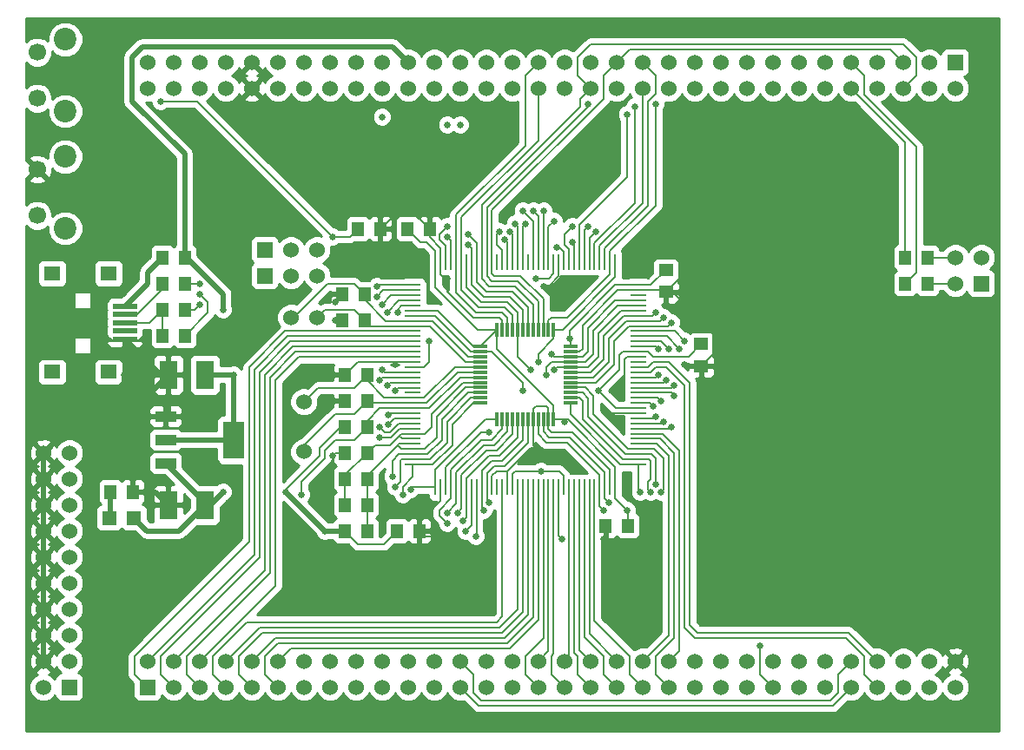
<source format=gtl>
G04 (created by PCBNEW-RS274X (2012-01-19 BZR 3256)-stable) date 13/09/2012 22:48:46*
G01*
G70*
G90*
%MOIN*%
G04 Gerber Fmt 3.4, Leading zero omitted, Abs format*
%FSLAX34Y34*%
G04 APERTURE LIST*
%ADD10C,0.006000*%
%ADD11R,0.060000X0.010000*%
%ADD12R,0.010000X0.060000*%
%ADD13R,0.080000X0.144000*%
%ADD14R,0.080000X0.040000*%
%ADD15R,0.070000X0.110000*%
%ADD16R,0.045000X0.055000*%
%ADD17C,0.060000*%
%ADD18R,0.060000X0.060000*%
%ADD19R,0.055000X0.055000*%
%ADD20R,0.011800X0.057200*%
%ADD21R,0.057200X0.011800*%
%ADD22R,0.055000X0.045000*%
%ADD23R,0.063000X0.055100*%
%ADD24R,0.092500X0.019700*%
%ADD25C,0.086600*%
%ADD26C,0.066900*%
%ADD27C,0.025000*%
%ADD28C,0.020000*%
%ADD29C,0.008000*%
%ADD30C,0.010000*%
G04 APERTURE END LIST*
G54D10*
G54D11*
X75675Y-43055D03*
X75675Y-43255D03*
X75675Y-43450D03*
X75675Y-43645D03*
X75675Y-43845D03*
X75675Y-44040D03*
X75675Y-44235D03*
X75675Y-44435D03*
X75675Y-44630D03*
X75675Y-44825D03*
X75675Y-45025D03*
X75675Y-45220D03*
X75675Y-45415D03*
X75675Y-45615D03*
X75675Y-45810D03*
X75675Y-46005D03*
X75675Y-46205D03*
X75675Y-46400D03*
X75675Y-46600D03*
X75675Y-46795D03*
X75675Y-46995D03*
X75675Y-47190D03*
X75675Y-47385D03*
X75675Y-47585D03*
X75675Y-47780D03*
X75675Y-47975D03*
X75675Y-48175D03*
X75675Y-48370D03*
X75675Y-48565D03*
X75675Y-48765D03*
X75675Y-48960D03*
X75675Y-49155D03*
X75675Y-49355D03*
X75675Y-49550D03*
X75675Y-49745D03*
X75675Y-49945D03*
G54D12*
X82265Y-50825D03*
X82460Y-50825D03*
X82655Y-50825D03*
X82855Y-50825D03*
X83050Y-50825D03*
X83245Y-50825D03*
X83445Y-50825D03*
X82460Y-42175D03*
X82265Y-42175D03*
X82065Y-42175D03*
X81870Y-42175D03*
X81675Y-42175D03*
X81475Y-42175D03*
X81280Y-42175D03*
X81085Y-42175D03*
X80885Y-42175D03*
X80690Y-42175D03*
X80495Y-42175D03*
X80295Y-42175D03*
X80100Y-42175D03*
X79900Y-42175D03*
X79705Y-42175D03*
X79505Y-42175D03*
X79310Y-42175D03*
X79115Y-42175D03*
X78915Y-42175D03*
X78720Y-42175D03*
X78525Y-42175D03*
X78325Y-42175D03*
X78130Y-42175D03*
X77935Y-42175D03*
X77735Y-42175D03*
X77540Y-42175D03*
X77345Y-42175D03*
X77145Y-42175D03*
X76950Y-42175D03*
X76755Y-42175D03*
X76555Y-42175D03*
X76555Y-50825D03*
X76755Y-50825D03*
X76950Y-50825D03*
X77145Y-50825D03*
X77345Y-50825D03*
X77540Y-50825D03*
X77735Y-50825D03*
X77935Y-50825D03*
X78130Y-50825D03*
X78325Y-50825D03*
X78525Y-50825D03*
X78720Y-50825D03*
X78915Y-50825D03*
X79115Y-50825D03*
X79310Y-50825D03*
X79505Y-50825D03*
X79705Y-50825D03*
X79900Y-50825D03*
X80100Y-50825D03*
X80295Y-50825D03*
X80495Y-50825D03*
X80690Y-50825D03*
X80885Y-50825D03*
X81085Y-50825D03*
X81280Y-50825D03*
X81475Y-50825D03*
X81675Y-50825D03*
X81870Y-50825D03*
X82065Y-50825D03*
G54D11*
X84325Y-48960D03*
X84325Y-48765D03*
X84325Y-48565D03*
X84325Y-48370D03*
X84325Y-48175D03*
X84325Y-47975D03*
X84325Y-47780D03*
X84325Y-47585D03*
X84325Y-47385D03*
X84325Y-47190D03*
X84325Y-46995D03*
X84325Y-46795D03*
X84325Y-46600D03*
X84325Y-46400D03*
X84325Y-46205D03*
X84325Y-46005D03*
X84325Y-45810D03*
X84325Y-45615D03*
X84325Y-45415D03*
X84325Y-45220D03*
X84325Y-45025D03*
X84325Y-44825D03*
X84325Y-44630D03*
X84325Y-44435D03*
X84325Y-44235D03*
X84325Y-44040D03*
X84325Y-43845D03*
X84325Y-43645D03*
X84325Y-43450D03*
X84325Y-43255D03*
X84325Y-43055D03*
X84325Y-49945D03*
X84325Y-49745D03*
X84325Y-49550D03*
X84325Y-49355D03*
X84325Y-49155D03*
G54D12*
X83445Y-42175D03*
X83245Y-42175D03*
X83050Y-42175D03*
X82855Y-42175D03*
X82655Y-42175D03*
G54D13*
X68800Y-49000D03*
G54D14*
X66200Y-49000D03*
X66200Y-49900D03*
X66200Y-48100D03*
G54D15*
X67700Y-51500D03*
X66300Y-51500D03*
X67700Y-46500D03*
X66300Y-46500D03*
G54D16*
X73075Y-52500D03*
X73925Y-52500D03*
X74425Y-40900D03*
X73575Y-40900D03*
X73075Y-48500D03*
X73925Y-48500D03*
X66075Y-44000D03*
X66925Y-44000D03*
X66075Y-45000D03*
X66925Y-45000D03*
X66075Y-43000D03*
X66925Y-43000D03*
X73925Y-49500D03*
X73075Y-49500D03*
X73925Y-50500D03*
X73075Y-50500D03*
X66075Y-42000D03*
X66925Y-42000D03*
X73925Y-51500D03*
X73075Y-51500D03*
X73075Y-46500D03*
X73925Y-46500D03*
X73925Y-47500D03*
X73075Y-47500D03*
G54D17*
X61500Y-58500D03*
X62500Y-57500D03*
G54D18*
X62500Y-58500D03*
G54D17*
X61500Y-57500D03*
X62500Y-56500D03*
X61500Y-56500D03*
X62500Y-55500D03*
X61500Y-55500D03*
X62500Y-54500D03*
X61500Y-54500D03*
X62500Y-53500D03*
X61500Y-53500D03*
X62500Y-52500D03*
X61500Y-52500D03*
X62500Y-51500D03*
X61500Y-51500D03*
X62500Y-50500D03*
X61500Y-50500D03*
X62500Y-49500D03*
X61500Y-49500D03*
X71500Y-47539D03*
X71500Y-49461D03*
G54D16*
X73825Y-44400D03*
X72975Y-44400D03*
X72975Y-43400D03*
X73825Y-43400D03*
G54D17*
X71000Y-44300D03*
X72000Y-44300D03*
G54D16*
X64925Y-51000D03*
X64075Y-51000D03*
G54D19*
X64025Y-52000D03*
X64975Y-52000D03*
G54D20*
X80689Y-44777D03*
X80492Y-44777D03*
X80295Y-44777D03*
X80098Y-44777D03*
X79902Y-44777D03*
X79705Y-44777D03*
X80886Y-44777D03*
X81083Y-44777D03*
G54D21*
X81723Y-45417D03*
X81723Y-45614D03*
X81723Y-45811D03*
G54D20*
X79705Y-48223D03*
X79508Y-48223D03*
X79311Y-48223D03*
X79114Y-48223D03*
X78917Y-48223D03*
G54D21*
X78277Y-47583D03*
G54D20*
X79902Y-48223D03*
X80098Y-48223D03*
X80295Y-48223D03*
X80492Y-48223D03*
X80689Y-48223D03*
G54D21*
X78277Y-46402D03*
X81723Y-46992D03*
X78277Y-46598D03*
X81723Y-47189D03*
X81723Y-47386D03*
X78277Y-46795D03*
X78277Y-46992D03*
X81723Y-47583D03*
G54D20*
X81083Y-48223D03*
G54D21*
X78277Y-47189D03*
X78277Y-47386D03*
G54D20*
X80886Y-48223D03*
G54D21*
X81723Y-46795D03*
X78277Y-46205D03*
X78277Y-46008D03*
X81723Y-46598D03*
X81723Y-46402D03*
X78277Y-45811D03*
X78277Y-45614D03*
X81723Y-46205D03*
X81723Y-46008D03*
X78277Y-45417D03*
G54D20*
X79508Y-44777D03*
X79311Y-44777D03*
X79114Y-44777D03*
X78917Y-44777D03*
G54D16*
X75925Y-52500D03*
X75075Y-52500D03*
X83075Y-52300D03*
X83925Y-52300D03*
G54D22*
X86750Y-46175D03*
X86750Y-45325D03*
X85400Y-43325D03*
X85400Y-42475D03*
G54D16*
X76325Y-40900D03*
X75475Y-40900D03*
G54D18*
X70000Y-41700D03*
G54D17*
X71000Y-41700D03*
X72000Y-41700D03*
G54D18*
X70000Y-42700D03*
G54D17*
X71000Y-42700D03*
X72000Y-42700D03*
G54D23*
X61835Y-42610D03*
X64000Y-42610D03*
X61835Y-46390D03*
X64000Y-46390D03*
G54D24*
X64630Y-43870D03*
X64630Y-44185D03*
X64630Y-44500D03*
X64630Y-44815D03*
X64630Y-45130D03*
G54D25*
X62341Y-33622D03*
X62341Y-36378D03*
G54D26*
X61258Y-34114D03*
X61258Y-35886D03*
G54D25*
X62341Y-38122D03*
X62341Y-40878D03*
G54D26*
X61258Y-38614D03*
X61258Y-40386D03*
G54D18*
X96500Y-34500D03*
G54D17*
X96500Y-35500D03*
X95500Y-34500D03*
X95500Y-35500D03*
X94500Y-34500D03*
X94500Y-35500D03*
X93500Y-34500D03*
X93500Y-35500D03*
X92500Y-34500D03*
X92500Y-35500D03*
X91500Y-34500D03*
X91500Y-35500D03*
X90500Y-34500D03*
X90500Y-35500D03*
X89500Y-34500D03*
X89500Y-35500D03*
X88500Y-34500D03*
X88500Y-35500D03*
X87500Y-34500D03*
X87500Y-35500D03*
X86500Y-34500D03*
X86500Y-35500D03*
X85500Y-34500D03*
X85500Y-35500D03*
X84500Y-34500D03*
X84500Y-35500D03*
X83500Y-34500D03*
X83500Y-35500D03*
X82500Y-34500D03*
X82500Y-35500D03*
X81500Y-34500D03*
X81500Y-35500D03*
X80500Y-34500D03*
X80500Y-35500D03*
X79500Y-34500D03*
X79500Y-35500D03*
X78500Y-34500D03*
X78500Y-35500D03*
X77500Y-34500D03*
X77500Y-35500D03*
X76500Y-34500D03*
X76500Y-35500D03*
X75500Y-34500D03*
X75500Y-35500D03*
X74500Y-34500D03*
X74500Y-35500D03*
X73500Y-34500D03*
X73500Y-35500D03*
X72500Y-34500D03*
X72500Y-35500D03*
X71500Y-34500D03*
X71500Y-35500D03*
X70500Y-34500D03*
X70500Y-35500D03*
X69500Y-34500D03*
X69500Y-35500D03*
X68500Y-34500D03*
X68500Y-35500D03*
X67500Y-34500D03*
X67500Y-35500D03*
X66500Y-34500D03*
X66500Y-35500D03*
X65500Y-34500D03*
X65500Y-35500D03*
G54D18*
X65500Y-58500D03*
G54D17*
X65500Y-57500D03*
X66500Y-58500D03*
X66500Y-57500D03*
X67500Y-58500D03*
X67500Y-57500D03*
X68500Y-58500D03*
X68500Y-57500D03*
X69500Y-58500D03*
X69500Y-57500D03*
X70500Y-58500D03*
X70500Y-57500D03*
X71500Y-58500D03*
X71500Y-57500D03*
X72500Y-58500D03*
X72500Y-57500D03*
X73500Y-58500D03*
X73500Y-57500D03*
X74500Y-58500D03*
X74500Y-57500D03*
X75500Y-58500D03*
X75500Y-57500D03*
X76500Y-58500D03*
X76500Y-57500D03*
X77500Y-58500D03*
X77500Y-57500D03*
X78500Y-58500D03*
X78500Y-57500D03*
X79500Y-58500D03*
X79500Y-57500D03*
X80500Y-58500D03*
X80500Y-57500D03*
X81500Y-58500D03*
X81500Y-57500D03*
X82500Y-58500D03*
X82500Y-57500D03*
X83500Y-58500D03*
X83500Y-57500D03*
X84500Y-58500D03*
X84500Y-57500D03*
X85500Y-58500D03*
X85500Y-57500D03*
X86500Y-58500D03*
X86500Y-57500D03*
X87500Y-58500D03*
X87500Y-57500D03*
X88500Y-58500D03*
X88500Y-57500D03*
X89500Y-58500D03*
X89500Y-57500D03*
X90500Y-58500D03*
X90500Y-57500D03*
X91500Y-58500D03*
X91500Y-57500D03*
X92500Y-58500D03*
X92500Y-57500D03*
X93500Y-58500D03*
X93500Y-57500D03*
X94500Y-58500D03*
X94500Y-57500D03*
X95500Y-58500D03*
X95500Y-57500D03*
X96500Y-58500D03*
X96500Y-57500D03*
G54D16*
X95425Y-43000D03*
X94575Y-43000D03*
X95425Y-42000D03*
X94575Y-42000D03*
G54D18*
X97500Y-43000D03*
G54D17*
X96500Y-43000D03*
X97500Y-42000D03*
X96500Y-42000D03*
G54D27*
X68400Y-51000D03*
X68400Y-44000D03*
X74500Y-46300D03*
X74400Y-46700D03*
X74700Y-46900D03*
X75000Y-47100D03*
X66000Y-36000D03*
X80200Y-46300D03*
X72600Y-41200D03*
X77000Y-51800D03*
X85700Y-47300D03*
X85700Y-46900D03*
X85400Y-46700D03*
X85100Y-46500D03*
X85600Y-48500D03*
X85300Y-48300D03*
X85000Y-48100D03*
X74300Y-43500D03*
X74500Y-43800D03*
X74700Y-44100D03*
X75100Y-44100D03*
X74300Y-43100D03*
X79600Y-40700D03*
X79400Y-41000D03*
X81800Y-41400D03*
X84900Y-47700D03*
X85200Y-47500D03*
X82700Y-41000D03*
X82400Y-40800D03*
X77800Y-41500D03*
X80700Y-40200D03*
X80300Y-40200D03*
X79900Y-40200D03*
X80000Y-40700D03*
X77000Y-41200D03*
X81800Y-40800D03*
X77000Y-40800D03*
X89000Y-56900D03*
X81100Y-40600D03*
X81200Y-41600D03*
X81100Y-46300D03*
X80800Y-46500D03*
X74750Y-48050D03*
X74750Y-48400D03*
X74400Y-48500D03*
X74400Y-48900D03*
X77000Y-36900D03*
X77700Y-52500D03*
X77500Y-36900D03*
X78100Y-52700D03*
X85100Y-45500D03*
X85500Y-45500D03*
X83000Y-51700D03*
X83200Y-51400D03*
X85000Y-36100D03*
X71400Y-51100D03*
X85600Y-44500D03*
X74500Y-36600D03*
X77600Y-52100D03*
X85300Y-44300D03*
X78400Y-51700D03*
X85000Y-44100D03*
X78600Y-51400D03*
X77800Y-41100D03*
X77400Y-51800D03*
X84200Y-36200D03*
X83900Y-36500D03*
X85900Y-45500D03*
X86100Y-45200D03*
X85000Y-50700D03*
X85200Y-51000D03*
X84400Y-51000D03*
X84800Y-51000D03*
X82400Y-36100D03*
X80500Y-46000D03*
X81000Y-45700D03*
X77000Y-52200D03*
X74900Y-50400D03*
X75000Y-50800D03*
X75600Y-50900D03*
X75300Y-51100D03*
X67500Y-43000D03*
X67500Y-43400D03*
X79900Y-47100D03*
X67500Y-43800D03*
X79200Y-41300D03*
X83100Y-36500D03*
X75000Y-46100D03*
X64600Y-46500D03*
X72700Y-43700D03*
X72600Y-49600D03*
X77000Y-42800D03*
X81400Y-52800D03*
X83000Y-52800D03*
X80700Y-43100D03*
X83000Y-47800D03*
X72700Y-44400D03*
X85900Y-36700D03*
X86100Y-46100D03*
X71900Y-48200D03*
X83600Y-46900D03*
X80400Y-49300D03*
X77200Y-52700D03*
X83900Y-51700D03*
X68800Y-46500D03*
X72300Y-52500D03*
X80400Y-42800D03*
X82800Y-47100D03*
X70800Y-51000D03*
X80600Y-50200D03*
X76300Y-45200D03*
X81700Y-45100D03*
X81500Y-48300D03*
X78600Y-48700D03*
X79000Y-41000D03*
G54D28*
X64975Y-52000D02*
X65475Y-52500D01*
X67000Y-42000D02*
X66925Y-42000D01*
X67700Y-51500D02*
X67700Y-51400D01*
X67900Y-51500D02*
X68400Y-51000D01*
X64900Y-36000D02*
X66925Y-38025D01*
X65300Y-33900D02*
X74900Y-33900D01*
X65475Y-52500D02*
X66700Y-52500D01*
X66925Y-38025D02*
X66925Y-42000D01*
X74900Y-33900D02*
X75500Y-34500D01*
X64900Y-34300D02*
X65300Y-33900D01*
X68400Y-44000D02*
X68400Y-43400D01*
X64900Y-34300D02*
X64900Y-36000D01*
X68400Y-43400D02*
X67000Y-42000D01*
X64925Y-34275D02*
X64900Y-34300D01*
X67700Y-51500D02*
X67900Y-51500D01*
X66700Y-52500D02*
X67700Y-51500D01*
X67700Y-51400D02*
X66200Y-49900D01*
G54D29*
X75675Y-46400D02*
X74600Y-46400D01*
X74600Y-46400D02*
X74500Y-46300D01*
X75675Y-46600D02*
X74500Y-46600D01*
X74500Y-46600D02*
X74400Y-46700D01*
X74805Y-46795D02*
X74700Y-46900D01*
X75675Y-46795D02*
X74805Y-46795D01*
X75105Y-46995D02*
X75000Y-47100D01*
X75675Y-46995D02*
X75105Y-46995D01*
X74225Y-49200D02*
X74800Y-49200D01*
X73925Y-49500D02*
X74225Y-49200D01*
X75675Y-48960D02*
X75260Y-48960D01*
X74800Y-49200D02*
X75100Y-48900D01*
X76135Y-48765D02*
X76400Y-48500D01*
X73075Y-50500D02*
X73075Y-50350D01*
X75235Y-48765D02*
X75675Y-48765D01*
X75100Y-48900D02*
X75235Y-48765D01*
X76400Y-48500D02*
X76400Y-48000D01*
X75260Y-48960D02*
X75150Y-48850D01*
X76400Y-48000D02*
X77605Y-46795D01*
X73075Y-50500D02*
X73075Y-51500D01*
X75150Y-48850D02*
X75100Y-48900D01*
X75675Y-48765D02*
X76135Y-48765D01*
X73075Y-50350D02*
X73925Y-49500D01*
X77605Y-46795D02*
X78277Y-46795D01*
X75145Y-49155D02*
X75100Y-49200D01*
X77708Y-46992D02*
X78277Y-46992D01*
X73925Y-50375D02*
X73925Y-50500D01*
X73925Y-51500D02*
X73925Y-50500D01*
X75255Y-49355D02*
X75100Y-49200D01*
X75675Y-49155D02*
X75145Y-49155D01*
X76600Y-48900D02*
X76600Y-48100D01*
X75675Y-49355D02*
X76145Y-49355D01*
X75100Y-49200D02*
X73925Y-50375D01*
X73925Y-52500D02*
X73925Y-51500D01*
X76145Y-49355D02*
X76600Y-48900D01*
X75675Y-49355D02*
X75255Y-49355D01*
X76600Y-48100D02*
X77708Y-46992D01*
X79705Y-45805D02*
X80200Y-46300D01*
X67400Y-36000D02*
X72600Y-41200D01*
X77735Y-43135D02*
X78300Y-43700D01*
X79300Y-43700D02*
X79705Y-44105D01*
X72600Y-41200D02*
X73275Y-41200D01*
X79705Y-44105D02*
X79705Y-44777D01*
X73275Y-41200D02*
X73575Y-40900D01*
X78300Y-43700D02*
X79300Y-43700D01*
X77735Y-42175D02*
X77735Y-43135D01*
X66000Y-36000D02*
X67400Y-36000D01*
X79705Y-44777D02*
X79705Y-45805D01*
X77540Y-42175D02*
X77540Y-40460D01*
X79200Y-43900D02*
X79508Y-44208D01*
X77540Y-42175D02*
X77540Y-43240D01*
X79508Y-44208D02*
X79508Y-44777D01*
X78200Y-43900D02*
X79200Y-43900D01*
X77540Y-40460D02*
X80500Y-37500D01*
X77540Y-43240D02*
X78200Y-43900D01*
X80500Y-37500D02*
X80500Y-35500D01*
X77345Y-40355D02*
X77345Y-42175D01*
X79100Y-44100D02*
X79311Y-44311D01*
X77345Y-43345D02*
X78100Y-44100D01*
X77345Y-40355D02*
X80000Y-37700D01*
X77345Y-42175D02*
X77345Y-43345D01*
X78100Y-44100D02*
X79100Y-44100D01*
X80500Y-34500D02*
X80000Y-35000D01*
X79311Y-44311D02*
X79311Y-44777D01*
X80000Y-37700D02*
X80000Y-35000D01*
X79311Y-48689D02*
X79311Y-48223D01*
X78400Y-49200D02*
X78800Y-49200D01*
X77345Y-50825D02*
X77345Y-50255D01*
X77345Y-50255D02*
X78400Y-49200D01*
X77345Y-50825D02*
X77345Y-51455D01*
X77345Y-51455D02*
X77000Y-51800D01*
X78800Y-49200D02*
X79311Y-48689D01*
X69400Y-46200D02*
X69400Y-52900D01*
X65000Y-57300D02*
X65000Y-58000D01*
X70775Y-44825D02*
X69400Y-46200D01*
X69400Y-52900D02*
X65000Y-57300D01*
X65000Y-58000D02*
X65500Y-58500D01*
X75675Y-44825D02*
X70775Y-44825D01*
X69600Y-53400D02*
X65500Y-57500D01*
X75675Y-45025D02*
X70875Y-45025D01*
X70875Y-45025D02*
X69600Y-46300D01*
X69600Y-46300D02*
X69600Y-53400D01*
X80295Y-55805D02*
X79300Y-56800D01*
X70000Y-57300D02*
X70000Y-58000D01*
X79300Y-56800D02*
X70500Y-56800D01*
X80295Y-50825D02*
X80295Y-55805D01*
X70000Y-58000D02*
X70500Y-58500D01*
X70000Y-57300D02*
X70500Y-56800D01*
X80495Y-55905D02*
X79400Y-57000D01*
X80495Y-50825D02*
X80495Y-55905D01*
X70500Y-57500D02*
X71000Y-57000D01*
X79400Y-57000D02*
X71000Y-57000D01*
X85590Y-47190D02*
X84325Y-47190D01*
X85590Y-47190D02*
X85700Y-47300D01*
X84325Y-46995D02*
X85605Y-46995D01*
X85605Y-46995D02*
X85700Y-46900D01*
X85305Y-46795D02*
X85400Y-46700D01*
X84325Y-46795D02*
X85305Y-46795D01*
X84325Y-46600D02*
X85000Y-46600D01*
X85000Y-46600D02*
X85100Y-46500D01*
X84325Y-48565D02*
X85535Y-48565D01*
X85535Y-48565D02*
X85600Y-48500D01*
X84325Y-48370D02*
X85230Y-48370D01*
X85230Y-48370D02*
X85300Y-48300D01*
X84325Y-48175D02*
X84925Y-48175D01*
X84925Y-48175D02*
X85000Y-48100D01*
X74545Y-43255D02*
X74300Y-43500D01*
X75675Y-43255D02*
X74545Y-43255D01*
X69800Y-46400D02*
X69800Y-53500D01*
X66000Y-57300D02*
X66000Y-58000D01*
X66000Y-58000D02*
X66500Y-58500D01*
X75675Y-45220D02*
X70980Y-45220D01*
X70980Y-45220D02*
X69800Y-46400D01*
X69800Y-53500D02*
X66000Y-57300D01*
X75675Y-43450D02*
X74850Y-43450D01*
X74850Y-43450D02*
X74500Y-43800D01*
X75155Y-43645D02*
X74700Y-44100D01*
X75675Y-43645D02*
X75155Y-43645D01*
X75100Y-44000D02*
X75100Y-44100D01*
X75675Y-43845D02*
X75255Y-43845D01*
X75255Y-43845D02*
X75100Y-44000D01*
X75675Y-43055D02*
X74345Y-43055D01*
X74345Y-43055D02*
X74300Y-43100D01*
X78200Y-59200D02*
X91800Y-59200D01*
X79705Y-40805D02*
X79600Y-40700D01*
X79705Y-42175D02*
X79705Y-40805D01*
X91800Y-59200D02*
X92500Y-58500D01*
X77500Y-58500D02*
X78200Y-59200D01*
X79505Y-42175D02*
X79505Y-41105D01*
X79505Y-41105D02*
X79400Y-41000D01*
X77500Y-57500D02*
X78000Y-58000D01*
X92000Y-58000D02*
X92500Y-57500D01*
X92000Y-58700D02*
X92000Y-58000D01*
X91700Y-59000D02*
X92000Y-58700D01*
X78000Y-58000D02*
X78000Y-58700D01*
X78000Y-58700D02*
X78300Y-59000D01*
X78300Y-59000D02*
X91700Y-59000D01*
X70000Y-54000D02*
X66500Y-57500D01*
X70000Y-46500D02*
X70000Y-54000D01*
X71085Y-45415D02*
X70000Y-46500D01*
X75675Y-45415D02*
X71085Y-45415D01*
X70200Y-46600D02*
X70200Y-54100D01*
X67000Y-57300D02*
X67000Y-58000D01*
X71185Y-45615D02*
X70200Y-46600D01*
X70200Y-54100D02*
X67000Y-57300D01*
X67000Y-58000D02*
X67500Y-58500D01*
X75675Y-45615D02*
X71185Y-45615D01*
X75675Y-45810D02*
X71290Y-45810D01*
X70400Y-54600D02*
X67500Y-57500D01*
X70400Y-46700D02*
X70400Y-54600D01*
X71290Y-45810D02*
X70400Y-46700D01*
X79115Y-55785D02*
X78900Y-56000D01*
X79115Y-50825D02*
X79115Y-55785D01*
X78900Y-56000D02*
X69300Y-56000D01*
X68000Y-57300D02*
X69300Y-56000D01*
X68000Y-58000D02*
X68500Y-58500D01*
X68000Y-57300D02*
X68000Y-58000D01*
X68500Y-57500D02*
X69800Y-56200D01*
X79705Y-55495D02*
X79000Y-56200D01*
X79705Y-50825D02*
X79705Y-55495D01*
X79000Y-56200D02*
X69800Y-56200D01*
X69000Y-57300D02*
X69900Y-56400D01*
X69000Y-57300D02*
X69000Y-58000D01*
X79100Y-56400D02*
X69900Y-56400D01*
X69000Y-58000D02*
X69500Y-58500D01*
X79900Y-50825D02*
X79900Y-55600D01*
X79900Y-55600D02*
X79100Y-56400D01*
X80100Y-55700D02*
X79200Y-56600D01*
X69500Y-57500D02*
X70400Y-56600D01*
X79200Y-56600D02*
X70400Y-56600D01*
X80100Y-50825D02*
X80100Y-55700D01*
X81870Y-41470D02*
X81800Y-41400D01*
X81870Y-42175D02*
X81870Y-41470D01*
X84325Y-47585D02*
X84785Y-47585D01*
X84785Y-47585D02*
X84900Y-47700D01*
X85085Y-47385D02*
X85200Y-47500D01*
X84325Y-47385D02*
X85085Y-47385D01*
X82265Y-56565D02*
X83000Y-57300D01*
X83000Y-58000D02*
X83500Y-58500D01*
X82265Y-50825D02*
X82265Y-56565D01*
X83000Y-57300D02*
X83000Y-58000D01*
X82460Y-50825D02*
X82460Y-56460D01*
X82460Y-56460D02*
X83500Y-57500D01*
X82655Y-50825D02*
X82655Y-55955D01*
X82655Y-55955D02*
X84000Y-57300D01*
X84000Y-57300D02*
X84000Y-58000D01*
X84000Y-58000D02*
X84500Y-58500D01*
X85500Y-49600D02*
X85500Y-56500D01*
X84325Y-49155D02*
X85055Y-49155D01*
X85055Y-49155D02*
X85500Y-49600D01*
X85500Y-56500D02*
X84500Y-57500D01*
X85000Y-57300D02*
X85000Y-58000D01*
X84325Y-48960D02*
X85160Y-48960D01*
X85700Y-49500D02*
X85700Y-56600D01*
X85000Y-58000D02*
X85500Y-58500D01*
X85700Y-56600D02*
X85000Y-57300D01*
X85160Y-48960D02*
X85700Y-49500D01*
X85900Y-49400D02*
X85900Y-57100D01*
X84325Y-48765D02*
X85265Y-48765D01*
X85265Y-48765D02*
X85900Y-49400D01*
X85900Y-57100D02*
X85500Y-57500D01*
X82460Y-41240D02*
X82700Y-41000D01*
X82460Y-41240D02*
X82460Y-42175D01*
X82265Y-40935D02*
X82400Y-40800D01*
X82265Y-42175D02*
X82265Y-40935D01*
X80690Y-50825D02*
X80690Y-56610D01*
X80000Y-57300D02*
X80000Y-58000D01*
X80000Y-58000D02*
X80500Y-58500D01*
X80690Y-56610D02*
X80000Y-57300D01*
X80885Y-57115D02*
X80500Y-57500D01*
X80885Y-50825D02*
X80885Y-57115D01*
X81085Y-50825D02*
X81085Y-57215D01*
X81000Y-58000D02*
X81500Y-58500D01*
X81000Y-57300D02*
X81000Y-58000D01*
X81085Y-57215D02*
X81000Y-57300D01*
X81675Y-57325D02*
X81500Y-57500D01*
X81675Y-50825D02*
X81675Y-57325D01*
X81870Y-50825D02*
X81870Y-57170D01*
X81870Y-57170D02*
X82000Y-57300D01*
X82000Y-57300D02*
X82000Y-58000D01*
X82000Y-58000D02*
X82500Y-58500D01*
X82065Y-57065D02*
X82500Y-57500D01*
X82065Y-50825D02*
X82065Y-57065D01*
X78400Y-43500D02*
X79400Y-43500D01*
X79902Y-44002D02*
X79902Y-44777D01*
X77935Y-42175D02*
X77935Y-43035D01*
X77935Y-42175D02*
X77935Y-41635D01*
X79400Y-43500D02*
X79902Y-44002D01*
X77935Y-41635D02*
X77800Y-41500D01*
X77935Y-43035D02*
X78400Y-43500D01*
X80690Y-42175D02*
X80690Y-40210D01*
X80690Y-40210D02*
X80700Y-40200D01*
X80495Y-40395D02*
X80300Y-40200D01*
X80495Y-40395D02*
X80495Y-42175D01*
X80295Y-42175D02*
X80295Y-40595D01*
X80295Y-40595D02*
X79900Y-40200D01*
X79900Y-40800D02*
X79900Y-42175D01*
X79900Y-40800D02*
X80000Y-40700D01*
X77145Y-41345D02*
X77000Y-41200D01*
X77145Y-42175D02*
X77145Y-41345D01*
X81675Y-42175D02*
X81675Y-41675D01*
X81675Y-42175D02*
X81675Y-41675D01*
X81500Y-41500D02*
X81500Y-41100D01*
X81500Y-41100D02*
X81800Y-40800D01*
X81675Y-41675D02*
X81500Y-41500D01*
X76950Y-41550D02*
X76700Y-41300D01*
X76700Y-41100D02*
X77000Y-40800D01*
X76700Y-41300D02*
X76700Y-41100D01*
X89000Y-56900D02*
X89000Y-58000D01*
X89000Y-58000D02*
X89500Y-58500D01*
X76950Y-42175D02*
X76950Y-41550D01*
X80885Y-40815D02*
X81100Y-40600D01*
X80885Y-42175D02*
X80885Y-40815D01*
X85000Y-46200D02*
X85400Y-46200D01*
X86100Y-56200D02*
X86500Y-56600D01*
X93000Y-58000D02*
X93500Y-58500D01*
X84325Y-46400D02*
X84800Y-46400D01*
X85400Y-46200D02*
X86100Y-46900D01*
X84800Y-46400D02*
X85000Y-46200D01*
X86100Y-46900D02*
X86100Y-56200D01*
X92300Y-56600D02*
X93000Y-57300D01*
X93000Y-57300D02*
X93000Y-58000D01*
X86500Y-56600D02*
X92300Y-56600D01*
X86600Y-56400D02*
X92400Y-56400D01*
X92400Y-56400D02*
X93500Y-57500D01*
X84325Y-46205D02*
X84695Y-46205D01*
X84695Y-46205D02*
X84900Y-46000D01*
X86300Y-46800D02*
X86300Y-56100D01*
X85500Y-46000D02*
X86300Y-46800D01*
X86300Y-56100D02*
X86600Y-56400D01*
X84900Y-46000D02*
X85500Y-46000D01*
X81475Y-42175D02*
X81475Y-41775D01*
X81300Y-41600D02*
X81200Y-41600D01*
X81475Y-41775D02*
X81300Y-41600D01*
X82800Y-45800D02*
X82395Y-46205D01*
X82800Y-44900D02*
X82800Y-45800D01*
X81195Y-46205D02*
X81100Y-46300D01*
X82395Y-46205D02*
X81723Y-46205D01*
X84325Y-44040D02*
X83660Y-44040D01*
X81723Y-46205D02*
X81195Y-46205D01*
X83660Y-44040D02*
X82800Y-44900D01*
X81723Y-46008D02*
X82292Y-46008D01*
X81723Y-46008D02*
X80992Y-46008D01*
X83555Y-43845D02*
X82600Y-44800D01*
X80992Y-46008D02*
X80800Y-46200D01*
X84325Y-43845D02*
X83555Y-43845D01*
X82600Y-44800D02*
X82600Y-45700D01*
X80800Y-46200D02*
X80800Y-46500D01*
X82292Y-46008D02*
X82600Y-45700D01*
X74825Y-47975D02*
X75675Y-47975D01*
X74825Y-47975D02*
X74750Y-48050D01*
X74975Y-48175D02*
X74750Y-48400D01*
X74975Y-48175D02*
X75675Y-48175D01*
X74600Y-48700D02*
X74800Y-48700D01*
X74400Y-48500D02*
X74600Y-48700D01*
X75130Y-48370D02*
X75675Y-48370D01*
X74800Y-48700D02*
X75130Y-48370D01*
X75185Y-48565D02*
X75675Y-48565D01*
X74850Y-48900D02*
X75185Y-48565D01*
X74400Y-48900D02*
X74850Y-48900D01*
X77935Y-52265D02*
X77700Y-52500D01*
X77935Y-50825D02*
X77935Y-52265D01*
X78130Y-52670D02*
X78130Y-50825D01*
X78130Y-52670D02*
X78100Y-52700D01*
X85015Y-45415D02*
X84325Y-45415D01*
X85015Y-45415D02*
X85100Y-45500D01*
X85220Y-45220D02*
X85500Y-45500D01*
X85220Y-45220D02*
X84325Y-45220D01*
X82855Y-50825D02*
X82855Y-51555D01*
X82855Y-51555D02*
X83000Y-51700D01*
X82855Y-50355D02*
X81600Y-49100D01*
X82855Y-50825D02*
X82855Y-50355D01*
X95000Y-42575D02*
X94575Y-43000D01*
X80492Y-48792D02*
X80492Y-48223D01*
X80800Y-49100D02*
X80492Y-48792D01*
X93000Y-35000D02*
X93000Y-35750D01*
X95000Y-37750D02*
X95000Y-42575D01*
X93000Y-35750D02*
X95000Y-37750D01*
X81600Y-49100D02*
X80800Y-49100D01*
X92500Y-34500D02*
X93000Y-35000D01*
X83050Y-50250D02*
X81700Y-48900D01*
X83050Y-51250D02*
X83200Y-51400D01*
X81700Y-48900D02*
X80900Y-48900D01*
X94575Y-37575D02*
X92500Y-35500D01*
X83050Y-50825D02*
X83050Y-50250D01*
X83050Y-50825D02*
X83050Y-51250D01*
X80900Y-48900D02*
X80689Y-48689D01*
X80689Y-48689D02*
X80689Y-48223D01*
X94575Y-42000D02*
X94575Y-37575D01*
X94500Y-34500D02*
X94000Y-34000D01*
X80689Y-43589D02*
X80689Y-44777D01*
X78720Y-40180D02*
X78720Y-42175D01*
X83500Y-34500D02*
X84000Y-34000D01*
X78720Y-42620D02*
X78800Y-42700D01*
X84000Y-34000D02*
X94000Y-34000D01*
X78720Y-42175D02*
X78720Y-42620D01*
X79800Y-42700D02*
X80689Y-43589D01*
X78800Y-42700D02*
X79800Y-42700D01*
X83500Y-34500D02*
X83000Y-35000D01*
X83000Y-35900D02*
X83000Y-35000D01*
X78720Y-40180D02*
X83000Y-35900D01*
X82500Y-35500D02*
X82000Y-35000D01*
X94500Y-35500D02*
X95000Y-35000D01*
X78325Y-42175D02*
X78325Y-42825D01*
X78600Y-43100D02*
X79600Y-43100D01*
X82100Y-36200D02*
X82100Y-35900D01*
X82500Y-33800D02*
X94500Y-33800D01*
X78325Y-39975D02*
X82100Y-36200D01*
X79600Y-43100D02*
X80295Y-43795D01*
X80295Y-43795D02*
X80295Y-44777D01*
X78325Y-42175D02*
X78325Y-39975D01*
X82000Y-35000D02*
X82000Y-34300D01*
X82000Y-34300D02*
X82500Y-33800D01*
X82500Y-35500D02*
X82100Y-35900D01*
X95000Y-35000D02*
X95000Y-34300D01*
X95000Y-34300D02*
X94500Y-33800D01*
X78325Y-42825D02*
X78600Y-43100D01*
X80886Y-44414D02*
X80886Y-44777D01*
X81000Y-44300D02*
X80886Y-44414D01*
X83245Y-42175D02*
X83245Y-42655D01*
X81600Y-44300D02*
X81000Y-44300D01*
X83245Y-42655D02*
X81600Y-44300D01*
X83245Y-42175D02*
X83245Y-41755D01*
X85000Y-40000D02*
X85000Y-36100D01*
X83245Y-41755D02*
X85000Y-40000D01*
X74420Y-47780D02*
X73925Y-48275D01*
X76320Y-47780D02*
X77502Y-46598D01*
X72300Y-49400D02*
X72300Y-49700D01*
X75675Y-47780D02*
X76320Y-47780D01*
X73425Y-49000D02*
X73925Y-48500D01*
X72700Y-49000D02*
X72300Y-49400D01*
X73425Y-49000D02*
X72700Y-49000D01*
X71400Y-50600D02*
X72300Y-49700D01*
X73925Y-48275D02*
X73925Y-48500D01*
X77502Y-46598D02*
X78277Y-46598D01*
X75675Y-47780D02*
X74420Y-47780D01*
X71400Y-51100D02*
X71400Y-50600D01*
X76435Y-44435D02*
X77811Y-45811D01*
X77811Y-45811D02*
X78277Y-45811D01*
X71100Y-44300D02*
X72400Y-43000D01*
X72400Y-43000D02*
X73425Y-43000D01*
X74635Y-44435D02*
X73825Y-43625D01*
X73825Y-43625D02*
X73825Y-43400D01*
X77811Y-45811D02*
X78277Y-45811D01*
X73425Y-43000D02*
X73825Y-43400D01*
X75675Y-44435D02*
X76435Y-44435D01*
X71000Y-44300D02*
X71100Y-44300D01*
X75675Y-44435D02*
X74635Y-44435D01*
X77708Y-46008D02*
X78277Y-46008D01*
X72000Y-44300D02*
X72300Y-44000D01*
X75675Y-44630D02*
X74055Y-44630D01*
X72300Y-44000D02*
X73425Y-44000D01*
X77708Y-46008D02*
X78277Y-46008D01*
X73425Y-44000D02*
X73825Y-44400D01*
X75675Y-44630D02*
X76330Y-44630D01*
X74055Y-44630D02*
X73825Y-44400D01*
X76330Y-44630D02*
X77708Y-46008D01*
X75675Y-47385D02*
X76115Y-47385D01*
X73425Y-47000D02*
X73925Y-46500D01*
X76115Y-47385D02*
X77295Y-46205D01*
X74585Y-47385D02*
X73925Y-46725D01*
X72039Y-47000D02*
X73425Y-47000D01*
X71500Y-47539D02*
X72039Y-47000D01*
X75675Y-47385D02*
X74585Y-47385D01*
X73925Y-46725D02*
X73925Y-46500D01*
X77295Y-46205D02*
X78277Y-46205D01*
X72700Y-48000D02*
X71500Y-49200D01*
X72700Y-48000D02*
X73425Y-48000D01*
X77398Y-46402D02*
X78277Y-46402D01*
X76215Y-47585D02*
X77398Y-46402D01*
X75675Y-47585D02*
X76215Y-47585D01*
X74010Y-47585D02*
X73925Y-47500D01*
X73425Y-48000D02*
X73925Y-47500D01*
X75675Y-47585D02*
X74010Y-47585D01*
X71500Y-49200D02*
X71500Y-49461D01*
X83400Y-46100D02*
X82705Y-46795D01*
X85470Y-44630D02*
X85600Y-44500D01*
X85470Y-44630D02*
X84325Y-44630D01*
X82705Y-46795D02*
X81723Y-46795D01*
X83970Y-44630D02*
X83400Y-45200D01*
X84325Y-44630D02*
X83970Y-44630D01*
X83400Y-45200D02*
X83400Y-46100D01*
X79705Y-48895D02*
X79705Y-48223D01*
X77735Y-51965D02*
X77600Y-52100D01*
X78600Y-49600D02*
X79000Y-49600D01*
X77735Y-50825D02*
X77735Y-50465D01*
X77735Y-50825D02*
X77735Y-51965D01*
X79000Y-49600D02*
X79705Y-48895D01*
X77735Y-50465D02*
X78600Y-49600D01*
X82600Y-46598D02*
X83200Y-45998D01*
X85165Y-44435D02*
X84325Y-44435D01*
X84325Y-44435D02*
X83865Y-44435D01*
X83200Y-45998D02*
X83200Y-45100D01*
X82600Y-46598D02*
X81723Y-46598D01*
X85165Y-44435D02*
X85300Y-44300D01*
X83865Y-44435D02*
X83200Y-45100D01*
X78700Y-49800D02*
X79100Y-49800D01*
X78325Y-50825D02*
X78325Y-51625D01*
X79100Y-49800D02*
X79902Y-48998D01*
X78325Y-50175D02*
X78700Y-49800D01*
X79902Y-48998D02*
X79902Y-48223D01*
X78325Y-50825D02*
X78325Y-50175D01*
X78325Y-51625D02*
X78400Y-51700D01*
X83000Y-45000D02*
X83000Y-45900D01*
X83000Y-45900D02*
X82498Y-46402D01*
X82498Y-46402D02*
X81723Y-46402D01*
X83765Y-44235D02*
X83000Y-45000D01*
X84325Y-44235D02*
X83765Y-44235D01*
X84865Y-44235D02*
X84325Y-44235D01*
X84865Y-44235D02*
X85000Y-44100D01*
X78525Y-50825D02*
X78525Y-50275D01*
X79200Y-50000D02*
X80098Y-49102D01*
X78525Y-50825D02*
X78525Y-51325D01*
X78800Y-50000D02*
X79200Y-50000D01*
X78525Y-50275D02*
X78800Y-50000D01*
X80098Y-49102D02*
X80098Y-48223D01*
X78525Y-51325D02*
X78600Y-51400D01*
X78130Y-42175D02*
X78130Y-42930D01*
X79500Y-43300D02*
X80098Y-43898D01*
X78130Y-42930D02*
X78500Y-43300D01*
X78130Y-41430D02*
X77800Y-41100D01*
X78130Y-42175D02*
X78130Y-41430D01*
X80098Y-43898D02*
X80098Y-44777D01*
X78500Y-43300D02*
X79500Y-43300D01*
X77540Y-50360D02*
X78500Y-49400D01*
X79508Y-48792D02*
X79508Y-48223D01*
X78900Y-49400D02*
X79508Y-48792D01*
X78500Y-49400D02*
X78900Y-49400D01*
X77540Y-50825D02*
X77540Y-51660D01*
X77540Y-51660D02*
X77400Y-51800D01*
X77540Y-50825D02*
X77540Y-50360D01*
X84200Y-39900D02*
X84200Y-36200D01*
X82655Y-42175D02*
X82655Y-41445D01*
X82655Y-41445D02*
X84200Y-39900D01*
X83900Y-38900D02*
X83900Y-36500D01*
X82065Y-40735D02*
X83900Y-38900D01*
X82065Y-42175D02*
X82065Y-40735D01*
X85425Y-45025D02*
X85900Y-45500D01*
X84325Y-45025D02*
X85425Y-45025D01*
X85725Y-44825D02*
X86100Y-45200D01*
X84325Y-44825D02*
X85725Y-44825D01*
X83050Y-42175D02*
X83050Y-41650D01*
X85000Y-35000D02*
X84500Y-34500D01*
X85000Y-35700D02*
X85000Y-35000D01*
X84700Y-40000D02*
X84700Y-36000D01*
X83050Y-41650D02*
X84700Y-40000D01*
X84700Y-36000D02*
X85000Y-35700D01*
X84500Y-39900D02*
X84500Y-35500D01*
X82855Y-42175D02*
X82855Y-41545D01*
X82855Y-42175D02*
X82855Y-41545D01*
X82855Y-41545D02*
X84500Y-39900D01*
X85000Y-49700D02*
X85000Y-50700D01*
X84325Y-49550D02*
X84850Y-49550D01*
X82189Y-47189D02*
X81723Y-47189D01*
X82400Y-47400D02*
X82189Y-47189D01*
X84325Y-49550D02*
X83850Y-49550D01*
X82400Y-48100D02*
X82400Y-47400D01*
X84850Y-49550D02*
X85000Y-49700D01*
X83850Y-49550D02*
X82400Y-48100D01*
X82600Y-47300D02*
X82292Y-46992D01*
X84955Y-49355D02*
X85300Y-49700D01*
X85300Y-49700D02*
X85300Y-50900D01*
X82600Y-48000D02*
X82600Y-47300D01*
X82292Y-46992D02*
X81723Y-46992D01*
X84325Y-49355D02*
X83955Y-49355D01*
X83955Y-49355D02*
X82600Y-48000D01*
X85300Y-50900D02*
X85200Y-51000D01*
X85200Y-51000D02*
X85300Y-50900D01*
X84325Y-49355D02*
X84955Y-49355D01*
X83645Y-49945D02*
X81723Y-48023D01*
X84325Y-49945D02*
X83645Y-49945D01*
X81723Y-48023D02*
X81723Y-47583D01*
X84325Y-50925D02*
X84400Y-51000D01*
X84325Y-49945D02*
X84325Y-50925D01*
X84800Y-49800D02*
X84800Y-50500D01*
X83745Y-49745D02*
X82200Y-48200D01*
X82200Y-48200D02*
X82200Y-47500D01*
X84800Y-50500D02*
X84700Y-50600D01*
X84325Y-49745D02*
X83745Y-49745D01*
X82086Y-47386D02*
X81723Y-47386D01*
X82200Y-47500D02*
X82086Y-47386D01*
X84325Y-49745D02*
X84745Y-49745D01*
X84700Y-50600D02*
X84700Y-50900D01*
X84745Y-49745D02*
X84800Y-49800D01*
X84700Y-50900D02*
X84800Y-51000D01*
X79700Y-42900D02*
X80492Y-43692D01*
X82400Y-36200D02*
X82400Y-36100D01*
X78700Y-42900D02*
X79700Y-42900D01*
X78525Y-42175D02*
X78525Y-42725D01*
X78525Y-42725D02*
X78700Y-42900D01*
X80492Y-43692D02*
X80492Y-44777D01*
X78525Y-42175D02*
X78525Y-40075D01*
X78525Y-40075D02*
X82400Y-36200D01*
X80500Y-45700D02*
X80500Y-46000D01*
X83445Y-42175D02*
X83445Y-42755D01*
X83445Y-42755D02*
X81423Y-44777D01*
X81083Y-45117D02*
X80500Y-45700D01*
X81423Y-44777D02*
X81083Y-44777D01*
X81083Y-44777D02*
X81083Y-45117D01*
X81111Y-45811D02*
X81000Y-45700D01*
X81111Y-45811D02*
X81723Y-45811D01*
X84325Y-43645D02*
X83455Y-43645D01*
X82400Y-45600D02*
X82189Y-45811D01*
X83455Y-43645D02*
X82400Y-44700D01*
X82189Y-45811D02*
X81723Y-45811D01*
X82400Y-44700D02*
X82400Y-45600D01*
X76700Y-51700D02*
X76700Y-51900D01*
X77145Y-50825D02*
X77145Y-51255D01*
X77145Y-51255D02*
X76700Y-51700D01*
X78700Y-49000D02*
X79114Y-48586D01*
X77000Y-52200D02*
X76700Y-51900D01*
X79114Y-48586D02*
X79114Y-48223D01*
X77145Y-50825D02*
X77145Y-50155D01*
X78300Y-49000D02*
X78700Y-49000D01*
X77145Y-50155D02*
X78300Y-49000D01*
X74900Y-49800D02*
X74900Y-50400D01*
X75150Y-49550D02*
X74900Y-49800D01*
X75675Y-49550D02*
X75150Y-49550D01*
X77811Y-47189D02*
X78277Y-47189D01*
X76800Y-49000D02*
X76800Y-48200D01*
X75675Y-49550D02*
X76250Y-49550D01*
X76800Y-48200D02*
X77811Y-47189D01*
X76250Y-49550D02*
X76800Y-49000D01*
X77000Y-49100D02*
X77000Y-48300D01*
X75675Y-49745D02*
X76355Y-49745D01*
X77914Y-47386D02*
X78277Y-47386D01*
X75675Y-49745D02*
X75255Y-49745D01*
X75255Y-49745D02*
X75200Y-49800D01*
X75200Y-50600D02*
X75000Y-50800D01*
X75200Y-49800D02*
X75200Y-50600D01*
X77000Y-48300D02*
X77914Y-47386D01*
X76355Y-49745D02*
X77000Y-49100D01*
X76555Y-50145D02*
X78477Y-48223D01*
X76555Y-50825D02*
X76555Y-50145D01*
X78477Y-48223D02*
X78917Y-48223D01*
X75675Y-50825D02*
X75600Y-50900D01*
X76555Y-50825D02*
X75675Y-50825D01*
X75675Y-49945D02*
X75675Y-50425D01*
X78017Y-47583D02*
X78277Y-47583D01*
X76455Y-49945D02*
X77200Y-49200D01*
X77200Y-49200D02*
X77200Y-48400D01*
X75300Y-50800D02*
X75300Y-51100D01*
X75675Y-50425D02*
X75300Y-50800D01*
X75675Y-49945D02*
X76455Y-49945D01*
X77200Y-48400D02*
X78017Y-47583D01*
X67500Y-43000D02*
X66925Y-43000D01*
X67800Y-44125D02*
X66925Y-45000D01*
X67500Y-43400D02*
X67800Y-43700D01*
X67800Y-43700D02*
X67800Y-44125D01*
X75675Y-44235D02*
X76535Y-44235D01*
X67300Y-44000D02*
X66925Y-44000D01*
X78714Y-45614D02*
X79900Y-46800D01*
X79900Y-46800D02*
X79900Y-47100D01*
X67300Y-44000D02*
X67500Y-43800D01*
X78277Y-45614D02*
X78714Y-45614D01*
X76535Y-44235D02*
X77914Y-45614D01*
X77914Y-45614D02*
X78277Y-45614D01*
X77914Y-45614D02*
X78277Y-45614D01*
X71100Y-48200D02*
X71900Y-48200D01*
X76755Y-51345D02*
X75925Y-52175D01*
X83600Y-46900D02*
X83800Y-46700D01*
X76900Y-42800D02*
X77000Y-42800D01*
X74425Y-40900D02*
X74925Y-40400D01*
X70900Y-48000D02*
X71100Y-48200D01*
X79114Y-44414D02*
X79114Y-44777D01*
X85400Y-43325D02*
X85900Y-42825D01*
X80295Y-48223D02*
X80295Y-49195D01*
X80295Y-49195D02*
X80400Y-49300D01*
X77000Y-43300D02*
X78000Y-44300D01*
G54D28*
X64600Y-46800D02*
X62500Y-48900D01*
G54D29*
X79300Y-50200D02*
X79310Y-50200D01*
X76755Y-50825D02*
X76755Y-51345D01*
X84325Y-43255D02*
X83545Y-43255D01*
X71900Y-48200D02*
X72600Y-47500D01*
G54D28*
X61500Y-52500D02*
X61500Y-51500D01*
G54D29*
X80295Y-47805D02*
X80295Y-48223D01*
X80200Y-49300D02*
X80400Y-49300D01*
G54D28*
X61500Y-50500D02*
X61500Y-49500D01*
G54D29*
X83245Y-50825D02*
X83245Y-50145D01*
X76325Y-41225D02*
X76325Y-40900D01*
X81280Y-42175D02*
X81280Y-42720D01*
X82200Y-44600D02*
X82200Y-45500D01*
X73570Y-46005D02*
X73075Y-46500D01*
X80295Y-47805D02*
X80400Y-47700D01*
G54D28*
X64925Y-47875D02*
X66300Y-46500D01*
G54D29*
X83890Y-45810D02*
X84325Y-45810D01*
X83800Y-45900D02*
X83890Y-45810D01*
X76755Y-42655D02*
X76900Y-42800D01*
X76755Y-41655D02*
X76325Y-41225D01*
G54D28*
X65800Y-51000D02*
X64925Y-51000D01*
G54D29*
X80886Y-48223D02*
X80886Y-47786D01*
X76755Y-42175D02*
X76755Y-41655D01*
G54D28*
X62100Y-48900D02*
X61500Y-49500D01*
G54D29*
X86175Y-46175D02*
X86100Y-46100D01*
G54D28*
X66300Y-51500D02*
X65800Y-51000D01*
X66300Y-46500D02*
X66300Y-48000D01*
X61500Y-55500D02*
X61500Y-54500D01*
G54D29*
X77000Y-42800D02*
X77000Y-43300D01*
X76755Y-42175D02*
X76755Y-42655D01*
X82086Y-45614D02*
X81723Y-45614D01*
X70900Y-46900D02*
X70900Y-48000D01*
G54D28*
X62500Y-48900D02*
X62100Y-48900D01*
G54D29*
X78720Y-50380D02*
X78900Y-50200D01*
G54D28*
X61500Y-53500D02*
X61500Y-52500D01*
G54D29*
X71300Y-46500D02*
X70900Y-46900D01*
X73075Y-46500D02*
X71300Y-46500D01*
G54D28*
X64600Y-46500D02*
X64600Y-46800D01*
G54D29*
X75095Y-46005D02*
X75000Y-46100D01*
X80886Y-47786D02*
X80800Y-47700D01*
X79300Y-50200D02*
X80200Y-49300D01*
X76125Y-52700D02*
X77200Y-52700D01*
X83800Y-46700D02*
X83800Y-45900D01*
G54D28*
X61500Y-56500D02*
X61500Y-55500D01*
G54D29*
X85330Y-43255D02*
X85400Y-43325D01*
X74925Y-40400D02*
X75825Y-40400D01*
X80886Y-48586D02*
X80886Y-48223D01*
X72600Y-47500D02*
X73075Y-47500D01*
X75675Y-46005D02*
X73570Y-46005D01*
X86750Y-46175D02*
X86175Y-46175D01*
X81800Y-48700D02*
X81000Y-48700D01*
X75825Y-40400D02*
X76325Y-40900D01*
X78900Y-50200D02*
X79300Y-50200D01*
X83075Y-52300D02*
X83075Y-52725D01*
X83075Y-52725D02*
X83000Y-52800D01*
X72975Y-43400D02*
X72700Y-43675D01*
X87200Y-44900D02*
X87200Y-45725D01*
X72700Y-44400D02*
X72975Y-44400D01*
X80900Y-43100D02*
X80700Y-43100D01*
X79310Y-41410D02*
X79200Y-41300D01*
X72700Y-43675D02*
X72700Y-43700D01*
G54D28*
X64600Y-46500D02*
X66300Y-46500D01*
G54D29*
X87200Y-45725D02*
X86750Y-46175D01*
X75925Y-52175D02*
X75925Y-52500D01*
X83545Y-43255D02*
X82200Y-44600D01*
X79310Y-50825D02*
X79310Y-50200D01*
G54D28*
X64925Y-51000D02*
X64925Y-47875D01*
G54D29*
X81000Y-48700D02*
X80886Y-48586D01*
X85900Y-42825D02*
X85900Y-36700D01*
G54D28*
X61500Y-57500D02*
X61500Y-56500D01*
G54D29*
X78000Y-44300D02*
X79000Y-44300D01*
X83175Y-47975D02*
X83000Y-47800D01*
X84325Y-43255D02*
X85330Y-43255D01*
X85625Y-43325D02*
X87200Y-44900D01*
G54D28*
X61500Y-51500D02*
X61500Y-50500D01*
G54D29*
X79000Y-44300D02*
X79114Y-44414D01*
X75095Y-46005D02*
X75675Y-46005D01*
X76125Y-52700D02*
X75925Y-52500D01*
X72700Y-49500D02*
X72600Y-49600D01*
X81280Y-42720D02*
X80900Y-43100D01*
G54D28*
X61500Y-54500D02*
X61500Y-53500D01*
X64630Y-45130D02*
X66000Y-46500D01*
G54D29*
X82200Y-45500D02*
X82086Y-45614D01*
X83245Y-50145D02*
X81800Y-48700D01*
X85400Y-43325D02*
X85625Y-43325D01*
X73075Y-49500D02*
X72700Y-49500D01*
G54D28*
X66000Y-46500D02*
X66300Y-46500D01*
X66300Y-48000D02*
X66200Y-48100D01*
G54D29*
X79310Y-42175D02*
X79310Y-41410D01*
X80800Y-47700D02*
X80400Y-47700D01*
X81280Y-52680D02*
X81280Y-50825D01*
X84325Y-47975D02*
X83175Y-47975D01*
X78720Y-50825D02*
X78720Y-50380D01*
X81400Y-52800D02*
X81280Y-52680D01*
G54D28*
X64075Y-51950D02*
X64025Y-52000D01*
X64075Y-51000D02*
X64075Y-51950D01*
X65500Y-42575D02*
X66075Y-42000D01*
X64630Y-43870D02*
X65500Y-43000D01*
X65500Y-43000D02*
X65500Y-42575D01*
G54D29*
X64630Y-44185D02*
X65115Y-44185D01*
X66075Y-43225D02*
X66075Y-43000D01*
X65115Y-44185D02*
X66075Y-43225D01*
X65575Y-44500D02*
X66075Y-44000D01*
X66075Y-44000D02*
X66075Y-45000D01*
X64630Y-44500D02*
X65575Y-44500D01*
X96500Y-42000D02*
X95425Y-42000D01*
X96500Y-43000D02*
X95425Y-43000D01*
X76555Y-42175D02*
X76555Y-41755D01*
X81475Y-50825D02*
X81475Y-50375D01*
X84325Y-47780D02*
X83480Y-47780D01*
X76555Y-41755D02*
X76200Y-41400D01*
X80900Y-42800D02*
X80400Y-42800D01*
G54D28*
X70800Y-51000D02*
X72300Y-52500D01*
G54D29*
X72100Y-49300D02*
X72900Y-48500D01*
X81475Y-50375D02*
X81300Y-50200D01*
X73075Y-52500D02*
X73575Y-53000D01*
X76950Y-50050D02*
X76950Y-50825D01*
X75675Y-44040D02*
X76640Y-44040D01*
X79115Y-41715D02*
X78900Y-41500D01*
X84820Y-43055D02*
X85400Y-42475D01*
X83600Y-45752D02*
X83600Y-46300D01*
X83445Y-43055D02*
X84325Y-43055D01*
X79115Y-42175D02*
X79115Y-41715D01*
X80600Y-50200D02*
X81300Y-50200D01*
X81723Y-45123D02*
X81723Y-45417D01*
X76555Y-43155D02*
X78177Y-44777D01*
X84325Y-45615D02*
X83737Y-45615D01*
X81085Y-42615D02*
X80900Y-42800D01*
X83445Y-50825D02*
X83445Y-50045D01*
G54D28*
X72300Y-52500D02*
X73075Y-52500D01*
G54D29*
X72900Y-48500D02*
X73075Y-48500D01*
X78017Y-45417D02*
X78277Y-45417D01*
G54D28*
X68800Y-49000D02*
X68800Y-46500D01*
G54D29*
X76300Y-46000D02*
X76300Y-45200D01*
X75975Y-41400D02*
X75475Y-40900D01*
X70800Y-50900D02*
X70800Y-51000D01*
X76200Y-41400D02*
X75975Y-41400D01*
X81723Y-45123D02*
X81700Y-45100D01*
X84900Y-45800D02*
X86275Y-45800D01*
X72100Y-49600D02*
X70800Y-50900D01*
X83925Y-52300D02*
X83925Y-51725D01*
X74575Y-53000D02*
X75075Y-52500D01*
X81083Y-47683D02*
X78917Y-45517D01*
X73575Y-53000D02*
X74575Y-53000D01*
X78900Y-41500D02*
X78900Y-41100D01*
X80600Y-50200D02*
X79600Y-50200D01*
X83445Y-51245D02*
X83445Y-50825D01*
X78900Y-41100D02*
X79000Y-41000D01*
X81083Y-48223D02*
X81423Y-48223D01*
X84325Y-45615D02*
X84715Y-45615D01*
X83445Y-50045D02*
X81623Y-48223D01*
X81085Y-42175D02*
X81085Y-42615D01*
X78277Y-45417D02*
X78917Y-44777D01*
X78300Y-48700D02*
X78600Y-48700D01*
X76950Y-50050D02*
X78300Y-48700D01*
X79505Y-50295D02*
X79600Y-50200D01*
X83600Y-46300D02*
X82800Y-47100D01*
X83737Y-45615D02*
X83600Y-45752D01*
X81700Y-45100D02*
X81700Y-44800D01*
X81700Y-44800D02*
X83445Y-43055D01*
X81423Y-48223D02*
X81500Y-48300D01*
X78177Y-44777D02*
X78917Y-44777D01*
X81623Y-48223D02*
X81083Y-48223D01*
G54D28*
X66200Y-49000D02*
X68800Y-49000D01*
G54D29*
X75675Y-46205D02*
X76095Y-46205D01*
G54D28*
X67700Y-46500D02*
X68800Y-46500D01*
G54D29*
X76640Y-44040D02*
X78017Y-45417D01*
X84715Y-45615D02*
X84900Y-45800D01*
X83445Y-51245D02*
X83900Y-51700D01*
X84325Y-43055D02*
X84820Y-43055D01*
X72100Y-49600D02*
X72100Y-49300D01*
X86275Y-45800D02*
X86750Y-45325D01*
X83480Y-47780D02*
X82800Y-47100D01*
X76555Y-42175D02*
X76555Y-43155D01*
X78917Y-45517D02*
X78917Y-44777D01*
X83925Y-51725D02*
X83900Y-51700D01*
X79505Y-50825D02*
X79505Y-50295D01*
X76095Y-46205D02*
X76300Y-46000D01*
X81083Y-48223D02*
X81083Y-47683D01*
G54D10*
G36*
X72742Y-52000D02*
X72709Y-52014D01*
X72639Y-52084D01*
X72611Y-52150D01*
X72444Y-52150D01*
X71662Y-51367D01*
X71717Y-51313D01*
X71775Y-51175D01*
X71775Y-51026D01*
X71718Y-50888D01*
X71690Y-50860D01*
X71690Y-50720D01*
X72505Y-49906D01*
X72505Y-49905D01*
X72546Y-49843D01*
X72567Y-49812D01*
X72568Y-49811D01*
X72589Y-49701D01*
X72590Y-49700D01*
X72590Y-49520D01*
X72600Y-49510D01*
X72600Y-49600D01*
X72612Y-49600D01*
X72600Y-49612D01*
X72601Y-49726D01*
X72601Y-49825D01*
X72639Y-49916D01*
X72709Y-49986D01*
X72742Y-50000D01*
X72709Y-50014D01*
X72639Y-50084D01*
X72601Y-50175D01*
X72601Y-50274D01*
X72601Y-50824D01*
X72639Y-50916D01*
X72709Y-50986D01*
X72742Y-51000D01*
X72709Y-51014D01*
X72639Y-51084D01*
X72601Y-51175D01*
X72601Y-51274D01*
X72601Y-51824D01*
X72639Y-51916D01*
X72709Y-51986D01*
X72742Y-52000D01*
X72742Y-52000D01*
G37*
G54D30*
X72742Y-52000D02*
X72709Y-52014D01*
X72639Y-52084D01*
X72611Y-52150D01*
X72444Y-52150D01*
X71662Y-51367D01*
X71717Y-51313D01*
X71775Y-51175D01*
X71775Y-51026D01*
X71718Y-50888D01*
X71690Y-50860D01*
X71690Y-50720D01*
X72505Y-49906D01*
X72505Y-49905D01*
X72546Y-49843D01*
X72567Y-49812D01*
X72568Y-49811D01*
X72589Y-49701D01*
X72590Y-49700D01*
X72590Y-49520D01*
X72600Y-49510D01*
X72600Y-49600D01*
X72612Y-49600D01*
X72600Y-49612D01*
X72601Y-49726D01*
X72601Y-49825D01*
X72639Y-49916D01*
X72709Y-49986D01*
X72742Y-50000D01*
X72709Y-50014D01*
X72639Y-50084D01*
X72601Y-50175D01*
X72601Y-50274D01*
X72601Y-50824D01*
X72639Y-50916D01*
X72709Y-50986D01*
X72742Y-51000D01*
X72709Y-51014D01*
X72639Y-51084D01*
X72601Y-51175D01*
X72601Y-51274D01*
X72601Y-51824D01*
X72639Y-51916D01*
X72709Y-51986D01*
X72742Y-52000D01*
G54D10*
G36*
X73025Y-43450D02*
X72925Y-43450D01*
X72875Y-43450D01*
X72562Y-43450D01*
X72500Y-43512D01*
X72501Y-43626D01*
X72501Y-43710D01*
X72300Y-43710D01*
X72189Y-43732D01*
X72140Y-43764D01*
X72109Y-43751D01*
X72059Y-43751D01*
X72511Y-43299D01*
X72562Y-43350D01*
X72875Y-43350D01*
X72925Y-43350D01*
X73025Y-43350D01*
X73025Y-43450D01*
X73025Y-43450D01*
G37*
G54D30*
X73025Y-43450D02*
X72925Y-43450D01*
X72875Y-43450D01*
X72562Y-43450D01*
X72500Y-43512D01*
X72501Y-43626D01*
X72501Y-43710D01*
X72300Y-43710D01*
X72189Y-43732D01*
X72140Y-43764D01*
X72109Y-43751D01*
X72059Y-43751D01*
X72511Y-43299D01*
X72562Y-43350D01*
X72875Y-43350D01*
X72925Y-43350D01*
X73025Y-43350D01*
X73025Y-43450D01*
G54D10*
G36*
X73025Y-44450D02*
X72925Y-44450D01*
X72925Y-44350D01*
X73025Y-44350D01*
X73025Y-44450D01*
X73025Y-44450D01*
G37*
G54D30*
X73025Y-44450D02*
X72925Y-44450D01*
X72925Y-44350D01*
X73025Y-44350D01*
X73025Y-44450D01*
G54D10*
G36*
X73125Y-47550D02*
X73025Y-47550D01*
X72975Y-47550D01*
X72662Y-47550D01*
X72600Y-47612D01*
X72601Y-47726D01*
X72601Y-47729D01*
X72589Y-47732D01*
X72495Y-47795D01*
X71368Y-48921D01*
X71189Y-48996D01*
X71035Y-49150D01*
X70951Y-49352D01*
X70951Y-49570D01*
X71035Y-49772D01*
X71189Y-49926D01*
X71312Y-49977D01*
X70690Y-50600D01*
X70690Y-46820D01*
X71410Y-46100D01*
X72632Y-46100D01*
X72601Y-46175D01*
X72601Y-46274D01*
X72600Y-46388D01*
X72662Y-46450D01*
X72975Y-46450D01*
X73025Y-46450D01*
X73125Y-46450D01*
X73125Y-46550D01*
X73025Y-46550D01*
X72975Y-46550D01*
X72662Y-46550D01*
X72600Y-46612D01*
X72600Y-46710D01*
X72039Y-46710D01*
X71928Y-46732D01*
X71834Y-46795D01*
X71630Y-46998D01*
X71609Y-46990D01*
X71391Y-46990D01*
X71189Y-47074D01*
X71035Y-47228D01*
X70951Y-47430D01*
X70951Y-47648D01*
X71035Y-47850D01*
X71189Y-48004D01*
X71391Y-48088D01*
X71609Y-48088D01*
X71811Y-48004D01*
X71965Y-47850D01*
X72049Y-47648D01*
X72049Y-47430D01*
X72040Y-47408D01*
X72159Y-47290D01*
X72600Y-47290D01*
X72600Y-47388D01*
X72662Y-47450D01*
X72975Y-47450D01*
X73025Y-47450D01*
X73125Y-47450D01*
X73125Y-47550D01*
X73125Y-47550D01*
G37*
G54D30*
X73125Y-47550D02*
X73025Y-47550D01*
X72975Y-47550D01*
X72662Y-47550D01*
X72600Y-47612D01*
X72601Y-47726D01*
X72601Y-47729D01*
X72589Y-47732D01*
X72495Y-47795D01*
X71368Y-48921D01*
X71189Y-48996D01*
X71035Y-49150D01*
X70951Y-49352D01*
X70951Y-49570D01*
X71035Y-49772D01*
X71189Y-49926D01*
X71312Y-49977D01*
X70690Y-50600D01*
X70690Y-46820D01*
X71410Y-46100D01*
X72632Y-46100D01*
X72601Y-46175D01*
X72601Y-46274D01*
X72600Y-46388D01*
X72662Y-46450D01*
X72975Y-46450D01*
X73025Y-46450D01*
X73125Y-46450D01*
X73125Y-46550D01*
X73025Y-46550D01*
X72975Y-46550D01*
X72662Y-46550D01*
X72600Y-46612D01*
X72600Y-46710D01*
X72039Y-46710D01*
X71928Y-46732D01*
X71834Y-46795D01*
X71630Y-46998D01*
X71609Y-46990D01*
X71391Y-46990D01*
X71189Y-47074D01*
X71035Y-47228D01*
X70951Y-47430D01*
X70951Y-47648D01*
X71035Y-47850D01*
X71189Y-48004D01*
X71391Y-48088D01*
X71609Y-48088D01*
X71811Y-48004D01*
X71965Y-47850D01*
X72049Y-47648D01*
X72049Y-47430D01*
X72040Y-47408D01*
X72159Y-47290D01*
X72600Y-47290D01*
X72600Y-47388D01*
X72662Y-47450D01*
X72975Y-47450D01*
X73025Y-47450D01*
X73125Y-47450D01*
X73125Y-47550D01*
G54D10*
G36*
X73125Y-49550D02*
X73025Y-49550D01*
X73025Y-49450D01*
X73125Y-49450D01*
X73125Y-49550D01*
X73125Y-49550D01*
G37*
G54D30*
X73125Y-49550D02*
X73025Y-49550D01*
X73025Y-49450D01*
X73125Y-49450D01*
X73125Y-49550D01*
G54D10*
G36*
X75126Y-46110D02*
X74827Y-46110D01*
X74822Y-46100D01*
X75125Y-46100D01*
X75125Y-46105D01*
X75126Y-46105D01*
X75126Y-46110D01*
X75126Y-46110D01*
G37*
G54D30*
X75126Y-46110D02*
X74827Y-46110D01*
X74822Y-46100D01*
X75125Y-46100D01*
X75125Y-46105D01*
X75126Y-46105D01*
X75126Y-46110D01*
G54D10*
G36*
X77055Y-43245D02*
X76845Y-43035D01*
X76845Y-42725D01*
X76855Y-42725D01*
X76855Y-42724D01*
X76949Y-42724D01*
X77045Y-42724D01*
X77049Y-42724D01*
X77055Y-42724D01*
X77055Y-43245D01*
X77055Y-43245D01*
G37*
G54D30*
X77055Y-43245D02*
X76845Y-43035D01*
X76845Y-42725D01*
X76855Y-42725D01*
X76855Y-42724D01*
X76949Y-42724D01*
X77045Y-42724D01*
X77049Y-42724D01*
X77055Y-42724D01*
X77055Y-43245D01*
G54D10*
G36*
X78825Y-55665D02*
X78780Y-55710D01*
X76400Y-55710D01*
X76400Y-52612D01*
X76400Y-52388D01*
X76399Y-52274D01*
X76399Y-52175D01*
X76361Y-52084D01*
X76291Y-52014D01*
X76199Y-51976D01*
X76037Y-51975D01*
X75975Y-52037D01*
X75975Y-52450D01*
X76338Y-52450D01*
X76400Y-52388D01*
X76400Y-52612D01*
X76338Y-52550D01*
X75975Y-52550D01*
X75975Y-52963D01*
X76037Y-53025D01*
X76199Y-53024D01*
X76291Y-52986D01*
X76361Y-52916D01*
X76399Y-52825D01*
X76399Y-52726D01*
X76400Y-52612D01*
X76400Y-55710D01*
X69700Y-55710D01*
X70605Y-54805D01*
X70668Y-54711D01*
X70690Y-54600D01*
X70690Y-51384D01*
X71957Y-52652D01*
X71982Y-52712D01*
X72087Y-52817D01*
X72225Y-52875D01*
X72374Y-52875D01*
X72434Y-52850D01*
X72611Y-52850D01*
X72639Y-52916D01*
X72709Y-52986D01*
X72800Y-53024D01*
X72899Y-53024D01*
X73189Y-53024D01*
X73370Y-53205D01*
X73464Y-53268D01*
X73575Y-53290D01*
X74575Y-53290D01*
X74686Y-53268D01*
X74780Y-53205D01*
X74961Y-53024D01*
X75349Y-53024D01*
X75441Y-52986D01*
X75500Y-52927D01*
X75559Y-52986D01*
X75651Y-53024D01*
X75813Y-53025D01*
X75875Y-52963D01*
X75875Y-52600D01*
X75875Y-52550D01*
X75875Y-52450D01*
X75875Y-52400D01*
X75875Y-52037D01*
X75813Y-51975D01*
X75651Y-51976D01*
X75559Y-52014D01*
X75500Y-52073D01*
X75441Y-52014D01*
X75350Y-51976D01*
X75251Y-51976D01*
X74801Y-51976D01*
X74709Y-52014D01*
X74639Y-52084D01*
X74601Y-52175D01*
X74601Y-52274D01*
X74601Y-52564D01*
X74455Y-52710D01*
X74399Y-52710D01*
X74399Y-52176D01*
X74361Y-52084D01*
X74291Y-52014D01*
X74257Y-51999D01*
X74291Y-51986D01*
X74361Y-51916D01*
X74399Y-51825D01*
X74399Y-51726D01*
X74399Y-51176D01*
X74361Y-51084D01*
X74291Y-51014D01*
X74257Y-50999D01*
X74291Y-50986D01*
X74361Y-50916D01*
X74399Y-50825D01*
X74399Y-50726D01*
X74399Y-50311D01*
X74610Y-50100D01*
X74610Y-50160D01*
X74583Y-50187D01*
X74525Y-50325D01*
X74525Y-50474D01*
X74582Y-50612D01*
X74645Y-50675D01*
X74625Y-50725D01*
X74625Y-50874D01*
X74682Y-51012D01*
X74787Y-51117D01*
X74925Y-51175D01*
X74982Y-51312D01*
X75087Y-51417D01*
X75225Y-51475D01*
X75374Y-51475D01*
X75512Y-51418D01*
X75617Y-51313D01*
X75632Y-51275D01*
X75674Y-51275D01*
X75812Y-51218D01*
X75915Y-51115D01*
X76256Y-51115D01*
X76256Y-51174D01*
X76294Y-51266D01*
X76364Y-51336D01*
X76455Y-51374D01*
X76554Y-51374D01*
X76616Y-51374D01*
X76495Y-51495D01*
X76432Y-51589D01*
X76410Y-51700D01*
X76410Y-51900D01*
X76432Y-52011D01*
X76495Y-52105D01*
X76625Y-52235D01*
X76625Y-52274D01*
X76682Y-52412D01*
X76787Y-52517D01*
X76925Y-52575D01*
X77074Y-52575D01*
X77212Y-52518D01*
X77317Y-52413D01*
X77336Y-52366D01*
X77345Y-52375D01*
X77325Y-52425D01*
X77325Y-52574D01*
X77382Y-52712D01*
X77487Y-52817D01*
X77625Y-52875D01*
X77766Y-52875D01*
X77782Y-52912D01*
X77887Y-53017D01*
X78025Y-53075D01*
X78174Y-53075D01*
X78312Y-53018D01*
X78417Y-52913D01*
X78475Y-52775D01*
X78475Y-52626D01*
X78420Y-52492D01*
X78420Y-52075D01*
X78474Y-52075D01*
X78612Y-52018D01*
X78717Y-51913D01*
X78775Y-51775D01*
X78775Y-51733D01*
X78812Y-51718D01*
X78825Y-51705D01*
X78825Y-55665D01*
X78825Y-55665D01*
G37*
G54D30*
X78825Y-55665D02*
X78780Y-55710D01*
X76400Y-55710D01*
X76400Y-52612D01*
X76400Y-52388D01*
X76399Y-52274D01*
X76399Y-52175D01*
X76361Y-52084D01*
X76291Y-52014D01*
X76199Y-51976D01*
X76037Y-51975D01*
X75975Y-52037D01*
X75975Y-52450D01*
X76338Y-52450D01*
X76400Y-52388D01*
X76400Y-52612D01*
X76338Y-52550D01*
X75975Y-52550D01*
X75975Y-52963D01*
X76037Y-53025D01*
X76199Y-53024D01*
X76291Y-52986D01*
X76361Y-52916D01*
X76399Y-52825D01*
X76399Y-52726D01*
X76400Y-52612D01*
X76400Y-55710D01*
X69700Y-55710D01*
X70605Y-54805D01*
X70668Y-54711D01*
X70690Y-54600D01*
X70690Y-51384D01*
X71957Y-52652D01*
X71982Y-52712D01*
X72087Y-52817D01*
X72225Y-52875D01*
X72374Y-52875D01*
X72434Y-52850D01*
X72611Y-52850D01*
X72639Y-52916D01*
X72709Y-52986D01*
X72800Y-53024D01*
X72899Y-53024D01*
X73189Y-53024D01*
X73370Y-53205D01*
X73464Y-53268D01*
X73575Y-53290D01*
X74575Y-53290D01*
X74686Y-53268D01*
X74780Y-53205D01*
X74961Y-53024D01*
X75349Y-53024D01*
X75441Y-52986D01*
X75500Y-52927D01*
X75559Y-52986D01*
X75651Y-53024D01*
X75813Y-53025D01*
X75875Y-52963D01*
X75875Y-52600D01*
X75875Y-52550D01*
X75875Y-52450D01*
X75875Y-52400D01*
X75875Y-52037D01*
X75813Y-51975D01*
X75651Y-51976D01*
X75559Y-52014D01*
X75500Y-52073D01*
X75441Y-52014D01*
X75350Y-51976D01*
X75251Y-51976D01*
X74801Y-51976D01*
X74709Y-52014D01*
X74639Y-52084D01*
X74601Y-52175D01*
X74601Y-52274D01*
X74601Y-52564D01*
X74455Y-52710D01*
X74399Y-52710D01*
X74399Y-52176D01*
X74361Y-52084D01*
X74291Y-52014D01*
X74257Y-51999D01*
X74291Y-51986D01*
X74361Y-51916D01*
X74399Y-51825D01*
X74399Y-51726D01*
X74399Y-51176D01*
X74361Y-51084D01*
X74291Y-51014D01*
X74257Y-50999D01*
X74291Y-50986D01*
X74361Y-50916D01*
X74399Y-50825D01*
X74399Y-50726D01*
X74399Y-50311D01*
X74610Y-50100D01*
X74610Y-50160D01*
X74583Y-50187D01*
X74525Y-50325D01*
X74525Y-50474D01*
X74582Y-50612D01*
X74645Y-50675D01*
X74625Y-50725D01*
X74625Y-50874D01*
X74682Y-51012D01*
X74787Y-51117D01*
X74925Y-51175D01*
X74982Y-51312D01*
X75087Y-51417D01*
X75225Y-51475D01*
X75374Y-51475D01*
X75512Y-51418D01*
X75617Y-51313D01*
X75632Y-51275D01*
X75674Y-51275D01*
X75812Y-51218D01*
X75915Y-51115D01*
X76256Y-51115D01*
X76256Y-51174D01*
X76294Y-51266D01*
X76364Y-51336D01*
X76455Y-51374D01*
X76554Y-51374D01*
X76616Y-51374D01*
X76495Y-51495D01*
X76432Y-51589D01*
X76410Y-51700D01*
X76410Y-51900D01*
X76432Y-52011D01*
X76495Y-52105D01*
X76625Y-52235D01*
X76625Y-52274D01*
X76682Y-52412D01*
X76787Y-52517D01*
X76925Y-52575D01*
X77074Y-52575D01*
X77212Y-52518D01*
X77317Y-52413D01*
X77336Y-52366D01*
X77345Y-52375D01*
X77325Y-52425D01*
X77325Y-52574D01*
X77382Y-52712D01*
X77487Y-52817D01*
X77625Y-52875D01*
X77766Y-52875D01*
X77782Y-52912D01*
X77887Y-53017D01*
X78025Y-53075D01*
X78174Y-53075D01*
X78312Y-53018D01*
X78417Y-52913D01*
X78475Y-52775D01*
X78475Y-52626D01*
X78420Y-52492D01*
X78420Y-52075D01*
X78474Y-52075D01*
X78612Y-52018D01*
X78717Y-51913D01*
X78775Y-51775D01*
X78775Y-51733D01*
X78812Y-51718D01*
X78825Y-51705D01*
X78825Y-55665D01*
G54D10*
G36*
X79710Y-37579D02*
X77875Y-39414D01*
X77875Y-36975D01*
X77875Y-36826D01*
X77818Y-36688D01*
X77713Y-36583D01*
X77575Y-36525D01*
X77426Y-36525D01*
X77288Y-36582D01*
X77250Y-36620D01*
X77213Y-36583D01*
X77075Y-36525D01*
X76926Y-36525D01*
X76788Y-36582D01*
X76683Y-36687D01*
X76625Y-36825D01*
X76625Y-36974D01*
X76682Y-37112D01*
X76787Y-37217D01*
X76925Y-37275D01*
X77074Y-37275D01*
X77212Y-37218D01*
X77250Y-37180D01*
X77287Y-37217D01*
X77425Y-37275D01*
X77574Y-37275D01*
X77712Y-37218D01*
X77817Y-37113D01*
X77875Y-36975D01*
X77875Y-39414D01*
X77140Y-40150D01*
X77077Y-40244D01*
X77055Y-40355D01*
X77055Y-40425D01*
X76926Y-40425D01*
X76788Y-40482D01*
X76768Y-40501D01*
X76761Y-40484D01*
X76691Y-40414D01*
X76599Y-40376D01*
X76437Y-40375D01*
X76375Y-40437D01*
X76375Y-40800D01*
X76375Y-40850D01*
X76375Y-40950D01*
X76275Y-40950D01*
X76275Y-40850D01*
X76275Y-40800D01*
X76275Y-40437D01*
X76213Y-40375D01*
X76051Y-40376D01*
X75959Y-40414D01*
X75900Y-40473D01*
X75841Y-40414D01*
X75750Y-40376D01*
X75651Y-40376D01*
X75201Y-40376D01*
X75109Y-40414D01*
X75039Y-40484D01*
X75001Y-40575D01*
X75001Y-40674D01*
X75001Y-41224D01*
X75039Y-41316D01*
X75109Y-41386D01*
X75200Y-41424D01*
X75299Y-41424D01*
X75589Y-41424D01*
X75770Y-41605D01*
X75864Y-41668D01*
X75975Y-41690D01*
X76080Y-41690D01*
X76256Y-41866D01*
X76256Y-41924D01*
X76256Y-42524D01*
X76265Y-42545D01*
X76265Y-43155D01*
X76287Y-43266D01*
X76350Y-43360D01*
X76784Y-43794D01*
X76751Y-43772D01*
X76640Y-43750D01*
X76224Y-43750D01*
X76224Y-43746D01*
X76223Y-43745D01*
X76224Y-43745D01*
X76224Y-43646D01*
X76224Y-43550D01*
X76224Y-43546D01*
X76224Y-43451D01*
X76224Y-43355D01*
X76224Y-43351D01*
X76224Y-43256D01*
X76224Y-43156D01*
X76223Y-43155D01*
X76224Y-43155D01*
X76224Y-43056D01*
X76224Y-42956D01*
X76186Y-42864D01*
X76116Y-42794D01*
X76025Y-42756D01*
X75926Y-42756D01*
X75326Y-42756D01*
X75304Y-42765D01*
X74900Y-42765D01*
X74900Y-41012D01*
X74900Y-40788D01*
X74899Y-40674D01*
X74899Y-40575D01*
X74875Y-40517D01*
X74875Y-36675D01*
X74875Y-36526D01*
X74818Y-36388D01*
X74713Y-36283D01*
X74575Y-36225D01*
X74426Y-36225D01*
X74288Y-36282D01*
X74183Y-36387D01*
X74125Y-36525D01*
X74125Y-36674D01*
X74182Y-36812D01*
X74287Y-36917D01*
X74425Y-36975D01*
X74574Y-36975D01*
X74712Y-36918D01*
X74817Y-36813D01*
X74875Y-36675D01*
X74875Y-40517D01*
X74861Y-40484D01*
X74791Y-40414D01*
X74699Y-40376D01*
X74537Y-40375D01*
X74475Y-40437D01*
X74475Y-40850D01*
X74838Y-40850D01*
X74900Y-40788D01*
X74900Y-41012D01*
X74838Y-40950D01*
X74475Y-40950D01*
X74475Y-41363D01*
X74537Y-41425D01*
X74699Y-41424D01*
X74791Y-41386D01*
X74861Y-41316D01*
X74899Y-41225D01*
X74899Y-41126D01*
X74900Y-41012D01*
X74900Y-42765D01*
X74470Y-42765D01*
X74375Y-42725D01*
X74226Y-42725D01*
X74088Y-42782D01*
X73994Y-42876D01*
X73711Y-42876D01*
X73630Y-42795D01*
X73536Y-42732D01*
X73425Y-42710D01*
X72549Y-42710D01*
X72549Y-42591D01*
X72465Y-42389D01*
X72311Y-42235D01*
X72226Y-42200D01*
X72311Y-42165D01*
X72465Y-42011D01*
X72549Y-41809D01*
X72549Y-41591D01*
X72542Y-41575D01*
X72674Y-41575D01*
X72812Y-41518D01*
X72840Y-41490D01*
X73275Y-41490D01*
X73386Y-41468D01*
X73451Y-41424D01*
X73849Y-41424D01*
X73941Y-41386D01*
X74000Y-41327D01*
X74059Y-41386D01*
X74151Y-41424D01*
X74313Y-41425D01*
X74375Y-41363D01*
X74375Y-41000D01*
X74375Y-40950D01*
X74375Y-40850D01*
X74375Y-40800D01*
X74375Y-40437D01*
X74313Y-40375D01*
X74151Y-40376D01*
X74059Y-40414D01*
X74000Y-40473D01*
X73941Y-40414D01*
X73850Y-40376D01*
X73751Y-40376D01*
X73301Y-40376D01*
X73209Y-40414D01*
X73139Y-40484D01*
X73101Y-40575D01*
X73101Y-40674D01*
X73101Y-40910D01*
X72840Y-40910D01*
X72813Y-40883D01*
X72675Y-40825D01*
X72635Y-40825D01*
X69808Y-37998D01*
X69808Y-35878D01*
X69500Y-35571D01*
X69192Y-35878D01*
X69219Y-35972D01*
X69421Y-36043D01*
X69634Y-36032D01*
X69781Y-35972D01*
X69808Y-35878D01*
X69808Y-37998D01*
X67785Y-35975D01*
X67811Y-35965D01*
X67965Y-35811D01*
X68000Y-35726D01*
X68035Y-35811D01*
X68189Y-35965D01*
X68391Y-36049D01*
X68609Y-36049D01*
X68811Y-35965D01*
X68965Y-35811D01*
X69002Y-35719D01*
X69028Y-35781D01*
X69122Y-35808D01*
X69429Y-35500D01*
X69122Y-35192D01*
X69028Y-35219D01*
X69004Y-35284D01*
X68965Y-35189D01*
X68811Y-35035D01*
X68726Y-35000D01*
X68811Y-34965D01*
X68965Y-34811D01*
X69002Y-34719D01*
X69028Y-34781D01*
X69122Y-34808D01*
X69394Y-34535D01*
X69429Y-34500D01*
X69500Y-34429D01*
X69571Y-34500D01*
X69606Y-34535D01*
X69878Y-34808D01*
X69972Y-34781D01*
X69995Y-34715D01*
X70035Y-34811D01*
X70189Y-34965D01*
X70273Y-35000D01*
X70189Y-35035D01*
X70035Y-35189D01*
X69997Y-35280D01*
X69972Y-35219D01*
X69878Y-35192D01*
X69808Y-35262D01*
X69808Y-35122D01*
X69781Y-35028D01*
X69707Y-35002D01*
X69781Y-34972D01*
X69808Y-34878D01*
X69500Y-34571D01*
X69192Y-34878D01*
X69219Y-34972D01*
X69292Y-34997D01*
X69219Y-35028D01*
X69192Y-35122D01*
X69500Y-35429D01*
X69808Y-35122D01*
X69808Y-35262D01*
X69571Y-35500D01*
X69878Y-35808D01*
X69972Y-35781D01*
X69995Y-35715D01*
X70035Y-35811D01*
X70189Y-35965D01*
X70391Y-36049D01*
X70609Y-36049D01*
X70811Y-35965D01*
X70965Y-35811D01*
X71000Y-35726D01*
X71035Y-35811D01*
X71189Y-35965D01*
X71391Y-36049D01*
X71609Y-36049D01*
X71811Y-35965D01*
X71965Y-35811D01*
X72000Y-35726D01*
X72035Y-35811D01*
X72189Y-35965D01*
X72391Y-36049D01*
X72609Y-36049D01*
X72811Y-35965D01*
X72965Y-35811D01*
X73000Y-35726D01*
X73035Y-35811D01*
X73189Y-35965D01*
X73391Y-36049D01*
X73609Y-36049D01*
X73811Y-35965D01*
X73965Y-35811D01*
X74000Y-35726D01*
X74035Y-35811D01*
X74189Y-35965D01*
X74391Y-36049D01*
X74609Y-36049D01*
X74811Y-35965D01*
X74965Y-35811D01*
X75000Y-35726D01*
X75035Y-35811D01*
X75189Y-35965D01*
X75391Y-36049D01*
X75609Y-36049D01*
X75811Y-35965D01*
X75965Y-35811D01*
X76000Y-35726D01*
X76035Y-35811D01*
X76189Y-35965D01*
X76391Y-36049D01*
X76609Y-36049D01*
X76811Y-35965D01*
X76965Y-35811D01*
X77000Y-35726D01*
X77035Y-35811D01*
X77189Y-35965D01*
X77391Y-36049D01*
X77609Y-36049D01*
X77811Y-35965D01*
X77965Y-35811D01*
X78000Y-35726D01*
X78035Y-35811D01*
X78189Y-35965D01*
X78391Y-36049D01*
X78609Y-36049D01*
X78811Y-35965D01*
X78965Y-35811D01*
X79000Y-35726D01*
X79035Y-35811D01*
X79189Y-35965D01*
X79391Y-36049D01*
X79609Y-36049D01*
X79710Y-36007D01*
X79710Y-37579D01*
X79710Y-37579D01*
G37*
G54D30*
X79710Y-37579D02*
X77875Y-39414D01*
X77875Y-36975D01*
X77875Y-36826D01*
X77818Y-36688D01*
X77713Y-36583D01*
X77575Y-36525D01*
X77426Y-36525D01*
X77288Y-36582D01*
X77250Y-36620D01*
X77213Y-36583D01*
X77075Y-36525D01*
X76926Y-36525D01*
X76788Y-36582D01*
X76683Y-36687D01*
X76625Y-36825D01*
X76625Y-36974D01*
X76682Y-37112D01*
X76787Y-37217D01*
X76925Y-37275D01*
X77074Y-37275D01*
X77212Y-37218D01*
X77250Y-37180D01*
X77287Y-37217D01*
X77425Y-37275D01*
X77574Y-37275D01*
X77712Y-37218D01*
X77817Y-37113D01*
X77875Y-36975D01*
X77875Y-39414D01*
X77140Y-40150D01*
X77077Y-40244D01*
X77055Y-40355D01*
X77055Y-40425D01*
X76926Y-40425D01*
X76788Y-40482D01*
X76768Y-40501D01*
X76761Y-40484D01*
X76691Y-40414D01*
X76599Y-40376D01*
X76437Y-40375D01*
X76375Y-40437D01*
X76375Y-40800D01*
X76375Y-40850D01*
X76375Y-40950D01*
X76275Y-40950D01*
X76275Y-40850D01*
X76275Y-40800D01*
X76275Y-40437D01*
X76213Y-40375D01*
X76051Y-40376D01*
X75959Y-40414D01*
X75900Y-40473D01*
X75841Y-40414D01*
X75750Y-40376D01*
X75651Y-40376D01*
X75201Y-40376D01*
X75109Y-40414D01*
X75039Y-40484D01*
X75001Y-40575D01*
X75001Y-40674D01*
X75001Y-41224D01*
X75039Y-41316D01*
X75109Y-41386D01*
X75200Y-41424D01*
X75299Y-41424D01*
X75589Y-41424D01*
X75770Y-41605D01*
X75864Y-41668D01*
X75975Y-41690D01*
X76080Y-41690D01*
X76256Y-41866D01*
X76256Y-41924D01*
X76256Y-42524D01*
X76265Y-42545D01*
X76265Y-43155D01*
X76287Y-43266D01*
X76350Y-43360D01*
X76784Y-43794D01*
X76751Y-43772D01*
X76640Y-43750D01*
X76224Y-43750D01*
X76224Y-43746D01*
X76223Y-43745D01*
X76224Y-43745D01*
X76224Y-43646D01*
X76224Y-43550D01*
X76224Y-43546D01*
X76224Y-43451D01*
X76224Y-43355D01*
X76224Y-43351D01*
X76224Y-43256D01*
X76224Y-43156D01*
X76223Y-43155D01*
X76224Y-43155D01*
X76224Y-43056D01*
X76224Y-42956D01*
X76186Y-42864D01*
X76116Y-42794D01*
X76025Y-42756D01*
X75926Y-42756D01*
X75326Y-42756D01*
X75304Y-42765D01*
X74900Y-42765D01*
X74900Y-41012D01*
X74900Y-40788D01*
X74899Y-40674D01*
X74899Y-40575D01*
X74875Y-40517D01*
X74875Y-36675D01*
X74875Y-36526D01*
X74818Y-36388D01*
X74713Y-36283D01*
X74575Y-36225D01*
X74426Y-36225D01*
X74288Y-36282D01*
X74183Y-36387D01*
X74125Y-36525D01*
X74125Y-36674D01*
X74182Y-36812D01*
X74287Y-36917D01*
X74425Y-36975D01*
X74574Y-36975D01*
X74712Y-36918D01*
X74817Y-36813D01*
X74875Y-36675D01*
X74875Y-40517D01*
X74861Y-40484D01*
X74791Y-40414D01*
X74699Y-40376D01*
X74537Y-40375D01*
X74475Y-40437D01*
X74475Y-40850D01*
X74838Y-40850D01*
X74900Y-40788D01*
X74900Y-41012D01*
X74838Y-40950D01*
X74475Y-40950D01*
X74475Y-41363D01*
X74537Y-41425D01*
X74699Y-41424D01*
X74791Y-41386D01*
X74861Y-41316D01*
X74899Y-41225D01*
X74899Y-41126D01*
X74900Y-41012D01*
X74900Y-42765D01*
X74470Y-42765D01*
X74375Y-42725D01*
X74226Y-42725D01*
X74088Y-42782D01*
X73994Y-42876D01*
X73711Y-42876D01*
X73630Y-42795D01*
X73536Y-42732D01*
X73425Y-42710D01*
X72549Y-42710D01*
X72549Y-42591D01*
X72465Y-42389D01*
X72311Y-42235D01*
X72226Y-42200D01*
X72311Y-42165D01*
X72465Y-42011D01*
X72549Y-41809D01*
X72549Y-41591D01*
X72542Y-41575D01*
X72674Y-41575D01*
X72812Y-41518D01*
X72840Y-41490D01*
X73275Y-41490D01*
X73386Y-41468D01*
X73451Y-41424D01*
X73849Y-41424D01*
X73941Y-41386D01*
X74000Y-41327D01*
X74059Y-41386D01*
X74151Y-41424D01*
X74313Y-41425D01*
X74375Y-41363D01*
X74375Y-41000D01*
X74375Y-40950D01*
X74375Y-40850D01*
X74375Y-40800D01*
X74375Y-40437D01*
X74313Y-40375D01*
X74151Y-40376D01*
X74059Y-40414D01*
X74000Y-40473D01*
X73941Y-40414D01*
X73850Y-40376D01*
X73751Y-40376D01*
X73301Y-40376D01*
X73209Y-40414D01*
X73139Y-40484D01*
X73101Y-40575D01*
X73101Y-40674D01*
X73101Y-40910D01*
X72840Y-40910D01*
X72813Y-40883D01*
X72675Y-40825D01*
X72635Y-40825D01*
X69808Y-37998D01*
X69808Y-35878D01*
X69500Y-35571D01*
X69192Y-35878D01*
X69219Y-35972D01*
X69421Y-36043D01*
X69634Y-36032D01*
X69781Y-35972D01*
X69808Y-35878D01*
X69808Y-37998D01*
X67785Y-35975D01*
X67811Y-35965D01*
X67965Y-35811D01*
X68000Y-35726D01*
X68035Y-35811D01*
X68189Y-35965D01*
X68391Y-36049D01*
X68609Y-36049D01*
X68811Y-35965D01*
X68965Y-35811D01*
X69002Y-35719D01*
X69028Y-35781D01*
X69122Y-35808D01*
X69429Y-35500D01*
X69122Y-35192D01*
X69028Y-35219D01*
X69004Y-35284D01*
X68965Y-35189D01*
X68811Y-35035D01*
X68726Y-35000D01*
X68811Y-34965D01*
X68965Y-34811D01*
X69002Y-34719D01*
X69028Y-34781D01*
X69122Y-34808D01*
X69394Y-34535D01*
X69429Y-34500D01*
X69500Y-34429D01*
X69571Y-34500D01*
X69606Y-34535D01*
X69878Y-34808D01*
X69972Y-34781D01*
X69995Y-34715D01*
X70035Y-34811D01*
X70189Y-34965D01*
X70273Y-35000D01*
X70189Y-35035D01*
X70035Y-35189D01*
X69997Y-35280D01*
X69972Y-35219D01*
X69878Y-35192D01*
X69808Y-35262D01*
X69808Y-35122D01*
X69781Y-35028D01*
X69707Y-35002D01*
X69781Y-34972D01*
X69808Y-34878D01*
X69500Y-34571D01*
X69192Y-34878D01*
X69219Y-34972D01*
X69292Y-34997D01*
X69219Y-35028D01*
X69192Y-35122D01*
X69500Y-35429D01*
X69808Y-35122D01*
X69808Y-35262D01*
X69571Y-35500D01*
X69878Y-35808D01*
X69972Y-35781D01*
X69995Y-35715D01*
X70035Y-35811D01*
X70189Y-35965D01*
X70391Y-36049D01*
X70609Y-36049D01*
X70811Y-35965D01*
X70965Y-35811D01*
X71000Y-35726D01*
X71035Y-35811D01*
X71189Y-35965D01*
X71391Y-36049D01*
X71609Y-36049D01*
X71811Y-35965D01*
X71965Y-35811D01*
X72000Y-35726D01*
X72035Y-35811D01*
X72189Y-35965D01*
X72391Y-36049D01*
X72609Y-36049D01*
X72811Y-35965D01*
X72965Y-35811D01*
X73000Y-35726D01*
X73035Y-35811D01*
X73189Y-35965D01*
X73391Y-36049D01*
X73609Y-36049D01*
X73811Y-35965D01*
X73965Y-35811D01*
X74000Y-35726D01*
X74035Y-35811D01*
X74189Y-35965D01*
X74391Y-36049D01*
X74609Y-36049D01*
X74811Y-35965D01*
X74965Y-35811D01*
X75000Y-35726D01*
X75035Y-35811D01*
X75189Y-35965D01*
X75391Y-36049D01*
X75609Y-36049D01*
X75811Y-35965D01*
X75965Y-35811D01*
X76000Y-35726D01*
X76035Y-35811D01*
X76189Y-35965D01*
X76391Y-36049D01*
X76609Y-36049D01*
X76811Y-35965D01*
X76965Y-35811D01*
X77000Y-35726D01*
X77035Y-35811D01*
X77189Y-35965D01*
X77391Y-36049D01*
X77609Y-36049D01*
X77811Y-35965D01*
X77965Y-35811D01*
X78000Y-35726D01*
X78035Y-35811D01*
X78189Y-35965D01*
X78391Y-36049D01*
X78609Y-36049D01*
X78811Y-35965D01*
X78965Y-35811D01*
X79000Y-35726D01*
X79035Y-35811D01*
X79189Y-35965D01*
X79391Y-36049D01*
X79609Y-36049D01*
X79710Y-36007D01*
X79710Y-37579D01*
G54D10*
G36*
X82366Y-50276D02*
X82365Y-50276D01*
X82361Y-50276D01*
X82266Y-50276D01*
X82166Y-50276D01*
X82165Y-50276D01*
X82066Y-50276D01*
X81970Y-50276D01*
X81966Y-50276D01*
X81871Y-50276D01*
X81775Y-50276D01*
X81771Y-50276D01*
X81745Y-50276D01*
X81743Y-50264D01*
X81680Y-50170D01*
X81505Y-49995D01*
X81411Y-49932D01*
X81300Y-49910D01*
X80840Y-49910D01*
X80813Y-49883D01*
X80675Y-49825D01*
X80526Y-49825D01*
X80388Y-49882D01*
X80360Y-49910D01*
X79700Y-49910D01*
X80302Y-49308D01*
X80302Y-49307D01*
X80303Y-49307D01*
X80365Y-49214D01*
X80366Y-49213D01*
X80387Y-49103D01*
X80388Y-49102D01*
X80388Y-49098D01*
X80595Y-49305D01*
X80689Y-49368D01*
X80800Y-49390D01*
X81480Y-49390D01*
X82366Y-50276D01*
X82366Y-50276D01*
G37*
G54D30*
X82366Y-50276D02*
X82365Y-50276D01*
X82361Y-50276D01*
X82266Y-50276D01*
X82166Y-50276D01*
X82165Y-50276D01*
X82066Y-50276D01*
X81970Y-50276D01*
X81966Y-50276D01*
X81871Y-50276D01*
X81775Y-50276D01*
X81771Y-50276D01*
X81745Y-50276D01*
X81743Y-50264D01*
X81680Y-50170D01*
X81505Y-49995D01*
X81411Y-49932D01*
X81300Y-49910D01*
X80840Y-49910D01*
X80813Y-49883D01*
X80675Y-49825D01*
X80526Y-49825D01*
X80388Y-49882D01*
X80360Y-49910D01*
X79700Y-49910D01*
X80302Y-49308D01*
X80302Y-49307D01*
X80303Y-49307D01*
X80365Y-49214D01*
X80366Y-49213D01*
X80387Y-49103D01*
X80388Y-49102D01*
X80388Y-49098D01*
X80595Y-49305D01*
X80689Y-49368D01*
X80800Y-49390D01*
X81480Y-49390D01*
X82366Y-50276D01*
G54D10*
G36*
X82766Y-42724D02*
X81480Y-44010D01*
X81000Y-44010D01*
X80979Y-44014D01*
X80979Y-43589D01*
X80957Y-43478D01*
X80894Y-43384D01*
X80620Y-43110D01*
X80640Y-43090D01*
X80900Y-43090D01*
X81011Y-43068D01*
X81105Y-43005D01*
X81290Y-42821D01*
X81290Y-42820D01*
X81353Y-42726D01*
X81353Y-42725D01*
X81380Y-42725D01*
X81380Y-42724D01*
X81474Y-42724D01*
X81574Y-42724D01*
X81574Y-42723D01*
X81575Y-42724D01*
X81674Y-42724D01*
X81770Y-42724D01*
X81774Y-42724D01*
X81869Y-42724D01*
X81965Y-42724D01*
X81969Y-42724D01*
X82064Y-42724D01*
X82164Y-42724D01*
X82164Y-42723D01*
X82165Y-42724D01*
X82264Y-42724D01*
X82360Y-42724D01*
X82364Y-42724D01*
X82459Y-42724D01*
X82555Y-42724D01*
X82559Y-42724D01*
X82654Y-42724D01*
X82754Y-42724D01*
X82754Y-42723D01*
X82755Y-42724D01*
X82766Y-42724D01*
X82766Y-42724D01*
G37*
G54D30*
X82766Y-42724D02*
X81480Y-44010D01*
X81000Y-44010D01*
X80979Y-44014D01*
X80979Y-43589D01*
X80957Y-43478D01*
X80894Y-43384D01*
X80620Y-43110D01*
X80640Y-43090D01*
X80900Y-43090D01*
X81011Y-43068D01*
X81105Y-43005D01*
X81290Y-42821D01*
X81290Y-42820D01*
X81353Y-42726D01*
X81353Y-42725D01*
X81380Y-42725D01*
X81380Y-42724D01*
X81474Y-42724D01*
X81574Y-42724D01*
X81574Y-42723D01*
X81575Y-42724D01*
X81674Y-42724D01*
X81770Y-42724D01*
X81774Y-42724D01*
X81869Y-42724D01*
X81965Y-42724D01*
X81969Y-42724D01*
X82064Y-42724D01*
X82164Y-42724D01*
X82164Y-42723D01*
X82165Y-42724D01*
X82264Y-42724D01*
X82360Y-42724D01*
X82364Y-42724D01*
X82459Y-42724D01*
X82555Y-42724D01*
X82559Y-42724D01*
X82654Y-42724D01*
X82754Y-42724D01*
X82754Y-42723D01*
X82755Y-42724D01*
X82766Y-42724D01*
G54D10*
G36*
X83776Y-47490D02*
X83600Y-47490D01*
X83210Y-47099D01*
X83776Y-46534D01*
X83776Y-46599D01*
X83776Y-46695D01*
X83776Y-46699D01*
X83776Y-46794D01*
X83776Y-46894D01*
X83776Y-46895D01*
X83776Y-46994D01*
X83776Y-47090D01*
X83776Y-47094D01*
X83776Y-47189D01*
X83776Y-47285D01*
X83776Y-47289D01*
X83776Y-47384D01*
X83776Y-47484D01*
X83776Y-47485D01*
X83776Y-47490D01*
X83776Y-47490D01*
G37*
G54D30*
X83776Y-47490D02*
X83600Y-47490D01*
X83210Y-47099D01*
X83776Y-46534D01*
X83776Y-46599D01*
X83776Y-46695D01*
X83776Y-46699D01*
X83776Y-46794D01*
X83776Y-46894D01*
X83776Y-46895D01*
X83776Y-46994D01*
X83776Y-47090D01*
X83776Y-47094D01*
X83776Y-47189D01*
X83776Y-47285D01*
X83776Y-47289D01*
X83776Y-47384D01*
X83776Y-47484D01*
X83776Y-47485D01*
X83776Y-47490D01*
G54D10*
G36*
X83776Y-48766D02*
X82890Y-47880D01*
X82890Y-47600D01*
X83274Y-47985D01*
X83275Y-47985D01*
X83369Y-48048D01*
X83480Y-48070D01*
X83775Y-48070D01*
X83775Y-48075D01*
X83776Y-48075D01*
X83776Y-48174D01*
X83776Y-48270D01*
X83776Y-48274D01*
X83776Y-48369D01*
X83776Y-48465D01*
X83776Y-48469D01*
X83776Y-48564D01*
X83776Y-48664D01*
X83776Y-48665D01*
X83776Y-48764D01*
X83776Y-48766D01*
X83776Y-48766D01*
G37*
G54D30*
X83776Y-48766D02*
X82890Y-47880D01*
X82890Y-47600D01*
X83274Y-47985D01*
X83275Y-47985D01*
X83369Y-48048D01*
X83480Y-48070D01*
X83775Y-48070D01*
X83775Y-48075D01*
X83776Y-48075D01*
X83776Y-48174D01*
X83776Y-48270D01*
X83776Y-48274D01*
X83776Y-48369D01*
X83776Y-48465D01*
X83776Y-48469D01*
X83776Y-48564D01*
X83776Y-48664D01*
X83776Y-48665D01*
X83776Y-48764D01*
X83776Y-48766D01*
G54D10*
G36*
X84071Y-35847D02*
X83988Y-35882D01*
X83883Y-35987D01*
X83825Y-36125D01*
X83688Y-36182D01*
X83583Y-36287D01*
X83525Y-36425D01*
X83525Y-36574D01*
X83582Y-36712D01*
X83610Y-36740D01*
X83610Y-38780D01*
X81938Y-40451D01*
X81875Y-40425D01*
X81726Y-40425D01*
X81588Y-40482D01*
X81483Y-40587D01*
X81475Y-40606D01*
X81475Y-40526D01*
X81418Y-40388D01*
X81313Y-40283D01*
X81175Y-40225D01*
X81075Y-40225D01*
X81075Y-40126D01*
X81018Y-39988D01*
X80913Y-39883D01*
X80775Y-39825D01*
X80626Y-39825D01*
X80499Y-39877D01*
X80375Y-39825D01*
X80226Y-39825D01*
X80099Y-39877D01*
X79975Y-39825D01*
X79826Y-39825D01*
X79688Y-39882D01*
X79583Y-39987D01*
X79525Y-40125D01*
X79525Y-40274D01*
X79546Y-40325D01*
X79526Y-40325D01*
X79388Y-40382D01*
X79283Y-40487D01*
X79225Y-40625D01*
X79225Y-40666D01*
X79199Y-40677D01*
X79075Y-40625D01*
X79010Y-40625D01*
X79010Y-40300D01*
X83204Y-36106D01*
X83204Y-36105D01*
X83205Y-36105D01*
X83267Y-36012D01*
X83268Y-36011D01*
X83270Y-35998D01*
X83391Y-36049D01*
X83609Y-36049D01*
X83811Y-35965D01*
X83965Y-35811D01*
X84000Y-35726D01*
X84035Y-35811D01*
X84071Y-35847D01*
X84071Y-35847D01*
G37*
G54D30*
X84071Y-35847D02*
X83988Y-35882D01*
X83883Y-35987D01*
X83825Y-36125D01*
X83688Y-36182D01*
X83583Y-36287D01*
X83525Y-36425D01*
X83525Y-36574D01*
X83582Y-36712D01*
X83610Y-36740D01*
X83610Y-38780D01*
X81938Y-40451D01*
X81875Y-40425D01*
X81726Y-40425D01*
X81588Y-40482D01*
X81483Y-40587D01*
X81475Y-40606D01*
X81475Y-40526D01*
X81418Y-40388D01*
X81313Y-40283D01*
X81175Y-40225D01*
X81075Y-40225D01*
X81075Y-40126D01*
X81018Y-39988D01*
X80913Y-39883D01*
X80775Y-39825D01*
X80626Y-39825D01*
X80499Y-39877D01*
X80375Y-39825D01*
X80226Y-39825D01*
X80099Y-39877D01*
X79975Y-39825D01*
X79826Y-39825D01*
X79688Y-39882D01*
X79583Y-39987D01*
X79525Y-40125D01*
X79525Y-40274D01*
X79546Y-40325D01*
X79526Y-40325D01*
X79388Y-40382D01*
X79283Y-40487D01*
X79225Y-40625D01*
X79225Y-40666D01*
X79199Y-40677D01*
X79075Y-40625D01*
X79010Y-40625D01*
X79010Y-40300D01*
X83204Y-36106D01*
X83204Y-36105D01*
X83205Y-36105D01*
X83267Y-36012D01*
X83268Y-36011D01*
X83270Y-35998D01*
X83391Y-36049D01*
X83609Y-36049D01*
X83811Y-35965D01*
X83965Y-35811D01*
X84000Y-35726D01*
X84035Y-35811D01*
X84071Y-35847D01*
G54D10*
G36*
X85210Y-56380D02*
X84630Y-56959D01*
X84609Y-56951D01*
X84391Y-56951D01*
X84189Y-57035D01*
X84167Y-57057D01*
X82945Y-55835D01*
X82945Y-52824D01*
X82963Y-52825D01*
X83025Y-52763D01*
X83025Y-52400D01*
X83025Y-52350D01*
X83025Y-52250D01*
X83125Y-52250D01*
X83125Y-52350D01*
X83125Y-52400D01*
X83125Y-52763D01*
X83187Y-52825D01*
X83349Y-52824D01*
X83441Y-52786D01*
X83500Y-52727D01*
X83559Y-52786D01*
X83650Y-52824D01*
X83749Y-52824D01*
X84199Y-52824D01*
X84291Y-52786D01*
X84361Y-52716D01*
X84399Y-52625D01*
X84399Y-52526D01*
X84399Y-51976D01*
X84361Y-51884D01*
X84291Y-51814D01*
X84263Y-51802D01*
X84275Y-51775D01*
X84275Y-51626D01*
X84218Y-51488D01*
X84113Y-51383D01*
X83975Y-51325D01*
X83935Y-51325D01*
X83744Y-51134D01*
X83744Y-51076D01*
X83744Y-50476D01*
X83735Y-50454D01*
X83735Y-50235D01*
X83953Y-50235D01*
X83975Y-50244D01*
X84035Y-50244D01*
X84035Y-50901D01*
X84025Y-50925D01*
X84025Y-51074D01*
X84082Y-51212D01*
X84187Y-51317D01*
X84325Y-51375D01*
X84474Y-51375D01*
X84600Y-51322D01*
X84725Y-51375D01*
X84874Y-51375D01*
X85000Y-51322D01*
X85125Y-51375D01*
X85210Y-51375D01*
X85210Y-56380D01*
X85210Y-56380D01*
G37*
G54D30*
X85210Y-56380D02*
X84630Y-56959D01*
X84609Y-56951D01*
X84391Y-56951D01*
X84189Y-57035D01*
X84167Y-57057D01*
X82945Y-55835D01*
X82945Y-52824D01*
X82963Y-52825D01*
X83025Y-52763D01*
X83025Y-52400D01*
X83025Y-52350D01*
X83025Y-52250D01*
X83125Y-52250D01*
X83125Y-52350D01*
X83125Y-52400D01*
X83125Y-52763D01*
X83187Y-52825D01*
X83349Y-52824D01*
X83441Y-52786D01*
X83500Y-52727D01*
X83559Y-52786D01*
X83650Y-52824D01*
X83749Y-52824D01*
X84199Y-52824D01*
X84291Y-52786D01*
X84361Y-52716D01*
X84399Y-52625D01*
X84399Y-52526D01*
X84399Y-51976D01*
X84361Y-51884D01*
X84291Y-51814D01*
X84263Y-51802D01*
X84275Y-51775D01*
X84275Y-51626D01*
X84218Y-51488D01*
X84113Y-51383D01*
X83975Y-51325D01*
X83935Y-51325D01*
X83744Y-51134D01*
X83744Y-51076D01*
X83744Y-50476D01*
X83735Y-50454D01*
X83735Y-50235D01*
X83953Y-50235D01*
X83975Y-50244D01*
X84035Y-50244D01*
X84035Y-50901D01*
X84025Y-50925D01*
X84025Y-51074D01*
X84082Y-51212D01*
X84187Y-51317D01*
X84325Y-51375D01*
X84474Y-51375D01*
X84600Y-51322D01*
X84725Y-51375D01*
X84874Y-51375D01*
X85000Y-51322D01*
X85125Y-51375D01*
X85210Y-51375D01*
X85210Y-56380D01*
G54D10*
G36*
X98175Y-60175D02*
X98049Y-60175D01*
X98049Y-43350D01*
X98049Y-43251D01*
X98049Y-42651D01*
X98011Y-42559D01*
X97941Y-42489D01*
X97850Y-42451D01*
X97825Y-42451D01*
X97965Y-42311D01*
X98049Y-42109D01*
X98049Y-41891D01*
X97965Y-41689D01*
X97811Y-41535D01*
X97609Y-41451D01*
X97391Y-41451D01*
X97189Y-41535D01*
X97035Y-41689D01*
X97000Y-41773D01*
X96965Y-41689D01*
X96811Y-41535D01*
X96609Y-41451D01*
X96391Y-41451D01*
X96189Y-41535D01*
X96035Y-41689D01*
X96026Y-41710D01*
X95899Y-41710D01*
X95899Y-41676D01*
X95861Y-41584D01*
X95791Y-41514D01*
X95700Y-41476D01*
X95601Y-41476D01*
X95290Y-41476D01*
X95290Y-37750D01*
X95268Y-37639D01*
X95205Y-37545D01*
X93679Y-36019D01*
X93811Y-35965D01*
X93965Y-35811D01*
X94000Y-35726D01*
X94035Y-35811D01*
X94189Y-35965D01*
X94391Y-36049D01*
X94609Y-36049D01*
X94811Y-35965D01*
X94965Y-35811D01*
X95000Y-35726D01*
X95035Y-35811D01*
X95189Y-35965D01*
X95391Y-36049D01*
X95609Y-36049D01*
X95811Y-35965D01*
X95965Y-35811D01*
X96000Y-35726D01*
X96035Y-35811D01*
X96189Y-35965D01*
X96391Y-36049D01*
X96609Y-36049D01*
X96811Y-35965D01*
X96965Y-35811D01*
X97049Y-35609D01*
X97049Y-35391D01*
X96965Y-35189D01*
X96825Y-35049D01*
X96849Y-35049D01*
X96941Y-35011D01*
X97011Y-34941D01*
X97049Y-34850D01*
X97049Y-34751D01*
X97049Y-34151D01*
X97011Y-34059D01*
X96941Y-33989D01*
X96850Y-33951D01*
X96751Y-33951D01*
X96151Y-33951D01*
X96059Y-33989D01*
X95989Y-34059D01*
X95951Y-34150D01*
X95951Y-34175D01*
X95811Y-34035D01*
X95609Y-33951D01*
X95391Y-33951D01*
X95189Y-34035D01*
X95167Y-34057D01*
X94705Y-33595D01*
X94611Y-33532D01*
X94500Y-33510D01*
X82500Y-33510D01*
X82389Y-33532D01*
X82295Y-33595D01*
X81833Y-34057D01*
X81811Y-34035D01*
X81609Y-33951D01*
X81391Y-33951D01*
X81189Y-34035D01*
X81035Y-34189D01*
X81000Y-34273D01*
X80965Y-34189D01*
X80811Y-34035D01*
X80609Y-33951D01*
X80391Y-33951D01*
X80189Y-34035D01*
X80035Y-34189D01*
X80000Y-34273D01*
X79965Y-34189D01*
X79811Y-34035D01*
X79609Y-33951D01*
X79391Y-33951D01*
X79189Y-34035D01*
X79035Y-34189D01*
X79000Y-34273D01*
X78965Y-34189D01*
X78811Y-34035D01*
X78609Y-33951D01*
X78391Y-33951D01*
X78189Y-34035D01*
X78035Y-34189D01*
X78000Y-34273D01*
X77965Y-34189D01*
X77811Y-34035D01*
X77609Y-33951D01*
X77391Y-33951D01*
X77189Y-34035D01*
X77035Y-34189D01*
X77000Y-34273D01*
X76965Y-34189D01*
X76811Y-34035D01*
X76609Y-33951D01*
X76391Y-33951D01*
X76189Y-34035D01*
X76035Y-34189D01*
X76000Y-34273D01*
X75965Y-34189D01*
X75811Y-34035D01*
X75609Y-33951D01*
X75445Y-33951D01*
X75147Y-33653D01*
X75034Y-33577D01*
X74900Y-33550D01*
X65300Y-33550D01*
X65166Y-33577D01*
X65052Y-33653D01*
X64679Y-34026D01*
X64677Y-34028D01*
X64653Y-34053D01*
X64577Y-34166D01*
X64550Y-34300D01*
X64550Y-36000D01*
X64577Y-36134D01*
X64653Y-36247D01*
X66575Y-38169D01*
X66575Y-41507D01*
X66559Y-41514D01*
X66500Y-41573D01*
X66441Y-41514D01*
X66350Y-41476D01*
X66251Y-41476D01*
X65801Y-41476D01*
X65709Y-41514D01*
X65639Y-41584D01*
X65601Y-41675D01*
X65601Y-41774D01*
X65601Y-41979D01*
X65253Y-42328D01*
X65177Y-42441D01*
X65150Y-42575D01*
X65150Y-42855D01*
X64564Y-43441D01*
X64564Y-42935D01*
X64564Y-42836D01*
X64564Y-42286D01*
X64526Y-42194D01*
X64456Y-42124D01*
X64365Y-42086D01*
X64266Y-42086D01*
X63636Y-42086D01*
X63544Y-42124D01*
X63474Y-42194D01*
X63436Y-42285D01*
X63436Y-42384D01*
X63436Y-42934D01*
X63474Y-43026D01*
X63544Y-43096D01*
X63635Y-43134D01*
X63734Y-43134D01*
X64364Y-43134D01*
X64456Y-43096D01*
X64526Y-43026D01*
X64564Y-42935D01*
X64564Y-43441D01*
X64482Y-43523D01*
X64119Y-43523D01*
X64027Y-43561D01*
X63957Y-43631D01*
X63919Y-43722D01*
X63919Y-43821D01*
X63919Y-44017D01*
X63923Y-44027D01*
X63919Y-44037D01*
X63919Y-44136D01*
X63919Y-44332D01*
X63923Y-44342D01*
X63919Y-44352D01*
X63919Y-44451D01*
X63919Y-44647D01*
X63923Y-44657D01*
X63919Y-44667D01*
X63919Y-44766D01*
X63919Y-44962D01*
X63923Y-44972D01*
X63919Y-44982D01*
X63919Y-45020D01*
X63980Y-45081D01*
X63984Y-45081D01*
X64027Y-45124D01*
X64118Y-45162D01*
X64217Y-45162D01*
X65141Y-45162D01*
X65233Y-45124D01*
X65276Y-45081D01*
X65280Y-45081D01*
X65341Y-45020D01*
X65341Y-44982D01*
X65337Y-44972D01*
X65341Y-44963D01*
X65341Y-44864D01*
X65341Y-44790D01*
X65575Y-44790D01*
X65601Y-44784D01*
X65601Y-45324D01*
X65639Y-45416D01*
X65709Y-45486D01*
X65800Y-45524D01*
X65899Y-45524D01*
X66349Y-45524D01*
X66441Y-45486D01*
X66500Y-45427D01*
X66559Y-45486D01*
X66650Y-45524D01*
X66749Y-45524D01*
X67199Y-45524D01*
X67291Y-45486D01*
X67361Y-45416D01*
X67399Y-45325D01*
X67399Y-45226D01*
X67399Y-44936D01*
X68005Y-44330D01*
X68068Y-44236D01*
X68075Y-44196D01*
X68082Y-44212D01*
X68187Y-44317D01*
X68325Y-44375D01*
X68474Y-44375D01*
X68612Y-44318D01*
X68717Y-44213D01*
X68775Y-44075D01*
X68775Y-43926D01*
X68750Y-43865D01*
X68750Y-43400D01*
X68749Y-43399D01*
X68723Y-43266D01*
X68647Y-43153D01*
X68647Y-43152D01*
X67399Y-41904D01*
X67399Y-41676D01*
X67361Y-41584D01*
X67291Y-41514D01*
X67275Y-41507D01*
X67275Y-38025D01*
X67274Y-38024D01*
X67248Y-37891D01*
X67172Y-37778D01*
X67172Y-37777D01*
X65443Y-36049D01*
X65609Y-36049D01*
X65625Y-36042D01*
X65625Y-36074D01*
X65682Y-36212D01*
X65787Y-36317D01*
X65925Y-36375D01*
X66074Y-36375D01*
X66212Y-36318D01*
X66240Y-36290D01*
X67280Y-36290D01*
X72163Y-41173D01*
X72109Y-41151D01*
X71891Y-41151D01*
X71689Y-41235D01*
X71535Y-41389D01*
X71500Y-41473D01*
X71465Y-41389D01*
X71311Y-41235D01*
X71109Y-41151D01*
X70891Y-41151D01*
X70689Y-41235D01*
X70549Y-41375D01*
X70549Y-41351D01*
X70511Y-41259D01*
X70441Y-41189D01*
X70350Y-41151D01*
X70251Y-41151D01*
X69651Y-41151D01*
X69559Y-41189D01*
X69489Y-41259D01*
X69451Y-41350D01*
X69451Y-41449D01*
X69451Y-42049D01*
X69489Y-42141D01*
X69548Y-42200D01*
X69489Y-42259D01*
X69451Y-42350D01*
X69451Y-42449D01*
X69451Y-43049D01*
X69489Y-43141D01*
X69559Y-43211D01*
X69650Y-43249D01*
X69749Y-43249D01*
X70349Y-43249D01*
X70441Y-43211D01*
X70511Y-43141D01*
X70549Y-43050D01*
X70549Y-43025D01*
X70689Y-43165D01*
X70891Y-43249D01*
X71109Y-43249D01*
X71311Y-43165D01*
X71465Y-43011D01*
X71500Y-42926D01*
X71535Y-43011D01*
X71689Y-43165D01*
X71785Y-43204D01*
X71200Y-43789D01*
X71109Y-43751D01*
X70891Y-43751D01*
X70689Y-43835D01*
X70535Y-43989D01*
X70451Y-44191D01*
X70451Y-44409D01*
X70535Y-44611D01*
X70557Y-44633D01*
X69195Y-45995D01*
X69132Y-46089D01*
X69110Y-46200D01*
X69110Y-46280D01*
X69013Y-46183D01*
X68875Y-46125D01*
X68726Y-46125D01*
X68665Y-46150D01*
X68299Y-46150D01*
X68299Y-45901D01*
X68261Y-45809D01*
X68191Y-45739D01*
X68100Y-45701D01*
X68001Y-45701D01*
X67301Y-45701D01*
X67209Y-45739D01*
X67139Y-45809D01*
X67101Y-45900D01*
X67101Y-45999D01*
X67101Y-47099D01*
X67139Y-47191D01*
X67209Y-47261D01*
X67300Y-47299D01*
X67399Y-47299D01*
X68099Y-47299D01*
X68191Y-47261D01*
X68261Y-47191D01*
X68299Y-47100D01*
X68299Y-47001D01*
X68299Y-46850D01*
X68450Y-46850D01*
X68450Y-48031D01*
X68351Y-48031D01*
X68259Y-48069D01*
X68189Y-48139D01*
X68151Y-48230D01*
X68151Y-48329D01*
X68151Y-48650D01*
X66900Y-48650D01*
X66900Y-46612D01*
X66900Y-46388D01*
X66899Y-45999D01*
X66899Y-45900D01*
X66861Y-45809D01*
X66791Y-45739D01*
X66699Y-45701D01*
X66412Y-45700D01*
X66350Y-45762D01*
X66350Y-46450D01*
X66838Y-46450D01*
X66900Y-46388D01*
X66900Y-46612D01*
X66838Y-46550D01*
X66350Y-46550D01*
X66350Y-47238D01*
X66412Y-47300D01*
X66699Y-47299D01*
X66791Y-47261D01*
X66861Y-47191D01*
X66899Y-47100D01*
X66899Y-47001D01*
X66900Y-46612D01*
X66900Y-48650D01*
X66850Y-48650D01*
X66850Y-48212D01*
X66850Y-47988D01*
X66849Y-47851D01*
X66811Y-47759D01*
X66741Y-47689D01*
X66650Y-47651D01*
X66551Y-47651D01*
X66312Y-47650D01*
X66250Y-47712D01*
X66250Y-47238D01*
X66250Y-46550D01*
X66250Y-46450D01*
X66250Y-45762D01*
X66188Y-45700D01*
X65901Y-45701D01*
X65809Y-45739D01*
X65739Y-45809D01*
X65701Y-45900D01*
X65701Y-45999D01*
X65700Y-46388D01*
X65762Y-46450D01*
X66250Y-46450D01*
X66250Y-46550D01*
X65762Y-46550D01*
X65700Y-46612D01*
X65701Y-47001D01*
X65701Y-47100D01*
X65739Y-47191D01*
X65809Y-47261D01*
X65901Y-47299D01*
X66188Y-47300D01*
X66250Y-47238D01*
X66250Y-47712D01*
X66250Y-48050D01*
X66788Y-48050D01*
X66850Y-47988D01*
X66850Y-48212D01*
X66788Y-48150D01*
X66250Y-48150D01*
X66250Y-48488D01*
X66312Y-48550D01*
X66551Y-48549D01*
X66650Y-48549D01*
X66741Y-48511D01*
X66811Y-48441D01*
X66849Y-48349D01*
X66850Y-48212D01*
X66850Y-48650D01*
X66802Y-48650D01*
X66741Y-48589D01*
X66650Y-48551D01*
X66551Y-48551D01*
X66150Y-48551D01*
X66150Y-48488D01*
X66150Y-48150D01*
X66150Y-48050D01*
X66150Y-47712D01*
X66088Y-47650D01*
X65849Y-47651D01*
X65750Y-47651D01*
X65659Y-47689D01*
X65589Y-47759D01*
X65551Y-47851D01*
X65550Y-47988D01*
X65612Y-48050D01*
X66150Y-48050D01*
X66150Y-48150D01*
X65612Y-48150D01*
X65550Y-48212D01*
X65551Y-48349D01*
X65589Y-48441D01*
X65659Y-48511D01*
X65750Y-48549D01*
X65849Y-48549D01*
X66088Y-48550D01*
X66150Y-48488D01*
X66150Y-48551D01*
X65751Y-48551D01*
X65659Y-48589D01*
X65589Y-48659D01*
X65551Y-48750D01*
X65551Y-48849D01*
X65551Y-49249D01*
X65589Y-49341D01*
X65659Y-49411D01*
X65750Y-49449D01*
X65849Y-49449D01*
X66649Y-49449D01*
X66741Y-49411D01*
X66802Y-49350D01*
X68151Y-49350D01*
X68151Y-49769D01*
X68189Y-49861D01*
X68259Y-49931D01*
X68350Y-49969D01*
X68449Y-49969D01*
X69110Y-49969D01*
X69110Y-52780D01*
X68775Y-53115D01*
X68775Y-51075D01*
X68775Y-50926D01*
X68718Y-50788D01*
X68613Y-50683D01*
X68475Y-50625D01*
X68326Y-50625D01*
X68188Y-50682D01*
X68148Y-50721D01*
X68100Y-50701D01*
X68001Y-50701D01*
X67495Y-50701D01*
X66849Y-50054D01*
X66849Y-50051D01*
X66849Y-49651D01*
X66811Y-49559D01*
X66741Y-49489D01*
X66650Y-49451D01*
X66551Y-49451D01*
X65751Y-49451D01*
X65659Y-49489D01*
X65589Y-49559D01*
X65551Y-49650D01*
X65551Y-49749D01*
X65551Y-50149D01*
X65589Y-50241D01*
X65659Y-50311D01*
X65750Y-50349D01*
X65849Y-50349D01*
X66154Y-50349D01*
X66505Y-50700D01*
X66412Y-50700D01*
X66350Y-50762D01*
X66350Y-51450D01*
X66838Y-51450D01*
X66900Y-51388D01*
X66899Y-51093D01*
X67101Y-51295D01*
X67101Y-51604D01*
X66899Y-51806D01*
X66900Y-51612D01*
X66838Y-51550D01*
X66400Y-51550D01*
X66350Y-51550D01*
X66250Y-51550D01*
X66250Y-51450D01*
X66250Y-50762D01*
X66188Y-50700D01*
X65901Y-50701D01*
X65809Y-50739D01*
X65739Y-50809D01*
X65701Y-50900D01*
X65701Y-50999D01*
X65700Y-51388D01*
X65762Y-51450D01*
X66250Y-51450D01*
X66250Y-51550D01*
X66200Y-51550D01*
X65762Y-51550D01*
X65700Y-51612D01*
X65701Y-52001D01*
X65701Y-52100D01*
X65721Y-52150D01*
X65619Y-52150D01*
X65499Y-52029D01*
X65499Y-51676D01*
X65461Y-51584D01*
X65391Y-51514D01*
X65300Y-51476D01*
X65361Y-51416D01*
X65399Y-51325D01*
X65399Y-51226D01*
X65400Y-51112D01*
X65400Y-50888D01*
X65399Y-50774D01*
X65399Y-50675D01*
X65361Y-50584D01*
X65341Y-50564D01*
X65341Y-45278D01*
X65341Y-45240D01*
X65280Y-45179D01*
X64680Y-45179D01*
X64680Y-45416D01*
X64742Y-45478D01*
X65141Y-45477D01*
X65233Y-45439D01*
X65303Y-45369D01*
X65341Y-45278D01*
X65341Y-50564D01*
X65291Y-50514D01*
X65199Y-50476D01*
X65037Y-50475D01*
X64975Y-50537D01*
X64975Y-50950D01*
X65338Y-50950D01*
X65400Y-50888D01*
X65400Y-51112D01*
X65338Y-51050D01*
X65025Y-51050D01*
X64975Y-51050D01*
X64875Y-51050D01*
X64875Y-50950D01*
X64875Y-50900D01*
X64875Y-50537D01*
X64813Y-50475D01*
X64651Y-50476D01*
X64580Y-50505D01*
X64580Y-45416D01*
X64580Y-45179D01*
X63980Y-45179D01*
X63919Y-45240D01*
X63919Y-45278D01*
X63957Y-45369D01*
X64027Y-45439D01*
X64119Y-45477D01*
X64518Y-45478D01*
X64580Y-45416D01*
X64580Y-50505D01*
X64564Y-50511D01*
X64564Y-46715D01*
X64564Y-46616D01*
X64564Y-46066D01*
X64526Y-45974D01*
X64456Y-45904D01*
X64365Y-45866D01*
X64266Y-45866D01*
X63636Y-45866D01*
X63544Y-45904D01*
X63474Y-45974D01*
X63436Y-46065D01*
X63436Y-46164D01*
X63436Y-46714D01*
X63474Y-46806D01*
X63544Y-46876D01*
X63635Y-46914D01*
X63734Y-46914D01*
X64364Y-46914D01*
X64456Y-46876D01*
X64526Y-46806D01*
X64564Y-46715D01*
X64564Y-50511D01*
X64559Y-50514D01*
X64500Y-50573D01*
X64441Y-50514D01*
X64350Y-50476D01*
X64251Y-50476D01*
X63801Y-50476D01*
X63709Y-50514D01*
X63639Y-50584D01*
X63601Y-50675D01*
X63601Y-50774D01*
X63601Y-51324D01*
X63639Y-51416D01*
X63699Y-51476D01*
X63609Y-51514D01*
X63539Y-51584D01*
X63501Y-51675D01*
X63501Y-51774D01*
X63501Y-52324D01*
X63539Y-52416D01*
X63609Y-52486D01*
X63700Y-52524D01*
X63799Y-52524D01*
X64349Y-52524D01*
X64441Y-52486D01*
X64500Y-52427D01*
X64559Y-52486D01*
X64650Y-52524D01*
X64749Y-52524D01*
X65004Y-52524D01*
X65227Y-52747D01*
X65228Y-52747D01*
X65341Y-52823D01*
X65475Y-52850D01*
X66700Y-52850D01*
X66700Y-52849D01*
X66834Y-52823D01*
X66947Y-52747D01*
X67395Y-52299D01*
X67399Y-52299D01*
X68099Y-52299D01*
X68191Y-52261D01*
X68261Y-52191D01*
X68299Y-52100D01*
X68299Y-52001D01*
X68299Y-51595D01*
X68552Y-51342D01*
X68612Y-51318D01*
X68717Y-51213D01*
X68775Y-51075D01*
X68775Y-53115D01*
X64795Y-57095D01*
X64732Y-57189D01*
X64710Y-57300D01*
X64710Y-58000D01*
X64732Y-58111D01*
X64795Y-58205D01*
X64951Y-58361D01*
X64951Y-58849D01*
X64989Y-58941D01*
X65059Y-59011D01*
X65150Y-59049D01*
X65249Y-59049D01*
X65849Y-59049D01*
X65941Y-59011D01*
X66011Y-58941D01*
X66049Y-58850D01*
X66049Y-58825D01*
X66189Y-58965D01*
X66391Y-59049D01*
X66609Y-59049D01*
X66811Y-58965D01*
X66965Y-58811D01*
X67000Y-58726D01*
X67035Y-58811D01*
X67189Y-58965D01*
X67391Y-59049D01*
X67609Y-59049D01*
X67811Y-58965D01*
X67965Y-58811D01*
X68000Y-58726D01*
X68035Y-58811D01*
X68189Y-58965D01*
X68391Y-59049D01*
X68609Y-59049D01*
X68811Y-58965D01*
X68965Y-58811D01*
X69000Y-58726D01*
X69035Y-58811D01*
X69189Y-58965D01*
X69391Y-59049D01*
X69609Y-59049D01*
X69811Y-58965D01*
X69965Y-58811D01*
X70000Y-58726D01*
X70035Y-58811D01*
X70189Y-58965D01*
X70391Y-59049D01*
X70609Y-59049D01*
X70811Y-58965D01*
X70965Y-58811D01*
X71000Y-58726D01*
X71035Y-58811D01*
X71189Y-58965D01*
X71391Y-59049D01*
X71609Y-59049D01*
X71811Y-58965D01*
X71965Y-58811D01*
X72000Y-58726D01*
X72035Y-58811D01*
X72189Y-58965D01*
X72391Y-59049D01*
X72609Y-59049D01*
X72811Y-58965D01*
X72965Y-58811D01*
X73000Y-58726D01*
X73035Y-58811D01*
X73189Y-58965D01*
X73391Y-59049D01*
X73609Y-59049D01*
X73811Y-58965D01*
X73965Y-58811D01*
X74000Y-58726D01*
X74035Y-58811D01*
X74189Y-58965D01*
X74391Y-59049D01*
X74609Y-59049D01*
X74811Y-58965D01*
X74965Y-58811D01*
X75000Y-58726D01*
X75035Y-58811D01*
X75189Y-58965D01*
X75391Y-59049D01*
X75609Y-59049D01*
X75811Y-58965D01*
X75965Y-58811D01*
X76000Y-58726D01*
X76035Y-58811D01*
X76189Y-58965D01*
X76391Y-59049D01*
X76609Y-59049D01*
X76811Y-58965D01*
X76965Y-58811D01*
X77000Y-58726D01*
X77035Y-58811D01*
X77189Y-58965D01*
X77391Y-59049D01*
X77609Y-59049D01*
X77630Y-59040D01*
X77994Y-59404D01*
X77995Y-59405D01*
X78088Y-59467D01*
X78089Y-59468D01*
X78199Y-59489D01*
X78200Y-59490D01*
X91800Y-59490D01*
X91911Y-59468D01*
X92005Y-59405D01*
X92369Y-59040D01*
X92391Y-59049D01*
X92609Y-59049D01*
X92811Y-58965D01*
X92965Y-58811D01*
X93000Y-58726D01*
X93035Y-58811D01*
X93189Y-58965D01*
X93391Y-59049D01*
X93609Y-59049D01*
X93811Y-58965D01*
X93965Y-58811D01*
X94000Y-58726D01*
X94035Y-58811D01*
X94189Y-58965D01*
X94391Y-59049D01*
X94609Y-59049D01*
X94811Y-58965D01*
X94965Y-58811D01*
X95000Y-58726D01*
X95035Y-58811D01*
X95189Y-58965D01*
X95391Y-59049D01*
X95609Y-59049D01*
X95811Y-58965D01*
X95965Y-58811D01*
X96000Y-58726D01*
X96035Y-58811D01*
X96189Y-58965D01*
X96391Y-59049D01*
X96609Y-59049D01*
X96811Y-58965D01*
X96965Y-58811D01*
X97049Y-58609D01*
X97049Y-58391D01*
X97043Y-58376D01*
X97043Y-57579D01*
X97032Y-57366D01*
X96972Y-57219D01*
X96878Y-57192D01*
X96808Y-57262D01*
X96808Y-57122D01*
X96781Y-57028D01*
X96579Y-56957D01*
X96366Y-56968D01*
X96219Y-57028D01*
X96192Y-57122D01*
X96500Y-57429D01*
X96808Y-57122D01*
X96808Y-57262D01*
X96571Y-57500D01*
X96878Y-57808D01*
X96972Y-57781D01*
X97043Y-57579D01*
X97043Y-58376D01*
X96965Y-58189D01*
X96811Y-58035D01*
X96719Y-57997D01*
X96781Y-57972D01*
X96808Y-57878D01*
X96500Y-57571D01*
X96192Y-57878D01*
X96219Y-57972D01*
X96284Y-57995D01*
X96189Y-58035D01*
X96035Y-58189D01*
X96000Y-58273D01*
X95965Y-58189D01*
X95811Y-58035D01*
X95726Y-58000D01*
X95811Y-57965D01*
X95965Y-57811D01*
X96002Y-57719D01*
X96028Y-57781D01*
X96122Y-57808D01*
X96429Y-57500D01*
X96122Y-57192D01*
X96028Y-57219D01*
X96004Y-57284D01*
X95965Y-57189D01*
X95811Y-57035D01*
X95609Y-56951D01*
X95391Y-56951D01*
X95189Y-57035D01*
X95035Y-57189D01*
X95000Y-57273D01*
X94965Y-57189D01*
X94811Y-57035D01*
X94609Y-56951D01*
X94391Y-56951D01*
X94189Y-57035D01*
X94035Y-57189D01*
X94000Y-57273D01*
X93965Y-57189D01*
X93811Y-57035D01*
X93609Y-56951D01*
X93391Y-56951D01*
X93370Y-56959D01*
X92605Y-56195D01*
X92511Y-56132D01*
X92400Y-56110D01*
X87275Y-56110D01*
X87275Y-46287D01*
X87213Y-46225D01*
X86800Y-46225D01*
X86800Y-46588D01*
X86862Y-46650D01*
X86976Y-46649D01*
X87075Y-46649D01*
X87166Y-46611D01*
X87236Y-46541D01*
X87274Y-46449D01*
X87275Y-46287D01*
X87275Y-56110D01*
X86720Y-56110D01*
X86590Y-55980D01*
X86590Y-46800D01*
X86568Y-46689D01*
X86541Y-46649D01*
X86638Y-46650D01*
X86700Y-46588D01*
X86700Y-46225D01*
X86287Y-46225D01*
X86225Y-46287D01*
X86225Y-46315D01*
X86000Y-46090D01*
X86252Y-46090D01*
X86287Y-46125D01*
X86650Y-46125D01*
X86700Y-46125D01*
X86800Y-46125D01*
X86850Y-46125D01*
X87213Y-46125D01*
X87275Y-46063D01*
X87274Y-45901D01*
X87236Y-45809D01*
X87177Y-45750D01*
X87236Y-45691D01*
X87274Y-45600D01*
X87274Y-45501D01*
X87274Y-45051D01*
X87236Y-44959D01*
X87166Y-44889D01*
X87075Y-44851D01*
X86976Y-44851D01*
X86426Y-44851D01*
X86334Y-44889D01*
X86326Y-44896D01*
X86313Y-44883D01*
X86175Y-44825D01*
X86135Y-44825D01*
X85948Y-44638D01*
X85975Y-44575D01*
X85975Y-44426D01*
X85925Y-44304D01*
X85925Y-43437D01*
X85863Y-43375D01*
X85450Y-43375D01*
X85450Y-43738D01*
X85512Y-43800D01*
X85626Y-43799D01*
X85725Y-43799D01*
X85816Y-43761D01*
X85886Y-43691D01*
X85924Y-43599D01*
X85925Y-43437D01*
X85925Y-44304D01*
X85918Y-44288D01*
X85813Y-44183D01*
X85675Y-44125D01*
X85633Y-44125D01*
X85618Y-44088D01*
X85513Y-43983D01*
X85375Y-43925D01*
X85333Y-43925D01*
X85318Y-43888D01*
X85229Y-43799D01*
X85288Y-43800D01*
X85350Y-43738D01*
X85350Y-43425D01*
X85350Y-43375D01*
X85350Y-43275D01*
X85450Y-43275D01*
X85500Y-43275D01*
X85863Y-43275D01*
X85925Y-43213D01*
X85924Y-43051D01*
X85886Y-42959D01*
X85827Y-42900D01*
X85886Y-42841D01*
X85924Y-42750D01*
X85924Y-42651D01*
X85924Y-42201D01*
X85886Y-42109D01*
X85816Y-42039D01*
X85725Y-42001D01*
X85626Y-42001D01*
X85076Y-42001D01*
X84984Y-42039D01*
X84914Y-42109D01*
X84876Y-42200D01*
X84876Y-42299D01*
X84876Y-42589D01*
X84700Y-42765D01*
X84696Y-42765D01*
X84675Y-42756D01*
X84576Y-42756D01*
X83976Y-42756D01*
X83954Y-42765D01*
X83733Y-42765D01*
X83735Y-42755D01*
X83735Y-42546D01*
X83744Y-42525D01*
X83744Y-42426D01*
X83744Y-41826D01*
X83706Y-41734D01*
X83691Y-41719D01*
X85204Y-40206D01*
X85204Y-40205D01*
X85205Y-40205D01*
X85267Y-40112D01*
X85268Y-40111D01*
X85289Y-40001D01*
X85290Y-40000D01*
X85290Y-36340D01*
X85317Y-36313D01*
X85375Y-36175D01*
X85375Y-36042D01*
X85391Y-36049D01*
X85609Y-36049D01*
X85811Y-35965D01*
X85965Y-35811D01*
X86000Y-35726D01*
X86035Y-35811D01*
X86189Y-35965D01*
X86391Y-36049D01*
X86609Y-36049D01*
X86811Y-35965D01*
X86965Y-35811D01*
X87000Y-35726D01*
X87035Y-35811D01*
X87189Y-35965D01*
X87391Y-36049D01*
X87609Y-36049D01*
X87811Y-35965D01*
X87965Y-35811D01*
X88000Y-35726D01*
X88035Y-35811D01*
X88189Y-35965D01*
X88391Y-36049D01*
X88609Y-36049D01*
X88811Y-35965D01*
X88965Y-35811D01*
X89000Y-35726D01*
X89035Y-35811D01*
X89189Y-35965D01*
X89391Y-36049D01*
X89609Y-36049D01*
X89811Y-35965D01*
X89965Y-35811D01*
X90000Y-35726D01*
X90035Y-35811D01*
X90189Y-35965D01*
X90391Y-36049D01*
X90609Y-36049D01*
X90811Y-35965D01*
X90965Y-35811D01*
X91000Y-35726D01*
X91035Y-35811D01*
X91189Y-35965D01*
X91391Y-36049D01*
X91609Y-36049D01*
X91811Y-35965D01*
X91965Y-35811D01*
X92000Y-35726D01*
X92035Y-35811D01*
X92189Y-35965D01*
X92391Y-36049D01*
X92609Y-36049D01*
X92630Y-36040D01*
X94285Y-37695D01*
X94285Y-41482D01*
X94209Y-41514D01*
X94139Y-41584D01*
X94101Y-41675D01*
X94101Y-41774D01*
X94101Y-42324D01*
X94139Y-42416D01*
X94209Y-42486D01*
X94242Y-42500D01*
X94209Y-42514D01*
X94139Y-42584D01*
X94101Y-42675D01*
X94101Y-42774D01*
X94101Y-43324D01*
X94139Y-43416D01*
X94209Y-43486D01*
X94300Y-43524D01*
X94399Y-43524D01*
X94849Y-43524D01*
X94941Y-43486D01*
X95000Y-43427D01*
X95059Y-43486D01*
X95150Y-43524D01*
X95249Y-43524D01*
X95699Y-43524D01*
X95791Y-43486D01*
X95861Y-43416D01*
X95899Y-43325D01*
X95899Y-43290D01*
X96026Y-43290D01*
X96035Y-43311D01*
X96189Y-43465D01*
X96391Y-43549D01*
X96609Y-43549D01*
X96811Y-43465D01*
X96951Y-43325D01*
X96951Y-43349D01*
X96989Y-43441D01*
X97059Y-43511D01*
X97150Y-43549D01*
X97249Y-43549D01*
X97849Y-43549D01*
X97941Y-43511D01*
X98011Y-43441D01*
X98049Y-43350D01*
X98049Y-60175D01*
X63330Y-60175D01*
X63330Y-45700D01*
X63330Y-45033D01*
X63330Y-43967D01*
X63330Y-43300D01*
X62663Y-43300D01*
X62663Y-43967D01*
X63330Y-43967D01*
X63330Y-45033D01*
X62663Y-45033D01*
X62663Y-45700D01*
X63330Y-45700D01*
X63330Y-60175D01*
X63049Y-60175D01*
X63049Y-58850D01*
X63049Y-58751D01*
X63049Y-58151D01*
X63011Y-58059D01*
X62941Y-57989D01*
X62850Y-57951D01*
X62825Y-57951D01*
X62965Y-57811D01*
X63049Y-57609D01*
X63049Y-57391D01*
X62965Y-57189D01*
X62811Y-57035D01*
X62726Y-57000D01*
X62811Y-56965D01*
X62965Y-56811D01*
X63049Y-56609D01*
X63049Y-56391D01*
X62965Y-56189D01*
X62811Y-56035D01*
X62726Y-56000D01*
X62811Y-55965D01*
X62965Y-55811D01*
X63049Y-55609D01*
X63049Y-55391D01*
X62965Y-55189D01*
X62811Y-55035D01*
X62726Y-55000D01*
X62811Y-54965D01*
X62965Y-54811D01*
X63049Y-54609D01*
X63049Y-54391D01*
X62965Y-54189D01*
X62811Y-54035D01*
X62726Y-54000D01*
X62811Y-53965D01*
X62965Y-53811D01*
X63049Y-53609D01*
X63049Y-53391D01*
X62965Y-53189D01*
X62811Y-53035D01*
X62726Y-53000D01*
X62811Y-52965D01*
X62965Y-52811D01*
X63049Y-52609D01*
X63049Y-52391D01*
X62965Y-52189D01*
X62811Y-52035D01*
X62726Y-52000D01*
X62811Y-51965D01*
X62965Y-51811D01*
X63049Y-51609D01*
X63049Y-51391D01*
X62965Y-51189D01*
X62811Y-51035D01*
X62726Y-51000D01*
X62811Y-50965D01*
X62965Y-50811D01*
X63049Y-50609D01*
X63049Y-50391D01*
X62965Y-50189D01*
X62811Y-50035D01*
X62726Y-50000D01*
X62811Y-49965D01*
X62965Y-49811D01*
X63049Y-49609D01*
X63049Y-49391D01*
X62965Y-49189D01*
X62811Y-49035D01*
X62609Y-48951D01*
X62399Y-48951D01*
X62399Y-46715D01*
X62399Y-46616D01*
X62399Y-46066D01*
X62399Y-42935D01*
X62399Y-42836D01*
X62399Y-42286D01*
X62361Y-42194D01*
X62291Y-42124D01*
X62200Y-42086D01*
X62101Y-42086D01*
X61471Y-42086D01*
X61379Y-42124D01*
X61309Y-42194D01*
X61271Y-42285D01*
X61271Y-42384D01*
X61271Y-42934D01*
X61309Y-43026D01*
X61379Y-43096D01*
X61470Y-43134D01*
X61569Y-43134D01*
X62199Y-43134D01*
X62291Y-43096D01*
X62361Y-43026D01*
X62399Y-42935D01*
X62399Y-46066D01*
X62361Y-45974D01*
X62291Y-45904D01*
X62200Y-45866D01*
X62101Y-45866D01*
X61471Y-45866D01*
X61379Y-45904D01*
X61309Y-45974D01*
X61271Y-46065D01*
X61271Y-46164D01*
X61271Y-46714D01*
X61309Y-46806D01*
X61379Y-46876D01*
X61470Y-46914D01*
X61569Y-46914D01*
X62199Y-46914D01*
X62291Y-46876D01*
X62361Y-46806D01*
X62399Y-46715D01*
X62399Y-48951D01*
X62391Y-48951D01*
X62189Y-49035D01*
X62035Y-49189D01*
X61997Y-49280D01*
X61972Y-49219D01*
X61878Y-49192D01*
X61808Y-49262D01*
X61808Y-49122D01*
X61781Y-49028D01*
X61579Y-48957D01*
X61366Y-48968D01*
X61219Y-49028D01*
X61192Y-49122D01*
X61500Y-49429D01*
X61808Y-49122D01*
X61808Y-49262D01*
X61571Y-49500D01*
X61878Y-49808D01*
X61972Y-49781D01*
X61995Y-49715D01*
X62035Y-49811D01*
X62189Y-49965D01*
X62273Y-50000D01*
X62189Y-50035D01*
X62035Y-50189D01*
X61997Y-50280D01*
X61972Y-50219D01*
X61878Y-50192D01*
X61808Y-50262D01*
X61808Y-50122D01*
X61781Y-50028D01*
X61707Y-50002D01*
X61781Y-49972D01*
X61808Y-49878D01*
X61500Y-49571D01*
X61429Y-49641D01*
X61429Y-49500D01*
X61122Y-49192D01*
X61028Y-49219D01*
X60957Y-49421D01*
X60968Y-49634D01*
X61028Y-49781D01*
X61122Y-49808D01*
X61429Y-49500D01*
X61429Y-49641D01*
X61192Y-49878D01*
X61219Y-49972D01*
X61292Y-49997D01*
X61219Y-50028D01*
X61192Y-50122D01*
X61500Y-50429D01*
X61808Y-50122D01*
X61808Y-50262D01*
X61571Y-50500D01*
X61878Y-50808D01*
X61972Y-50781D01*
X61995Y-50715D01*
X62035Y-50811D01*
X62189Y-50965D01*
X62273Y-51000D01*
X62189Y-51035D01*
X62035Y-51189D01*
X61997Y-51280D01*
X61972Y-51219D01*
X61878Y-51192D01*
X61808Y-51262D01*
X61808Y-51122D01*
X61781Y-51028D01*
X61707Y-51002D01*
X61781Y-50972D01*
X61808Y-50878D01*
X61500Y-50571D01*
X61429Y-50641D01*
X61429Y-50500D01*
X61122Y-50192D01*
X61028Y-50219D01*
X60957Y-50421D01*
X60968Y-50634D01*
X61028Y-50781D01*
X61122Y-50808D01*
X61429Y-50500D01*
X61429Y-50641D01*
X61192Y-50878D01*
X61219Y-50972D01*
X61292Y-50997D01*
X61219Y-51028D01*
X61192Y-51122D01*
X61500Y-51429D01*
X61808Y-51122D01*
X61808Y-51262D01*
X61571Y-51500D01*
X61878Y-51808D01*
X61972Y-51781D01*
X61995Y-51715D01*
X62035Y-51811D01*
X62189Y-51965D01*
X62273Y-52000D01*
X62189Y-52035D01*
X62035Y-52189D01*
X61997Y-52280D01*
X61972Y-52219D01*
X61878Y-52192D01*
X61808Y-52262D01*
X61808Y-52122D01*
X61781Y-52028D01*
X61707Y-52002D01*
X61781Y-51972D01*
X61808Y-51878D01*
X61500Y-51571D01*
X61429Y-51641D01*
X61429Y-51500D01*
X61122Y-51192D01*
X61028Y-51219D01*
X60957Y-51421D01*
X60968Y-51634D01*
X61028Y-51781D01*
X61122Y-51808D01*
X61429Y-51500D01*
X61429Y-51641D01*
X61192Y-51878D01*
X61219Y-51972D01*
X61292Y-51997D01*
X61219Y-52028D01*
X61192Y-52122D01*
X61500Y-52429D01*
X61808Y-52122D01*
X61808Y-52262D01*
X61571Y-52500D01*
X61878Y-52808D01*
X61972Y-52781D01*
X61995Y-52715D01*
X62035Y-52811D01*
X62189Y-52965D01*
X62273Y-53000D01*
X62189Y-53035D01*
X62035Y-53189D01*
X61997Y-53280D01*
X61972Y-53219D01*
X61878Y-53192D01*
X61808Y-53262D01*
X61808Y-53122D01*
X61781Y-53028D01*
X61707Y-53002D01*
X61781Y-52972D01*
X61808Y-52878D01*
X61500Y-52571D01*
X61429Y-52641D01*
X61429Y-52500D01*
X61122Y-52192D01*
X61028Y-52219D01*
X60957Y-52421D01*
X60968Y-52634D01*
X61028Y-52781D01*
X61122Y-52808D01*
X61429Y-52500D01*
X61429Y-52641D01*
X61192Y-52878D01*
X61219Y-52972D01*
X61292Y-52997D01*
X61219Y-53028D01*
X61192Y-53122D01*
X61500Y-53429D01*
X61808Y-53122D01*
X61808Y-53262D01*
X61571Y-53500D01*
X61878Y-53808D01*
X61972Y-53781D01*
X61995Y-53715D01*
X62035Y-53811D01*
X62189Y-53965D01*
X62273Y-54000D01*
X62189Y-54035D01*
X62035Y-54189D01*
X61997Y-54280D01*
X61972Y-54219D01*
X61878Y-54192D01*
X61808Y-54262D01*
X61808Y-54122D01*
X61781Y-54028D01*
X61707Y-54002D01*
X61781Y-53972D01*
X61808Y-53878D01*
X61500Y-53571D01*
X61429Y-53641D01*
X61429Y-53500D01*
X61122Y-53192D01*
X61028Y-53219D01*
X60957Y-53421D01*
X60968Y-53634D01*
X61028Y-53781D01*
X61122Y-53808D01*
X61429Y-53500D01*
X61429Y-53641D01*
X61192Y-53878D01*
X61219Y-53972D01*
X61292Y-53997D01*
X61219Y-54028D01*
X61192Y-54122D01*
X61500Y-54429D01*
X61808Y-54122D01*
X61808Y-54262D01*
X61571Y-54500D01*
X61878Y-54808D01*
X61972Y-54781D01*
X61995Y-54715D01*
X62035Y-54811D01*
X62189Y-54965D01*
X62273Y-55000D01*
X62189Y-55035D01*
X62035Y-55189D01*
X61997Y-55280D01*
X61972Y-55219D01*
X61878Y-55192D01*
X61808Y-55262D01*
X61808Y-55122D01*
X61781Y-55028D01*
X61707Y-55002D01*
X61781Y-54972D01*
X61808Y-54878D01*
X61500Y-54571D01*
X61429Y-54641D01*
X61429Y-54500D01*
X61122Y-54192D01*
X61028Y-54219D01*
X60957Y-54421D01*
X60968Y-54634D01*
X61028Y-54781D01*
X61122Y-54808D01*
X61429Y-54500D01*
X61429Y-54641D01*
X61192Y-54878D01*
X61219Y-54972D01*
X61292Y-54997D01*
X61219Y-55028D01*
X61192Y-55122D01*
X61500Y-55429D01*
X61808Y-55122D01*
X61808Y-55262D01*
X61571Y-55500D01*
X61878Y-55808D01*
X61972Y-55781D01*
X61995Y-55715D01*
X62035Y-55811D01*
X62189Y-55965D01*
X62273Y-56000D01*
X62189Y-56035D01*
X62035Y-56189D01*
X61997Y-56280D01*
X61972Y-56219D01*
X61878Y-56192D01*
X61808Y-56262D01*
X61808Y-56122D01*
X61781Y-56028D01*
X61707Y-56002D01*
X61781Y-55972D01*
X61808Y-55878D01*
X61500Y-55571D01*
X61429Y-55641D01*
X61429Y-55500D01*
X61122Y-55192D01*
X61028Y-55219D01*
X60957Y-55421D01*
X60968Y-55634D01*
X61028Y-55781D01*
X61122Y-55808D01*
X61429Y-55500D01*
X61429Y-55641D01*
X61192Y-55878D01*
X61219Y-55972D01*
X61292Y-55997D01*
X61219Y-56028D01*
X61192Y-56122D01*
X61500Y-56429D01*
X61808Y-56122D01*
X61808Y-56262D01*
X61571Y-56500D01*
X61878Y-56808D01*
X61972Y-56781D01*
X61995Y-56715D01*
X62035Y-56811D01*
X62189Y-56965D01*
X62273Y-57000D01*
X62189Y-57035D01*
X62035Y-57189D01*
X61997Y-57280D01*
X61972Y-57219D01*
X61878Y-57192D01*
X61808Y-57262D01*
X61808Y-57122D01*
X61781Y-57028D01*
X61707Y-57002D01*
X61781Y-56972D01*
X61808Y-56878D01*
X61500Y-56571D01*
X61429Y-56641D01*
X61429Y-56500D01*
X61122Y-56192D01*
X61028Y-56219D01*
X60957Y-56421D01*
X60968Y-56634D01*
X61028Y-56781D01*
X61122Y-56808D01*
X61429Y-56500D01*
X61429Y-56641D01*
X61192Y-56878D01*
X61219Y-56972D01*
X61292Y-56997D01*
X61219Y-57028D01*
X61192Y-57122D01*
X61500Y-57429D01*
X61808Y-57122D01*
X61808Y-57262D01*
X61571Y-57500D01*
X61878Y-57808D01*
X61972Y-57781D01*
X61995Y-57715D01*
X62035Y-57811D01*
X62175Y-57951D01*
X62151Y-57951D01*
X62059Y-57989D01*
X61989Y-58059D01*
X61951Y-58150D01*
X61951Y-58175D01*
X61811Y-58035D01*
X61719Y-57997D01*
X61781Y-57972D01*
X61808Y-57878D01*
X61500Y-57571D01*
X61429Y-57641D01*
X61429Y-57500D01*
X61122Y-57192D01*
X61028Y-57219D01*
X60957Y-57421D01*
X60968Y-57634D01*
X61028Y-57781D01*
X61122Y-57808D01*
X61429Y-57500D01*
X61429Y-57641D01*
X61192Y-57878D01*
X61219Y-57972D01*
X61284Y-57995D01*
X61189Y-58035D01*
X61035Y-58189D01*
X60951Y-58391D01*
X60951Y-58609D01*
X61035Y-58811D01*
X61189Y-58965D01*
X61391Y-59049D01*
X61609Y-59049D01*
X61811Y-58965D01*
X61951Y-58825D01*
X61951Y-58849D01*
X61989Y-58941D01*
X62059Y-59011D01*
X62150Y-59049D01*
X62249Y-59049D01*
X62849Y-59049D01*
X62941Y-59011D01*
X63011Y-58941D01*
X63049Y-58850D01*
X63049Y-60175D01*
X60825Y-60175D01*
X60825Y-40779D01*
X60927Y-40881D01*
X61142Y-40970D01*
X61374Y-40970D01*
X61589Y-40881D01*
X61658Y-40812D01*
X61658Y-41013D01*
X61762Y-41264D01*
X61954Y-41456D01*
X62204Y-41561D01*
X62476Y-41561D01*
X62727Y-41457D01*
X62919Y-41265D01*
X63024Y-41015D01*
X63024Y-40743D01*
X63024Y-38259D01*
X63024Y-37987D01*
X62920Y-37736D01*
X62728Y-37544D01*
X62478Y-37439D01*
X62206Y-37439D01*
X61955Y-37543D01*
X61763Y-37735D01*
X61658Y-37985D01*
X61658Y-38174D01*
X61607Y-38123D01*
X61572Y-38157D01*
X61559Y-38115D01*
X61345Y-38038D01*
X61118Y-38048D01*
X60957Y-38115D01*
X60926Y-38212D01*
X61223Y-38508D01*
X61258Y-38543D01*
X61329Y-38614D01*
X61364Y-38649D01*
X61660Y-38946D01*
X61757Y-38915D01*
X61834Y-38701D01*
X61828Y-38574D01*
X61954Y-38700D01*
X62204Y-38805D01*
X62476Y-38805D01*
X62727Y-38701D01*
X62919Y-38509D01*
X63024Y-38259D01*
X63024Y-40743D01*
X62920Y-40492D01*
X62728Y-40300D01*
X62478Y-40195D01*
X62206Y-40195D01*
X61955Y-40299D01*
X61842Y-40412D01*
X61842Y-40270D01*
X61753Y-40055D01*
X61590Y-39892D01*
X61590Y-39016D01*
X61258Y-38685D01*
X60926Y-39016D01*
X60957Y-39113D01*
X61171Y-39190D01*
X61398Y-39180D01*
X61559Y-39113D01*
X61590Y-39016D01*
X61590Y-39892D01*
X61589Y-39891D01*
X61374Y-39802D01*
X61142Y-39802D01*
X60927Y-39891D01*
X60825Y-39993D01*
X60825Y-38936D01*
X60856Y-38946D01*
X61187Y-38614D01*
X60856Y-38282D01*
X60825Y-38291D01*
X60825Y-36279D01*
X60927Y-36381D01*
X61142Y-36470D01*
X61374Y-36470D01*
X61589Y-36381D01*
X61658Y-36312D01*
X61658Y-36513D01*
X61762Y-36764D01*
X61954Y-36956D01*
X62204Y-37061D01*
X62476Y-37061D01*
X62727Y-36957D01*
X62919Y-36765D01*
X63024Y-36515D01*
X63024Y-36243D01*
X62920Y-35992D01*
X62728Y-35800D01*
X62478Y-35695D01*
X62206Y-35695D01*
X61955Y-35799D01*
X61842Y-35912D01*
X61842Y-35770D01*
X61753Y-35555D01*
X61589Y-35391D01*
X61374Y-35302D01*
X61142Y-35302D01*
X60927Y-35391D01*
X60825Y-35493D01*
X60825Y-34507D01*
X60927Y-34609D01*
X61142Y-34698D01*
X61374Y-34698D01*
X61589Y-34609D01*
X61753Y-34445D01*
X61842Y-34230D01*
X61842Y-34088D01*
X61954Y-34200D01*
X62204Y-34305D01*
X62476Y-34305D01*
X62727Y-34201D01*
X62919Y-34009D01*
X63024Y-33759D01*
X63024Y-33487D01*
X62920Y-33236D01*
X62728Y-33044D01*
X62478Y-32939D01*
X62206Y-32939D01*
X61955Y-33043D01*
X61763Y-33235D01*
X61658Y-33485D01*
X61658Y-33688D01*
X61589Y-33619D01*
X61374Y-33530D01*
X61142Y-33530D01*
X60927Y-33619D01*
X60825Y-33721D01*
X60825Y-32825D01*
X98175Y-32825D01*
X98175Y-60175D01*
X98175Y-60175D01*
G37*
G54D30*
X98175Y-60175D02*
X98049Y-60175D01*
X98049Y-43350D01*
X98049Y-43251D01*
X98049Y-42651D01*
X98011Y-42559D01*
X97941Y-42489D01*
X97850Y-42451D01*
X97825Y-42451D01*
X97965Y-42311D01*
X98049Y-42109D01*
X98049Y-41891D01*
X97965Y-41689D01*
X97811Y-41535D01*
X97609Y-41451D01*
X97391Y-41451D01*
X97189Y-41535D01*
X97035Y-41689D01*
X97000Y-41773D01*
X96965Y-41689D01*
X96811Y-41535D01*
X96609Y-41451D01*
X96391Y-41451D01*
X96189Y-41535D01*
X96035Y-41689D01*
X96026Y-41710D01*
X95899Y-41710D01*
X95899Y-41676D01*
X95861Y-41584D01*
X95791Y-41514D01*
X95700Y-41476D01*
X95601Y-41476D01*
X95290Y-41476D01*
X95290Y-37750D01*
X95268Y-37639D01*
X95205Y-37545D01*
X93679Y-36019D01*
X93811Y-35965D01*
X93965Y-35811D01*
X94000Y-35726D01*
X94035Y-35811D01*
X94189Y-35965D01*
X94391Y-36049D01*
X94609Y-36049D01*
X94811Y-35965D01*
X94965Y-35811D01*
X95000Y-35726D01*
X95035Y-35811D01*
X95189Y-35965D01*
X95391Y-36049D01*
X95609Y-36049D01*
X95811Y-35965D01*
X95965Y-35811D01*
X96000Y-35726D01*
X96035Y-35811D01*
X96189Y-35965D01*
X96391Y-36049D01*
X96609Y-36049D01*
X96811Y-35965D01*
X96965Y-35811D01*
X97049Y-35609D01*
X97049Y-35391D01*
X96965Y-35189D01*
X96825Y-35049D01*
X96849Y-35049D01*
X96941Y-35011D01*
X97011Y-34941D01*
X97049Y-34850D01*
X97049Y-34751D01*
X97049Y-34151D01*
X97011Y-34059D01*
X96941Y-33989D01*
X96850Y-33951D01*
X96751Y-33951D01*
X96151Y-33951D01*
X96059Y-33989D01*
X95989Y-34059D01*
X95951Y-34150D01*
X95951Y-34175D01*
X95811Y-34035D01*
X95609Y-33951D01*
X95391Y-33951D01*
X95189Y-34035D01*
X95167Y-34057D01*
X94705Y-33595D01*
X94611Y-33532D01*
X94500Y-33510D01*
X82500Y-33510D01*
X82389Y-33532D01*
X82295Y-33595D01*
X81833Y-34057D01*
X81811Y-34035D01*
X81609Y-33951D01*
X81391Y-33951D01*
X81189Y-34035D01*
X81035Y-34189D01*
X81000Y-34273D01*
X80965Y-34189D01*
X80811Y-34035D01*
X80609Y-33951D01*
X80391Y-33951D01*
X80189Y-34035D01*
X80035Y-34189D01*
X80000Y-34273D01*
X79965Y-34189D01*
X79811Y-34035D01*
X79609Y-33951D01*
X79391Y-33951D01*
X79189Y-34035D01*
X79035Y-34189D01*
X79000Y-34273D01*
X78965Y-34189D01*
X78811Y-34035D01*
X78609Y-33951D01*
X78391Y-33951D01*
X78189Y-34035D01*
X78035Y-34189D01*
X78000Y-34273D01*
X77965Y-34189D01*
X77811Y-34035D01*
X77609Y-33951D01*
X77391Y-33951D01*
X77189Y-34035D01*
X77035Y-34189D01*
X77000Y-34273D01*
X76965Y-34189D01*
X76811Y-34035D01*
X76609Y-33951D01*
X76391Y-33951D01*
X76189Y-34035D01*
X76035Y-34189D01*
X76000Y-34273D01*
X75965Y-34189D01*
X75811Y-34035D01*
X75609Y-33951D01*
X75445Y-33951D01*
X75147Y-33653D01*
X75034Y-33577D01*
X74900Y-33550D01*
X65300Y-33550D01*
X65166Y-33577D01*
X65052Y-33653D01*
X64679Y-34026D01*
X64677Y-34028D01*
X64653Y-34053D01*
X64577Y-34166D01*
X64550Y-34300D01*
X64550Y-36000D01*
X64577Y-36134D01*
X64653Y-36247D01*
X66575Y-38169D01*
X66575Y-41507D01*
X66559Y-41514D01*
X66500Y-41573D01*
X66441Y-41514D01*
X66350Y-41476D01*
X66251Y-41476D01*
X65801Y-41476D01*
X65709Y-41514D01*
X65639Y-41584D01*
X65601Y-41675D01*
X65601Y-41774D01*
X65601Y-41979D01*
X65253Y-42328D01*
X65177Y-42441D01*
X65150Y-42575D01*
X65150Y-42855D01*
X64564Y-43441D01*
X64564Y-42935D01*
X64564Y-42836D01*
X64564Y-42286D01*
X64526Y-42194D01*
X64456Y-42124D01*
X64365Y-42086D01*
X64266Y-42086D01*
X63636Y-42086D01*
X63544Y-42124D01*
X63474Y-42194D01*
X63436Y-42285D01*
X63436Y-42384D01*
X63436Y-42934D01*
X63474Y-43026D01*
X63544Y-43096D01*
X63635Y-43134D01*
X63734Y-43134D01*
X64364Y-43134D01*
X64456Y-43096D01*
X64526Y-43026D01*
X64564Y-42935D01*
X64564Y-43441D01*
X64482Y-43523D01*
X64119Y-43523D01*
X64027Y-43561D01*
X63957Y-43631D01*
X63919Y-43722D01*
X63919Y-43821D01*
X63919Y-44017D01*
X63923Y-44027D01*
X63919Y-44037D01*
X63919Y-44136D01*
X63919Y-44332D01*
X63923Y-44342D01*
X63919Y-44352D01*
X63919Y-44451D01*
X63919Y-44647D01*
X63923Y-44657D01*
X63919Y-44667D01*
X63919Y-44766D01*
X63919Y-44962D01*
X63923Y-44972D01*
X63919Y-44982D01*
X63919Y-45020D01*
X63980Y-45081D01*
X63984Y-45081D01*
X64027Y-45124D01*
X64118Y-45162D01*
X64217Y-45162D01*
X65141Y-45162D01*
X65233Y-45124D01*
X65276Y-45081D01*
X65280Y-45081D01*
X65341Y-45020D01*
X65341Y-44982D01*
X65337Y-44972D01*
X65341Y-44963D01*
X65341Y-44864D01*
X65341Y-44790D01*
X65575Y-44790D01*
X65601Y-44784D01*
X65601Y-45324D01*
X65639Y-45416D01*
X65709Y-45486D01*
X65800Y-45524D01*
X65899Y-45524D01*
X66349Y-45524D01*
X66441Y-45486D01*
X66500Y-45427D01*
X66559Y-45486D01*
X66650Y-45524D01*
X66749Y-45524D01*
X67199Y-45524D01*
X67291Y-45486D01*
X67361Y-45416D01*
X67399Y-45325D01*
X67399Y-45226D01*
X67399Y-44936D01*
X68005Y-44330D01*
X68068Y-44236D01*
X68075Y-44196D01*
X68082Y-44212D01*
X68187Y-44317D01*
X68325Y-44375D01*
X68474Y-44375D01*
X68612Y-44318D01*
X68717Y-44213D01*
X68775Y-44075D01*
X68775Y-43926D01*
X68750Y-43865D01*
X68750Y-43400D01*
X68749Y-43399D01*
X68723Y-43266D01*
X68647Y-43153D01*
X68647Y-43152D01*
X67399Y-41904D01*
X67399Y-41676D01*
X67361Y-41584D01*
X67291Y-41514D01*
X67275Y-41507D01*
X67275Y-38025D01*
X67274Y-38024D01*
X67248Y-37891D01*
X67172Y-37778D01*
X67172Y-37777D01*
X65443Y-36049D01*
X65609Y-36049D01*
X65625Y-36042D01*
X65625Y-36074D01*
X65682Y-36212D01*
X65787Y-36317D01*
X65925Y-36375D01*
X66074Y-36375D01*
X66212Y-36318D01*
X66240Y-36290D01*
X67280Y-36290D01*
X72163Y-41173D01*
X72109Y-41151D01*
X71891Y-41151D01*
X71689Y-41235D01*
X71535Y-41389D01*
X71500Y-41473D01*
X71465Y-41389D01*
X71311Y-41235D01*
X71109Y-41151D01*
X70891Y-41151D01*
X70689Y-41235D01*
X70549Y-41375D01*
X70549Y-41351D01*
X70511Y-41259D01*
X70441Y-41189D01*
X70350Y-41151D01*
X70251Y-41151D01*
X69651Y-41151D01*
X69559Y-41189D01*
X69489Y-41259D01*
X69451Y-41350D01*
X69451Y-41449D01*
X69451Y-42049D01*
X69489Y-42141D01*
X69548Y-42200D01*
X69489Y-42259D01*
X69451Y-42350D01*
X69451Y-42449D01*
X69451Y-43049D01*
X69489Y-43141D01*
X69559Y-43211D01*
X69650Y-43249D01*
X69749Y-43249D01*
X70349Y-43249D01*
X70441Y-43211D01*
X70511Y-43141D01*
X70549Y-43050D01*
X70549Y-43025D01*
X70689Y-43165D01*
X70891Y-43249D01*
X71109Y-43249D01*
X71311Y-43165D01*
X71465Y-43011D01*
X71500Y-42926D01*
X71535Y-43011D01*
X71689Y-43165D01*
X71785Y-43204D01*
X71200Y-43789D01*
X71109Y-43751D01*
X70891Y-43751D01*
X70689Y-43835D01*
X70535Y-43989D01*
X70451Y-44191D01*
X70451Y-44409D01*
X70535Y-44611D01*
X70557Y-44633D01*
X69195Y-45995D01*
X69132Y-46089D01*
X69110Y-46200D01*
X69110Y-46280D01*
X69013Y-46183D01*
X68875Y-46125D01*
X68726Y-46125D01*
X68665Y-46150D01*
X68299Y-46150D01*
X68299Y-45901D01*
X68261Y-45809D01*
X68191Y-45739D01*
X68100Y-45701D01*
X68001Y-45701D01*
X67301Y-45701D01*
X67209Y-45739D01*
X67139Y-45809D01*
X67101Y-45900D01*
X67101Y-45999D01*
X67101Y-47099D01*
X67139Y-47191D01*
X67209Y-47261D01*
X67300Y-47299D01*
X67399Y-47299D01*
X68099Y-47299D01*
X68191Y-47261D01*
X68261Y-47191D01*
X68299Y-47100D01*
X68299Y-47001D01*
X68299Y-46850D01*
X68450Y-46850D01*
X68450Y-48031D01*
X68351Y-48031D01*
X68259Y-48069D01*
X68189Y-48139D01*
X68151Y-48230D01*
X68151Y-48329D01*
X68151Y-48650D01*
X66900Y-48650D01*
X66900Y-46612D01*
X66900Y-46388D01*
X66899Y-45999D01*
X66899Y-45900D01*
X66861Y-45809D01*
X66791Y-45739D01*
X66699Y-45701D01*
X66412Y-45700D01*
X66350Y-45762D01*
X66350Y-46450D01*
X66838Y-46450D01*
X66900Y-46388D01*
X66900Y-46612D01*
X66838Y-46550D01*
X66350Y-46550D01*
X66350Y-47238D01*
X66412Y-47300D01*
X66699Y-47299D01*
X66791Y-47261D01*
X66861Y-47191D01*
X66899Y-47100D01*
X66899Y-47001D01*
X66900Y-46612D01*
X66900Y-48650D01*
X66850Y-48650D01*
X66850Y-48212D01*
X66850Y-47988D01*
X66849Y-47851D01*
X66811Y-47759D01*
X66741Y-47689D01*
X66650Y-47651D01*
X66551Y-47651D01*
X66312Y-47650D01*
X66250Y-47712D01*
X66250Y-47238D01*
X66250Y-46550D01*
X66250Y-46450D01*
X66250Y-45762D01*
X66188Y-45700D01*
X65901Y-45701D01*
X65809Y-45739D01*
X65739Y-45809D01*
X65701Y-45900D01*
X65701Y-45999D01*
X65700Y-46388D01*
X65762Y-46450D01*
X66250Y-46450D01*
X66250Y-46550D01*
X65762Y-46550D01*
X65700Y-46612D01*
X65701Y-47001D01*
X65701Y-47100D01*
X65739Y-47191D01*
X65809Y-47261D01*
X65901Y-47299D01*
X66188Y-47300D01*
X66250Y-47238D01*
X66250Y-47712D01*
X66250Y-48050D01*
X66788Y-48050D01*
X66850Y-47988D01*
X66850Y-48212D01*
X66788Y-48150D01*
X66250Y-48150D01*
X66250Y-48488D01*
X66312Y-48550D01*
X66551Y-48549D01*
X66650Y-48549D01*
X66741Y-48511D01*
X66811Y-48441D01*
X66849Y-48349D01*
X66850Y-48212D01*
X66850Y-48650D01*
X66802Y-48650D01*
X66741Y-48589D01*
X66650Y-48551D01*
X66551Y-48551D01*
X66150Y-48551D01*
X66150Y-48488D01*
X66150Y-48150D01*
X66150Y-48050D01*
X66150Y-47712D01*
X66088Y-47650D01*
X65849Y-47651D01*
X65750Y-47651D01*
X65659Y-47689D01*
X65589Y-47759D01*
X65551Y-47851D01*
X65550Y-47988D01*
X65612Y-48050D01*
X66150Y-48050D01*
X66150Y-48150D01*
X65612Y-48150D01*
X65550Y-48212D01*
X65551Y-48349D01*
X65589Y-48441D01*
X65659Y-48511D01*
X65750Y-48549D01*
X65849Y-48549D01*
X66088Y-48550D01*
X66150Y-48488D01*
X66150Y-48551D01*
X65751Y-48551D01*
X65659Y-48589D01*
X65589Y-48659D01*
X65551Y-48750D01*
X65551Y-48849D01*
X65551Y-49249D01*
X65589Y-49341D01*
X65659Y-49411D01*
X65750Y-49449D01*
X65849Y-49449D01*
X66649Y-49449D01*
X66741Y-49411D01*
X66802Y-49350D01*
X68151Y-49350D01*
X68151Y-49769D01*
X68189Y-49861D01*
X68259Y-49931D01*
X68350Y-49969D01*
X68449Y-49969D01*
X69110Y-49969D01*
X69110Y-52780D01*
X68775Y-53115D01*
X68775Y-51075D01*
X68775Y-50926D01*
X68718Y-50788D01*
X68613Y-50683D01*
X68475Y-50625D01*
X68326Y-50625D01*
X68188Y-50682D01*
X68148Y-50721D01*
X68100Y-50701D01*
X68001Y-50701D01*
X67495Y-50701D01*
X66849Y-50054D01*
X66849Y-50051D01*
X66849Y-49651D01*
X66811Y-49559D01*
X66741Y-49489D01*
X66650Y-49451D01*
X66551Y-49451D01*
X65751Y-49451D01*
X65659Y-49489D01*
X65589Y-49559D01*
X65551Y-49650D01*
X65551Y-49749D01*
X65551Y-50149D01*
X65589Y-50241D01*
X65659Y-50311D01*
X65750Y-50349D01*
X65849Y-50349D01*
X66154Y-50349D01*
X66505Y-50700D01*
X66412Y-50700D01*
X66350Y-50762D01*
X66350Y-51450D01*
X66838Y-51450D01*
X66900Y-51388D01*
X66899Y-51093D01*
X67101Y-51295D01*
X67101Y-51604D01*
X66899Y-51806D01*
X66900Y-51612D01*
X66838Y-51550D01*
X66400Y-51550D01*
X66350Y-51550D01*
X66250Y-51550D01*
X66250Y-51450D01*
X66250Y-50762D01*
X66188Y-50700D01*
X65901Y-50701D01*
X65809Y-50739D01*
X65739Y-50809D01*
X65701Y-50900D01*
X65701Y-50999D01*
X65700Y-51388D01*
X65762Y-51450D01*
X66250Y-51450D01*
X66250Y-51550D01*
X66200Y-51550D01*
X65762Y-51550D01*
X65700Y-51612D01*
X65701Y-52001D01*
X65701Y-52100D01*
X65721Y-52150D01*
X65619Y-52150D01*
X65499Y-52029D01*
X65499Y-51676D01*
X65461Y-51584D01*
X65391Y-51514D01*
X65300Y-51476D01*
X65361Y-51416D01*
X65399Y-51325D01*
X65399Y-51226D01*
X65400Y-51112D01*
X65400Y-50888D01*
X65399Y-50774D01*
X65399Y-50675D01*
X65361Y-50584D01*
X65341Y-50564D01*
X65341Y-45278D01*
X65341Y-45240D01*
X65280Y-45179D01*
X64680Y-45179D01*
X64680Y-45416D01*
X64742Y-45478D01*
X65141Y-45477D01*
X65233Y-45439D01*
X65303Y-45369D01*
X65341Y-45278D01*
X65341Y-50564D01*
X65291Y-50514D01*
X65199Y-50476D01*
X65037Y-50475D01*
X64975Y-50537D01*
X64975Y-50950D01*
X65338Y-50950D01*
X65400Y-50888D01*
X65400Y-51112D01*
X65338Y-51050D01*
X65025Y-51050D01*
X64975Y-51050D01*
X64875Y-51050D01*
X64875Y-50950D01*
X64875Y-50900D01*
X64875Y-50537D01*
X64813Y-50475D01*
X64651Y-50476D01*
X64580Y-50505D01*
X64580Y-45416D01*
X64580Y-45179D01*
X63980Y-45179D01*
X63919Y-45240D01*
X63919Y-45278D01*
X63957Y-45369D01*
X64027Y-45439D01*
X64119Y-45477D01*
X64518Y-45478D01*
X64580Y-45416D01*
X64580Y-50505D01*
X64564Y-50511D01*
X64564Y-46715D01*
X64564Y-46616D01*
X64564Y-46066D01*
X64526Y-45974D01*
X64456Y-45904D01*
X64365Y-45866D01*
X64266Y-45866D01*
X63636Y-45866D01*
X63544Y-45904D01*
X63474Y-45974D01*
X63436Y-46065D01*
X63436Y-46164D01*
X63436Y-46714D01*
X63474Y-46806D01*
X63544Y-46876D01*
X63635Y-46914D01*
X63734Y-46914D01*
X64364Y-46914D01*
X64456Y-46876D01*
X64526Y-46806D01*
X64564Y-46715D01*
X64564Y-50511D01*
X64559Y-50514D01*
X64500Y-50573D01*
X64441Y-50514D01*
X64350Y-50476D01*
X64251Y-50476D01*
X63801Y-50476D01*
X63709Y-50514D01*
X63639Y-50584D01*
X63601Y-50675D01*
X63601Y-50774D01*
X63601Y-51324D01*
X63639Y-51416D01*
X63699Y-51476D01*
X63609Y-51514D01*
X63539Y-51584D01*
X63501Y-51675D01*
X63501Y-51774D01*
X63501Y-52324D01*
X63539Y-52416D01*
X63609Y-52486D01*
X63700Y-52524D01*
X63799Y-52524D01*
X64349Y-52524D01*
X64441Y-52486D01*
X64500Y-52427D01*
X64559Y-52486D01*
X64650Y-52524D01*
X64749Y-52524D01*
X65004Y-52524D01*
X65227Y-52747D01*
X65228Y-52747D01*
X65341Y-52823D01*
X65475Y-52850D01*
X66700Y-52850D01*
X66700Y-52849D01*
X66834Y-52823D01*
X66947Y-52747D01*
X67395Y-52299D01*
X67399Y-52299D01*
X68099Y-52299D01*
X68191Y-52261D01*
X68261Y-52191D01*
X68299Y-52100D01*
X68299Y-52001D01*
X68299Y-51595D01*
X68552Y-51342D01*
X68612Y-51318D01*
X68717Y-51213D01*
X68775Y-51075D01*
X68775Y-53115D01*
X64795Y-57095D01*
X64732Y-57189D01*
X64710Y-57300D01*
X64710Y-58000D01*
X64732Y-58111D01*
X64795Y-58205D01*
X64951Y-58361D01*
X64951Y-58849D01*
X64989Y-58941D01*
X65059Y-59011D01*
X65150Y-59049D01*
X65249Y-59049D01*
X65849Y-59049D01*
X65941Y-59011D01*
X66011Y-58941D01*
X66049Y-58850D01*
X66049Y-58825D01*
X66189Y-58965D01*
X66391Y-59049D01*
X66609Y-59049D01*
X66811Y-58965D01*
X66965Y-58811D01*
X67000Y-58726D01*
X67035Y-58811D01*
X67189Y-58965D01*
X67391Y-59049D01*
X67609Y-59049D01*
X67811Y-58965D01*
X67965Y-58811D01*
X68000Y-58726D01*
X68035Y-58811D01*
X68189Y-58965D01*
X68391Y-59049D01*
X68609Y-59049D01*
X68811Y-58965D01*
X68965Y-58811D01*
X69000Y-58726D01*
X69035Y-58811D01*
X69189Y-58965D01*
X69391Y-59049D01*
X69609Y-59049D01*
X69811Y-58965D01*
X69965Y-58811D01*
X70000Y-58726D01*
X70035Y-58811D01*
X70189Y-58965D01*
X70391Y-59049D01*
X70609Y-59049D01*
X70811Y-58965D01*
X70965Y-58811D01*
X71000Y-58726D01*
X71035Y-58811D01*
X71189Y-58965D01*
X71391Y-59049D01*
X71609Y-59049D01*
X71811Y-58965D01*
X71965Y-58811D01*
X72000Y-58726D01*
X72035Y-58811D01*
X72189Y-58965D01*
X72391Y-59049D01*
X72609Y-59049D01*
X72811Y-58965D01*
X72965Y-58811D01*
X73000Y-58726D01*
X73035Y-58811D01*
X73189Y-58965D01*
X73391Y-59049D01*
X73609Y-59049D01*
X73811Y-58965D01*
X73965Y-58811D01*
X74000Y-58726D01*
X74035Y-58811D01*
X74189Y-58965D01*
X74391Y-59049D01*
X74609Y-59049D01*
X74811Y-58965D01*
X74965Y-58811D01*
X75000Y-58726D01*
X75035Y-58811D01*
X75189Y-58965D01*
X75391Y-59049D01*
X75609Y-59049D01*
X75811Y-58965D01*
X75965Y-58811D01*
X76000Y-58726D01*
X76035Y-58811D01*
X76189Y-58965D01*
X76391Y-59049D01*
X76609Y-59049D01*
X76811Y-58965D01*
X76965Y-58811D01*
X77000Y-58726D01*
X77035Y-58811D01*
X77189Y-58965D01*
X77391Y-59049D01*
X77609Y-59049D01*
X77630Y-59040D01*
X77994Y-59404D01*
X77995Y-59405D01*
X78088Y-59467D01*
X78089Y-59468D01*
X78199Y-59489D01*
X78200Y-59490D01*
X91800Y-59490D01*
X91911Y-59468D01*
X92005Y-59405D01*
X92369Y-59040D01*
X92391Y-59049D01*
X92609Y-59049D01*
X92811Y-58965D01*
X92965Y-58811D01*
X93000Y-58726D01*
X93035Y-58811D01*
X93189Y-58965D01*
X93391Y-59049D01*
X93609Y-59049D01*
X93811Y-58965D01*
X93965Y-58811D01*
X94000Y-58726D01*
X94035Y-58811D01*
X94189Y-58965D01*
X94391Y-59049D01*
X94609Y-59049D01*
X94811Y-58965D01*
X94965Y-58811D01*
X95000Y-58726D01*
X95035Y-58811D01*
X95189Y-58965D01*
X95391Y-59049D01*
X95609Y-59049D01*
X95811Y-58965D01*
X95965Y-58811D01*
X96000Y-58726D01*
X96035Y-58811D01*
X96189Y-58965D01*
X96391Y-59049D01*
X96609Y-59049D01*
X96811Y-58965D01*
X96965Y-58811D01*
X97049Y-58609D01*
X97049Y-58391D01*
X97043Y-58376D01*
X97043Y-57579D01*
X97032Y-57366D01*
X96972Y-57219D01*
X96878Y-57192D01*
X96808Y-57262D01*
X96808Y-57122D01*
X96781Y-57028D01*
X96579Y-56957D01*
X96366Y-56968D01*
X96219Y-57028D01*
X96192Y-57122D01*
X96500Y-57429D01*
X96808Y-57122D01*
X96808Y-57262D01*
X96571Y-57500D01*
X96878Y-57808D01*
X96972Y-57781D01*
X97043Y-57579D01*
X97043Y-58376D01*
X96965Y-58189D01*
X96811Y-58035D01*
X96719Y-57997D01*
X96781Y-57972D01*
X96808Y-57878D01*
X96500Y-57571D01*
X96192Y-57878D01*
X96219Y-57972D01*
X96284Y-57995D01*
X96189Y-58035D01*
X96035Y-58189D01*
X96000Y-58273D01*
X95965Y-58189D01*
X95811Y-58035D01*
X95726Y-58000D01*
X95811Y-57965D01*
X95965Y-57811D01*
X96002Y-57719D01*
X96028Y-57781D01*
X96122Y-57808D01*
X96429Y-57500D01*
X96122Y-57192D01*
X96028Y-57219D01*
X96004Y-57284D01*
X95965Y-57189D01*
X95811Y-57035D01*
X95609Y-56951D01*
X95391Y-56951D01*
X95189Y-57035D01*
X95035Y-57189D01*
X95000Y-57273D01*
X94965Y-57189D01*
X94811Y-57035D01*
X94609Y-56951D01*
X94391Y-56951D01*
X94189Y-57035D01*
X94035Y-57189D01*
X94000Y-57273D01*
X93965Y-57189D01*
X93811Y-57035D01*
X93609Y-56951D01*
X93391Y-56951D01*
X93370Y-56959D01*
X92605Y-56195D01*
X92511Y-56132D01*
X92400Y-56110D01*
X87275Y-56110D01*
X87275Y-46287D01*
X87213Y-46225D01*
X86800Y-46225D01*
X86800Y-46588D01*
X86862Y-46650D01*
X86976Y-46649D01*
X87075Y-46649D01*
X87166Y-46611D01*
X87236Y-46541D01*
X87274Y-46449D01*
X87275Y-46287D01*
X87275Y-56110D01*
X86720Y-56110D01*
X86590Y-55980D01*
X86590Y-46800D01*
X86568Y-46689D01*
X86541Y-46649D01*
X86638Y-46650D01*
X86700Y-46588D01*
X86700Y-46225D01*
X86287Y-46225D01*
X86225Y-46287D01*
X86225Y-46315D01*
X86000Y-46090D01*
X86252Y-46090D01*
X86287Y-46125D01*
X86650Y-46125D01*
X86700Y-46125D01*
X86800Y-46125D01*
X86850Y-46125D01*
X87213Y-46125D01*
X87275Y-46063D01*
X87274Y-45901D01*
X87236Y-45809D01*
X87177Y-45750D01*
X87236Y-45691D01*
X87274Y-45600D01*
X87274Y-45501D01*
X87274Y-45051D01*
X87236Y-44959D01*
X87166Y-44889D01*
X87075Y-44851D01*
X86976Y-44851D01*
X86426Y-44851D01*
X86334Y-44889D01*
X86326Y-44896D01*
X86313Y-44883D01*
X86175Y-44825D01*
X86135Y-44825D01*
X85948Y-44638D01*
X85975Y-44575D01*
X85975Y-44426D01*
X85925Y-44304D01*
X85925Y-43437D01*
X85863Y-43375D01*
X85450Y-43375D01*
X85450Y-43738D01*
X85512Y-43800D01*
X85626Y-43799D01*
X85725Y-43799D01*
X85816Y-43761D01*
X85886Y-43691D01*
X85924Y-43599D01*
X85925Y-43437D01*
X85925Y-44304D01*
X85918Y-44288D01*
X85813Y-44183D01*
X85675Y-44125D01*
X85633Y-44125D01*
X85618Y-44088D01*
X85513Y-43983D01*
X85375Y-43925D01*
X85333Y-43925D01*
X85318Y-43888D01*
X85229Y-43799D01*
X85288Y-43800D01*
X85350Y-43738D01*
X85350Y-43425D01*
X85350Y-43375D01*
X85350Y-43275D01*
X85450Y-43275D01*
X85500Y-43275D01*
X85863Y-43275D01*
X85925Y-43213D01*
X85924Y-43051D01*
X85886Y-42959D01*
X85827Y-42900D01*
X85886Y-42841D01*
X85924Y-42750D01*
X85924Y-42651D01*
X85924Y-42201D01*
X85886Y-42109D01*
X85816Y-42039D01*
X85725Y-42001D01*
X85626Y-42001D01*
X85076Y-42001D01*
X84984Y-42039D01*
X84914Y-42109D01*
X84876Y-42200D01*
X84876Y-42299D01*
X84876Y-42589D01*
X84700Y-42765D01*
X84696Y-42765D01*
X84675Y-42756D01*
X84576Y-42756D01*
X83976Y-42756D01*
X83954Y-42765D01*
X83733Y-42765D01*
X83735Y-42755D01*
X83735Y-42546D01*
X83744Y-42525D01*
X83744Y-42426D01*
X83744Y-41826D01*
X83706Y-41734D01*
X83691Y-41719D01*
X85204Y-40206D01*
X85204Y-40205D01*
X85205Y-40205D01*
X85267Y-40112D01*
X85268Y-40111D01*
X85289Y-40001D01*
X85290Y-40000D01*
X85290Y-36340D01*
X85317Y-36313D01*
X85375Y-36175D01*
X85375Y-36042D01*
X85391Y-36049D01*
X85609Y-36049D01*
X85811Y-35965D01*
X85965Y-35811D01*
X86000Y-35726D01*
X86035Y-35811D01*
X86189Y-35965D01*
X86391Y-36049D01*
X86609Y-36049D01*
X86811Y-35965D01*
X86965Y-35811D01*
X87000Y-35726D01*
X87035Y-35811D01*
X87189Y-35965D01*
X87391Y-36049D01*
X87609Y-36049D01*
X87811Y-35965D01*
X87965Y-35811D01*
X88000Y-35726D01*
X88035Y-35811D01*
X88189Y-35965D01*
X88391Y-36049D01*
X88609Y-36049D01*
X88811Y-35965D01*
X88965Y-35811D01*
X89000Y-35726D01*
X89035Y-35811D01*
X89189Y-35965D01*
X89391Y-36049D01*
X89609Y-36049D01*
X89811Y-35965D01*
X89965Y-35811D01*
X90000Y-35726D01*
X90035Y-35811D01*
X90189Y-35965D01*
X90391Y-36049D01*
X90609Y-36049D01*
X90811Y-35965D01*
X90965Y-35811D01*
X91000Y-35726D01*
X91035Y-35811D01*
X91189Y-35965D01*
X91391Y-36049D01*
X91609Y-36049D01*
X91811Y-35965D01*
X91965Y-35811D01*
X92000Y-35726D01*
X92035Y-35811D01*
X92189Y-35965D01*
X92391Y-36049D01*
X92609Y-36049D01*
X92630Y-36040D01*
X94285Y-37695D01*
X94285Y-41482D01*
X94209Y-41514D01*
X94139Y-41584D01*
X94101Y-41675D01*
X94101Y-41774D01*
X94101Y-42324D01*
X94139Y-42416D01*
X94209Y-42486D01*
X94242Y-42500D01*
X94209Y-42514D01*
X94139Y-42584D01*
X94101Y-42675D01*
X94101Y-42774D01*
X94101Y-43324D01*
X94139Y-43416D01*
X94209Y-43486D01*
X94300Y-43524D01*
X94399Y-43524D01*
X94849Y-43524D01*
X94941Y-43486D01*
X95000Y-43427D01*
X95059Y-43486D01*
X95150Y-43524D01*
X95249Y-43524D01*
X95699Y-43524D01*
X95791Y-43486D01*
X95861Y-43416D01*
X95899Y-43325D01*
X95899Y-43290D01*
X96026Y-43290D01*
X96035Y-43311D01*
X96189Y-43465D01*
X96391Y-43549D01*
X96609Y-43549D01*
X96811Y-43465D01*
X96951Y-43325D01*
X96951Y-43349D01*
X96989Y-43441D01*
X97059Y-43511D01*
X97150Y-43549D01*
X97249Y-43549D01*
X97849Y-43549D01*
X97941Y-43511D01*
X98011Y-43441D01*
X98049Y-43350D01*
X98049Y-60175D01*
X63330Y-60175D01*
X63330Y-45700D01*
X63330Y-45033D01*
X63330Y-43967D01*
X63330Y-43300D01*
X62663Y-43300D01*
X62663Y-43967D01*
X63330Y-43967D01*
X63330Y-45033D01*
X62663Y-45033D01*
X62663Y-45700D01*
X63330Y-45700D01*
X63330Y-60175D01*
X63049Y-60175D01*
X63049Y-58850D01*
X63049Y-58751D01*
X63049Y-58151D01*
X63011Y-58059D01*
X62941Y-57989D01*
X62850Y-57951D01*
X62825Y-57951D01*
X62965Y-57811D01*
X63049Y-57609D01*
X63049Y-57391D01*
X62965Y-57189D01*
X62811Y-57035D01*
X62726Y-57000D01*
X62811Y-56965D01*
X62965Y-56811D01*
X63049Y-56609D01*
X63049Y-56391D01*
X62965Y-56189D01*
X62811Y-56035D01*
X62726Y-56000D01*
X62811Y-55965D01*
X62965Y-55811D01*
X63049Y-55609D01*
X63049Y-55391D01*
X62965Y-55189D01*
X62811Y-55035D01*
X62726Y-55000D01*
X62811Y-54965D01*
X62965Y-54811D01*
X63049Y-54609D01*
X63049Y-54391D01*
X62965Y-54189D01*
X62811Y-54035D01*
X62726Y-54000D01*
X62811Y-53965D01*
X62965Y-53811D01*
X63049Y-53609D01*
X63049Y-53391D01*
X62965Y-53189D01*
X62811Y-53035D01*
X62726Y-53000D01*
X62811Y-52965D01*
X62965Y-52811D01*
X63049Y-52609D01*
X63049Y-52391D01*
X62965Y-52189D01*
X62811Y-52035D01*
X62726Y-52000D01*
X62811Y-51965D01*
X62965Y-51811D01*
X63049Y-51609D01*
X63049Y-51391D01*
X62965Y-51189D01*
X62811Y-51035D01*
X62726Y-51000D01*
X62811Y-50965D01*
X62965Y-50811D01*
X63049Y-50609D01*
X63049Y-50391D01*
X62965Y-50189D01*
X62811Y-50035D01*
X62726Y-50000D01*
X62811Y-49965D01*
X62965Y-49811D01*
X63049Y-49609D01*
X63049Y-49391D01*
X62965Y-49189D01*
X62811Y-49035D01*
X62609Y-48951D01*
X62399Y-48951D01*
X62399Y-46715D01*
X62399Y-46616D01*
X62399Y-46066D01*
X62399Y-42935D01*
X62399Y-42836D01*
X62399Y-42286D01*
X62361Y-42194D01*
X62291Y-42124D01*
X62200Y-42086D01*
X62101Y-42086D01*
X61471Y-42086D01*
X61379Y-42124D01*
X61309Y-42194D01*
X61271Y-42285D01*
X61271Y-42384D01*
X61271Y-42934D01*
X61309Y-43026D01*
X61379Y-43096D01*
X61470Y-43134D01*
X61569Y-43134D01*
X62199Y-43134D01*
X62291Y-43096D01*
X62361Y-43026D01*
X62399Y-42935D01*
X62399Y-46066D01*
X62361Y-45974D01*
X62291Y-45904D01*
X62200Y-45866D01*
X62101Y-45866D01*
X61471Y-45866D01*
X61379Y-45904D01*
X61309Y-45974D01*
X61271Y-46065D01*
X61271Y-46164D01*
X61271Y-46714D01*
X61309Y-46806D01*
X61379Y-46876D01*
X61470Y-46914D01*
X61569Y-46914D01*
X62199Y-46914D01*
X62291Y-46876D01*
X62361Y-46806D01*
X62399Y-46715D01*
X62399Y-48951D01*
X62391Y-48951D01*
X62189Y-49035D01*
X62035Y-49189D01*
X61997Y-49280D01*
X61972Y-49219D01*
X61878Y-49192D01*
X61808Y-49262D01*
X61808Y-49122D01*
X61781Y-49028D01*
X61579Y-48957D01*
X61366Y-48968D01*
X61219Y-49028D01*
X61192Y-49122D01*
X61500Y-49429D01*
X61808Y-49122D01*
X61808Y-49262D01*
X61571Y-49500D01*
X61878Y-49808D01*
X61972Y-49781D01*
X61995Y-49715D01*
X62035Y-49811D01*
X62189Y-49965D01*
X62273Y-50000D01*
X62189Y-50035D01*
X62035Y-50189D01*
X61997Y-50280D01*
X61972Y-50219D01*
X61878Y-50192D01*
X61808Y-50262D01*
X61808Y-50122D01*
X61781Y-50028D01*
X61707Y-50002D01*
X61781Y-49972D01*
X61808Y-49878D01*
X61500Y-49571D01*
X61429Y-49641D01*
X61429Y-49500D01*
X61122Y-49192D01*
X61028Y-49219D01*
X60957Y-49421D01*
X60968Y-49634D01*
X61028Y-49781D01*
X61122Y-49808D01*
X61429Y-49500D01*
X61429Y-49641D01*
X61192Y-49878D01*
X61219Y-49972D01*
X61292Y-49997D01*
X61219Y-50028D01*
X61192Y-50122D01*
X61500Y-50429D01*
X61808Y-50122D01*
X61808Y-50262D01*
X61571Y-50500D01*
X61878Y-50808D01*
X61972Y-50781D01*
X61995Y-50715D01*
X62035Y-50811D01*
X62189Y-50965D01*
X62273Y-51000D01*
X62189Y-51035D01*
X62035Y-51189D01*
X61997Y-51280D01*
X61972Y-51219D01*
X61878Y-51192D01*
X61808Y-51262D01*
X61808Y-51122D01*
X61781Y-51028D01*
X61707Y-51002D01*
X61781Y-50972D01*
X61808Y-50878D01*
X61500Y-50571D01*
X61429Y-50641D01*
X61429Y-50500D01*
X61122Y-50192D01*
X61028Y-50219D01*
X60957Y-50421D01*
X60968Y-50634D01*
X61028Y-50781D01*
X61122Y-50808D01*
X61429Y-50500D01*
X61429Y-50641D01*
X61192Y-50878D01*
X61219Y-50972D01*
X61292Y-50997D01*
X61219Y-51028D01*
X61192Y-51122D01*
X61500Y-51429D01*
X61808Y-51122D01*
X61808Y-51262D01*
X61571Y-51500D01*
X61878Y-51808D01*
X61972Y-51781D01*
X61995Y-51715D01*
X62035Y-51811D01*
X62189Y-51965D01*
X62273Y-52000D01*
X62189Y-52035D01*
X62035Y-52189D01*
X61997Y-52280D01*
X61972Y-52219D01*
X61878Y-52192D01*
X61808Y-52262D01*
X61808Y-52122D01*
X61781Y-52028D01*
X61707Y-52002D01*
X61781Y-51972D01*
X61808Y-51878D01*
X61500Y-51571D01*
X61429Y-51641D01*
X61429Y-51500D01*
X61122Y-51192D01*
X61028Y-51219D01*
X60957Y-51421D01*
X60968Y-51634D01*
X61028Y-51781D01*
X61122Y-51808D01*
X61429Y-51500D01*
X61429Y-51641D01*
X61192Y-51878D01*
X61219Y-51972D01*
X61292Y-51997D01*
X61219Y-52028D01*
X61192Y-52122D01*
X61500Y-52429D01*
X61808Y-52122D01*
X61808Y-52262D01*
X61571Y-52500D01*
X61878Y-52808D01*
X61972Y-52781D01*
X61995Y-52715D01*
X62035Y-52811D01*
X62189Y-52965D01*
X62273Y-53000D01*
X62189Y-53035D01*
X62035Y-53189D01*
X61997Y-53280D01*
X61972Y-53219D01*
X61878Y-53192D01*
X61808Y-53262D01*
X61808Y-53122D01*
X61781Y-53028D01*
X61707Y-53002D01*
X61781Y-52972D01*
X61808Y-52878D01*
X61500Y-52571D01*
X61429Y-52641D01*
X61429Y-52500D01*
X61122Y-52192D01*
X61028Y-52219D01*
X60957Y-52421D01*
X60968Y-52634D01*
X61028Y-52781D01*
X61122Y-52808D01*
X61429Y-52500D01*
X61429Y-52641D01*
X61192Y-52878D01*
X61219Y-52972D01*
X61292Y-52997D01*
X61219Y-53028D01*
X61192Y-53122D01*
X61500Y-53429D01*
X61808Y-53122D01*
X61808Y-53262D01*
X61571Y-53500D01*
X61878Y-53808D01*
X61972Y-53781D01*
X61995Y-53715D01*
X62035Y-53811D01*
X62189Y-53965D01*
X62273Y-54000D01*
X62189Y-54035D01*
X62035Y-54189D01*
X61997Y-54280D01*
X61972Y-54219D01*
X61878Y-54192D01*
X61808Y-54262D01*
X61808Y-54122D01*
X61781Y-54028D01*
X61707Y-54002D01*
X61781Y-53972D01*
X61808Y-53878D01*
X61500Y-53571D01*
X61429Y-53641D01*
X61429Y-53500D01*
X61122Y-53192D01*
X61028Y-53219D01*
X60957Y-53421D01*
X60968Y-53634D01*
X61028Y-53781D01*
X61122Y-53808D01*
X61429Y-53500D01*
X61429Y-53641D01*
X61192Y-53878D01*
X61219Y-53972D01*
X61292Y-53997D01*
X61219Y-54028D01*
X61192Y-54122D01*
X61500Y-54429D01*
X61808Y-54122D01*
X61808Y-54262D01*
X61571Y-54500D01*
X61878Y-54808D01*
X61972Y-54781D01*
X61995Y-54715D01*
X62035Y-54811D01*
X62189Y-54965D01*
X62273Y-55000D01*
X62189Y-55035D01*
X62035Y-55189D01*
X61997Y-55280D01*
X61972Y-55219D01*
X61878Y-55192D01*
X61808Y-55262D01*
X61808Y-55122D01*
X61781Y-55028D01*
X61707Y-55002D01*
X61781Y-54972D01*
X61808Y-54878D01*
X61500Y-54571D01*
X61429Y-54641D01*
X61429Y-54500D01*
X61122Y-54192D01*
X61028Y-54219D01*
X60957Y-54421D01*
X60968Y-54634D01*
X61028Y-54781D01*
X61122Y-54808D01*
X61429Y-54500D01*
X61429Y-54641D01*
X61192Y-54878D01*
X61219Y-54972D01*
X61292Y-54997D01*
X61219Y-55028D01*
X61192Y-55122D01*
X61500Y-55429D01*
X61808Y-55122D01*
X61808Y-55262D01*
X61571Y-55500D01*
X61878Y-55808D01*
X61972Y-55781D01*
X61995Y-55715D01*
X62035Y-55811D01*
X62189Y-55965D01*
X62273Y-56000D01*
X62189Y-56035D01*
X62035Y-56189D01*
X61997Y-56280D01*
X61972Y-56219D01*
X61878Y-56192D01*
X61808Y-56262D01*
X61808Y-56122D01*
X61781Y-56028D01*
X61707Y-56002D01*
X61781Y-55972D01*
X61808Y-55878D01*
X61500Y-55571D01*
X61429Y-55641D01*
X61429Y-55500D01*
X61122Y-55192D01*
X61028Y-55219D01*
X60957Y-55421D01*
X60968Y-55634D01*
X61028Y-55781D01*
X61122Y-55808D01*
X61429Y-55500D01*
X61429Y-55641D01*
X61192Y-55878D01*
X61219Y-55972D01*
X61292Y-55997D01*
X61219Y-56028D01*
X61192Y-56122D01*
X61500Y-56429D01*
X61808Y-56122D01*
X61808Y-56262D01*
X61571Y-56500D01*
X61878Y-56808D01*
X61972Y-56781D01*
X61995Y-56715D01*
X62035Y-56811D01*
X62189Y-56965D01*
X62273Y-57000D01*
X62189Y-57035D01*
X62035Y-57189D01*
X61997Y-57280D01*
X61972Y-57219D01*
X61878Y-57192D01*
X61808Y-57262D01*
X61808Y-57122D01*
X61781Y-57028D01*
X61707Y-57002D01*
X61781Y-56972D01*
X61808Y-56878D01*
X61500Y-56571D01*
X61429Y-56641D01*
X61429Y-56500D01*
X61122Y-56192D01*
X61028Y-56219D01*
X60957Y-56421D01*
X60968Y-56634D01*
X61028Y-56781D01*
X61122Y-56808D01*
X61429Y-56500D01*
X61429Y-56641D01*
X61192Y-56878D01*
X61219Y-56972D01*
X61292Y-56997D01*
X61219Y-57028D01*
X61192Y-57122D01*
X61500Y-57429D01*
X61808Y-57122D01*
X61808Y-57262D01*
X61571Y-57500D01*
X61878Y-57808D01*
X61972Y-57781D01*
X61995Y-57715D01*
X62035Y-57811D01*
X62175Y-57951D01*
X62151Y-57951D01*
X62059Y-57989D01*
X61989Y-58059D01*
X61951Y-58150D01*
X61951Y-58175D01*
X61811Y-58035D01*
X61719Y-57997D01*
X61781Y-57972D01*
X61808Y-57878D01*
X61500Y-57571D01*
X61429Y-57641D01*
X61429Y-57500D01*
X61122Y-57192D01*
X61028Y-57219D01*
X60957Y-57421D01*
X60968Y-57634D01*
X61028Y-57781D01*
X61122Y-57808D01*
X61429Y-57500D01*
X61429Y-57641D01*
X61192Y-57878D01*
X61219Y-57972D01*
X61284Y-57995D01*
X61189Y-58035D01*
X61035Y-58189D01*
X60951Y-58391D01*
X60951Y-58609D01*
X61035Y-58811D01*
X61189Y-58965D01*
X61391Y-59049D01*
X61609Y-59049D01*
X61811Y-58965D01*
X61951Y-58825D01*
X61951Y-58849D01*
X61989Y-58941D01*
X62059Y-59011D01*
X62150Y-59049D01*
X62249Y-59049D01*
X62849Y-59049D01*
X62941Y-59011D01*
X63011Y-58941D01*
X63049Y-58850D01*
X63049Y-60175D01*
X60825Y-60175D01*
X60825Y-40779D01*
X60927Y-40881D01*
X61142Y-40970D01*
X61374Y-40970D01*
X61589Y-40881D01*
X61658Y-40812D01*
X61658Y-41013D01*
X61762Y-41264D01*
X61954Y-41456D01*
X62204Y-41561D01*
X62476Y-41561D01*
X62727Y-41457D01*
X62919Y-41265D01*
X63024Y-41015D01*
X63024Y-40743D01*
X63024Y-38259D01*
X63024Y-37987D01*
X62920Y-37736D01*
X62728Y-37544D01*
X62478Y-37439D01*
X62206Y-37439D01*
X61955Y-37543D01*
X61763Y-37735D01*
X61658Y-37985D01*
X61658Y-38174D01*
X61607Y-38123D01*
X61572Y-38157D01*
X61559Y-38115D01*
X61345Y-38038D01*
X61118Y-38048D01*
X60957Y-38115D01*
X60926Y-38212D01*
X61223Y-38508D01*
X61258Y-38543D01*
X61329Y-38614D01*
X61364Y-38649D01*
X61660Y-38946D01*
X61757Y-38915D01*
X61834Y-38701D01*
X61828Y-38574D01*
X61954Y-38700D01*
X62204Y-38805D01*
X62476Y-38805D01*
X62727Y-38701D01*
X62919Y-38509D01*
X63024Y-38259D01*
X63024Y-40743D01*
X62920Y-40492D01*
X62728Y-40300D01*
X62478Y-40195D01*
X62206Y-40195D01*
X61955Y-40299D01*
X61842Y-40412D01*
X61842Y-40270D01*
X61753Y-40055D01*
X61590Y-39892D01*
X61590Y-39016D01*
X61258Y-38685D01*
X60926Y-39016D01*
X60957Y-39113D01*
X61171Y-39190D01*
X61398Y-39180D01*
X61559Y-39113D01*
X61590Y-39016D01*
X61590Y-39892D01*
X61589Y-39891D01*
X61374Y-39802D01*
X61142Y-39802D01*
X60927Y-39891D01*
X60825Y-39993D01*
X60825Y-38936D01*
X60856Y-38946D01*
X61187Y-38614D01*
X60856Y-38282D01*
X60825Y-38291D01*
X60825Y-36279D01*
X60927Y-36381D01*
X61142Y-36470D01*
X61374Y-36470D01*
X61589Y-36381D01*
X61658Y-36312D01*
X61658Y-36513D01*
X61762Y-36764D01*
X61954Y-36956D01*
X62204Y-37061D01*
X62476Y-37061D01*
X62727Y-36957D01*
X62919Y-36765D01*
X63024Y-36515D01*
X63024Y-36243D01*
X62920Y-35992D01*
X62728Y-35800D01*
X62478Y-35695D01*
X62206Y-35695D01*
X61955Y-35799D01*
X61842Y-35912D01*
X61842Y-35770D01*
X61753Y-35555D01*
X61589Y-35391D01*
X61374Y-35302D01*
X61142Y-35302D01*
X60927Y-35391D01*
X60825Y-35493D01*
X60825Y-34507D01*
X60927Y-34609D01*
X61142Y-34698D01*
X61374Y-34698D01*
X61589Y-34609D01*
X61753Y-34445D01*
X61842Y-34230D01*
X61842Y-34088D01*
X61954Y-34200D01*
X62204Y-34305D01*
X62476Y-34305D01*
X62727Y-34201D01*
X62919Y-34009D01*
X63024Y-33759D01*
X63024Y-33487D01*
X62920Y-33236D01*
X62728Y-33044D01*
X62478Y-32939D01*
X62206Y-32939D01*
X61955Y-33043D01*
X61763Y-33235D01*
X61658Y-33485D01*
X61658Y-33688D01*
X61589Y-33619D01*
X61374Y-33530D01*
X61142Y-33530D01*
X60927Y-33619D01*
X60825Y-33721D01*
X60825Y-32825D01*
X98175Y-32825D01*
X98175Y-60175D01*
M02*

</source>
